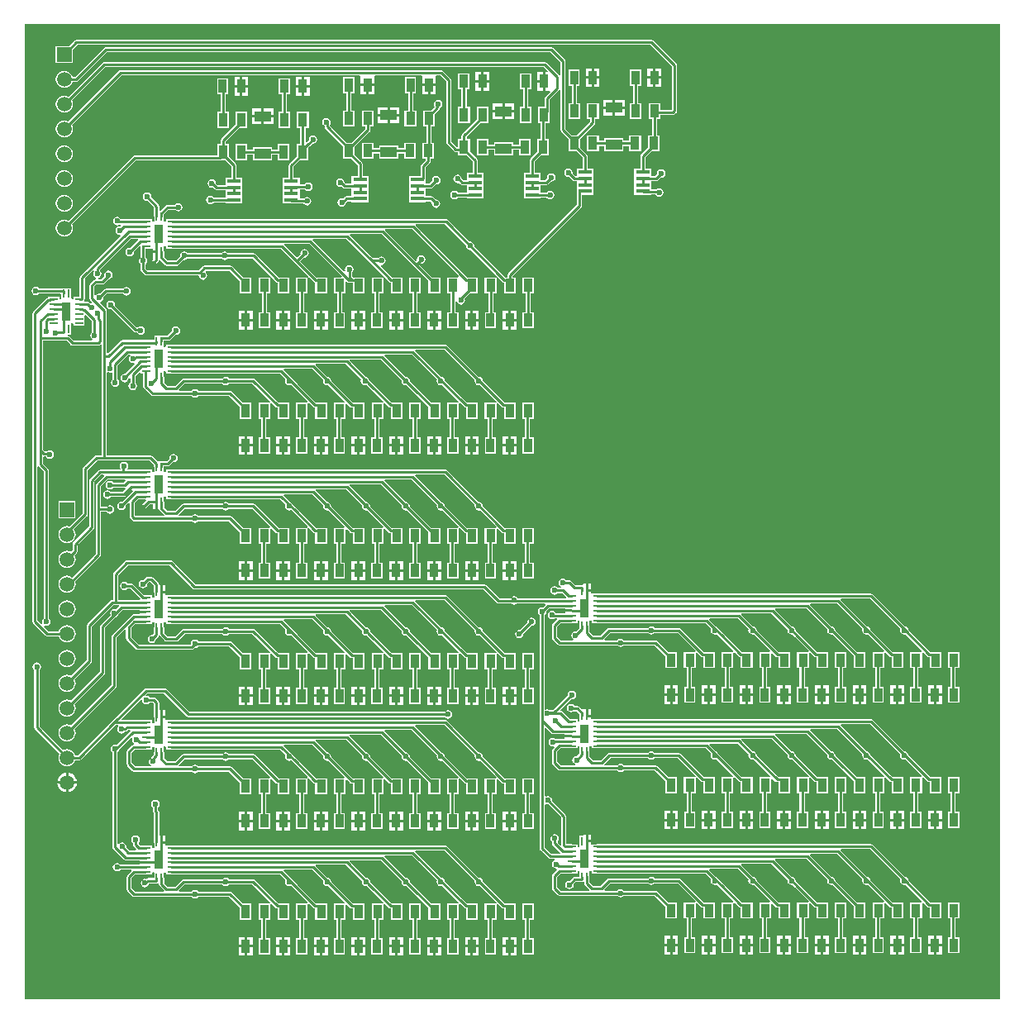
<source format=gtl>
G04*
G04 #@! TF.GenerationSoftware,Altium Limited,Altium Designer,19.1.8 (144)*
G04*
G04 Layer_Physical_Order=1*
G04 Layer_Color=255*
%FSLAX25Y25*%
%MOIN*%
G70*
G01*
G75*
%ADD22R,0.03740X0.05512*%
%ADD23R,0.03543X0.05512*%
%ADD24R,0.06693X0.04331*%
%ADD25R,0.05807X0.01772*%
%ADD26R,0.03543X0.07480*%
%ADD27R,0.00945X0.03543*%
%ADD28R,0.03543X0.00945*%
%ADD29C,0.01000*%
%ADD30R,0.05906X0.05906*%
%ADD31C,0.05906*%
%ADD32C,0.02362*%
G36*
X393500Y-393500D02*
X0D01*
Y0D01*
X393500D01*
Y-393500D01*
D02*
G37*
%LPC*%
G36*
X212478Y-9337D02*
X32878D01*
X32488Y-9415D01*
X32157Y-9636D01*
X20456Y-21338D01*
X19393D01*
X19094Y-20616D01*
X18541Y-19895D01*
X17819Y-19341D01*
X16979Y-18993D01*
X16078Y-18875D01*
X15177Y-18993D01*
X14337Y-19341D01*
X13615Y-19895D01*
X13062Y-20616D01*
X12714Y-21456D01*
X12595Y-22357D01*
X12714Y-23258D01*
X13062Y-24098D01*
X13615Y-24820D01*
X14337Y-25373D01*
X15177Y-25721D01*
X16078Y-25840D01*
X16979Y-25721D01*
X17819Y-25373D01*
X18541Y-24820D01*
X19094Y-24098D01*
X19393Y-23377D01*
X20878D01*
X21268Y-23299D01*
X21599Y-23078D01*
X33300Y-11377D01*
X212056D01*
X216258Y-15579D01*
Y-20673D01*
X215758Y-20825D01*
X215699Y-20736D01*
X210599Y-15636D01*
X210268Y-15415D01*
X209878Y-15337D01*
X32078D01*
X31688Y-15415D01*
X31357Y-15636D01*
X17701Y-29292D01*
X16979Y-28993D01*
X16078Y-28875D01*
X15177Y-28993D01*
X14337Y-29341D01*
X13615Y-29895D01*
X13062Y-30616D01*
X12714Y-31456D01*
X12595Y-32357D01*
X12714Y-33259D01*
X13062Y-34098D01*
X13615Y-34820D01*
X14337Y-35373D01*
X15177Y-35721D01*
X16078Y-35840D01*
X16979Y-35721D01*
X17819Y-35373D01*
X18541Y-34820D01*
X19094Y-34098D01*
X19442Y-33259D01*
X19560Y-32357D01*
X19442Y-31456D01*
X19143Y-30734D01*
X32500Y-17377D01*
X209456D01*
X211022Y-18944D01*
X210831Y-19406D01*
X210039D01*
Y-23161D01*
Y-26917D01*
X211809D01*
X212016Y-27417D01*
X210189Y-29245D01*
X209967Y-29575D01*
X209890Y-29966D01*
Y-33406D01*
X207169D01*
Y-39917D01*
X208260D01*
Y-46406D01*
X206909D01*
Y-51475D01*
X204145Y-54240D01*
X203924Y-54571D01*
X203847Y-54961D01*
Y-59937D01*
X201463D01*
Y-62709D01*
Y-65268D01*
Y-67827D01*
Y-70386D01*
X208270D01*
Y-70020D01*
X210659D01*
X210788Y-70212D01*
X211344Y-70584D01*
X212000Y-70714D01*
X212656Y-70584D01*
X213212Y-70212D01*
X213584Y-69656D01*
X213714Y-69000D01*
X213584Y-68344D01*
X213212Y-67788D01*
X212656Y-67416D01*
X212000Y-67286D01*
X211344Y-67416D01*
X210788Y-67788D01*
X210659Y-67980D01*
X208270D01*
Y-64902D01*
X210518D01*
X210908Y-64824D01*
X211239Y-64603D01*
X212273Y-63569D01*
X212500Y-63614D01*
X213156Y-63484D01*
X213712Y-63112D01*
X214084Y-62556D01*
X214214Y-61900D01*
X214084Y-61244D01*
X213712Y-60688D01*
X213156Y-60316D01*
X212500Y-60186D01*
X211844Y-60316D01*
X211288Y-60688D01*
X210916Y-61244D01*
X210786Y-61900D01*
X210831Y-62127D01*
X210096Y-62862D01*
X208270D01*
Y-59937D01*
X205886D01*
Y-55383D01*
X208351Y-52917D01*
X211650D01*
Y-46406D01*
X210299D01*
Y-39917D01*
X211910D01*
Y-35390D01*
X211929Y-35291D01*
Y-30388D01*
X215699Y-26618D01*
X215758Y-26529D01*
X216258Y-26681D01*
Y-42735D01*
X216336Y-43125D01*
X216557Y-43456D01*
X219449Y-46347D01*
Y-51417D01*
X222747D01*
X225213Y-53883D01*
Y-58437D01*
X222829D01*
Y-61362D01*
X222204D01*
X221069Y-60227D01*
X221114Y-60000D01*
X220984Y-59344D01*
X220612Y-58788D01*
X220056Y-58416D01*
X219400Y-58286D01*
X218744Y-58416D01*
X218188Y-58788D01*
X217816Y-59344D01*
X217686Y-60000D01*
X217816Y-60656D01*
X218188Y-61212D01*
X218744Y-61584D01*
X219400Y-61714D01*
X219627Y-61669D01*
X221061Y-63103D01*
X221392Y-63324D01*
X221782Y-63402D01*
X222829D01*
Y-67787D01*
X222809Y-67886D01*
Y-72753D01*
X195039Y-100523D01*
X194818Y-100854D01*
X194740Y-101244D01*
Y-101857D01*
X194415Y-102198D01*
X193903Y-102202D01*
X181429Y-89727D01*
X181474Y-89500D01*
X181343Y-88844D01*
X180972Y-88288D01*
X180416Y-87916D01*
X179760Y-87786D01*
X179533Y-87831D01*
X170721Y-79019D01*
X170390Y-78798D01*
X170000Y-78721D01*
X59417D01*
X59180Y-78768D01*
X57146D01*
Y-79452D01*
X57119Y-79621D01*
X56756Y-79813D01*
X56256Y-79580D01*
Y-77812D01*
X56303Y-77575D01*
Y-76753D01*
X58136Y-74920D01*
X60659D01*
X60788Y-75112D01*
X61344Y-75484D01*
X62000Y-75614D01*
X62656Y-75484D01*
X63212Y-75112D01*
X63584Y-74556D01*
X63714Y-73900D01*
X63584Y-73244D01*
X63212Y-72688D01*
X62656Y-72316D01*
X62000Y-72186D01*
X61344Y-72316D01*
X60788Y-72688D01*
X60659Y-72880D01*
X57714D01*
X57324Y-72958D01*
X56993Y-73179D01*
X54869Y-75303D01*
X54335D01*
Y-73515D01*
X54257Y-73125D01*
X54036Y-72794D01*
X51169Y-69927D01*
X51214Y-69700D01*
X51084Y-69044D01*
X50712Y-68488D01*
X50156Y-68116D01*
X49500Y-67986D01*
X48844Y-68116D01*
X48288Y-68488D01*
X47916Y-69044D01*
X47786Y-69700D01*
X47916Y-70356D01*
X48288Y-70912D01*
X48844Y-71284D01*
X49500Y-71414D01*
X49727Y-71369D01*
X52295Y-73937D01*
Y-77575D01*
X52342Y-77812D01*
X52342Y-79580D01*
X51842Y-79813D01*
X51480Y-79621D01*
X51453Y-79452D01*
Y-78768D01*
X49418D01*
X49181Y-78721D01*
X38901D01*
X38612Y-78288D01*
X38056Y-77916D01*
X37400Y-77786D01*
X36744Y-77916D01*
X36188Y-78288D01*
X35816Y-78844D01*
X35686Y-79500D01*
X35816Y-80156D01*
X36188Y-80712D01*
X36744Y-81084D01*
X37400Y-81214D01*
X38056Y-81084D01*
X38429Y-80834D01*
X38753Y-80903D01*
X38932Y-81426D01*
X38727Y-81631D01*
X38500Y-81586D01*
X37844Y-81716D01*
X37288Y-82088D01*
X36916Y-82644D01*
X36786Y-83300D01*
X36916Y-83956D01*
X37288Y-84512D01*
X37844Y-84884D01*
X38500Y-85014D01*
X38546Y-85005D01*
X38792Y-85466D01*
X22586Y-101672D01*
X22365Y-102003D01*
X22287Y-102393D01*
Y-109971D01*
X22035D01*
X21798Y-110018D01*
X19764D01*
Y-110702D01*
X19737Y-110871D01*
X19374Y-111063D01*
X18874Y-110830D01*
Y-106553D01*
X16929D01*
X16929Y-106553D01*
X16905D01*
Y-106553D01*
X16429Y-106553D01*
X14961D01*
Y-106680D01*
X5941D01*
X5812Y-106488D01*
X5256Y-106116D01*
X4600Y-105986D01*
X3944Y-106116D01*
X3388Y-106488D01*
X3016Y-107044D01*
X2886Y-107700D01*
X3016Y-108356D01*
X3388Y-108912D01*
X3944Y-109284D01*
X4600Y-109414D01*
X5256Y-109284D01*
X5812Y-108912D01*
X5941Y-108720D01*
X14602D01*
X14961Y-109200D01*
X14961Y-111097D01*
X14492Y-111171D01*
X14146D01*
X14071Y-110702D01*
Y-110018D01*
X12036D01*
X11799Y-109971D01*
X10555D01*
X10318Y-110018D01*
X9528D01*
Y-110484D01*
X9223Y-110544D01*
X8892Y-110765D01*
X3579Y-116079D01*
X3358Y-116409D01*
X3280Y-116800D01*
X3280Y-241000D01*
X3358Y-241390D01*
X3579Y-241721D01*
X8469Y-246611D01*
X8799Y-246832D01*
X9190Y-246909D01*
X13863D01*
X14162Y-247631D01*
X14715Y-248352D01*
X15437Y-248906D01*
X16277Y-249254D01*
X17178Y-249372D01*
X18079Y-249254D01*
X18919Y-248906D01*
X19640Y-248352D01*
X20194Y-247631D01*
X20542Y-246791D01*
X20661Y-245890D01*
X20542Y-244988D01*
X20194Y-244148D01*
X19640Y-243427D01*
X18919Y-242874D01*
X18079Y-242526D01*
X17178Y-242407D01*
X16277Y-242526D01*
X15437Y-242874D01*
X14715Y-243427D01*
X14162Y-244148D01*
X13863Y-244870D01*
X9612D01*
X7791Y-243049D01*
X8110Y-242660D01*
X8144Y-242684D01*
X8800Y-242814D01*
X9456Y-242684D01*
X10012Y-242312D01*
X10384Y-241756D01*
X10514Y-241100D01*
X10384Y-240444D01*
X10012Y-239888D01*
X9820Y-239759D01*
Y-179916D01*
X9742Y-179525D01*
X9521Y-179195D01*
X7538Y-177212D01*
Y-174539D01*
X7758Y-174359D01*
X8685D01*
X8988Y-174812D01*
X9544Y-175184D01*
X10200Y-175314D01*
X10856Y-175184D01*
X11412Y-174812D01*
X11784Y-174256D01*
X11914Y-173600D01*
X11784Y-172944D01*
X11412Y-172388D01*
X10856Y-172016D01*
X10200Y-171886D01*
X9544Y-172016D01*
X9090Y-172320D01*
X8181D01*
X7538Y-171678D01*
Y-127820D01*
X17137D01*
X18639Y-129321D01*
X18969Y-129542D01*
X19360Y-129620D01*
X29814D01*
X30204Y-129542D01*
X30535Y-129321D01*
X30780Y-129076D01*
X31280Y-129283D01*
Y-133600D01*
Y-137601D01*
X31277Y-137606D01*
X31199Y-137997D01*
Y-139803D01*
X31277Y-140194D01*
X31280Y-140199D01*
Y-173880D01*
X29000D01*
X28610Y-173958D01*
X28279Y-174179D01*
X23679Y-178779D01*
X23458Y-179110D01*
X23380Y-179500D01*
Y-197378D01*
X18188Y-202571D01*
X18079Y-202526D01*
X17178Y-202407D01*
X16277Y-202526D01*
X15437Y-202874D01*
X14715Y-203427D01*
X14162Y-204148D01*
X13814Y-204988D01*
X13695Y-205890D01*
X13814Y-206791D01*
X14162Y-207631D01*
X14715Y-208352D01*
X15437Y-208906D01*
X16277Y-209254D01*
X17178Y-209372D01*
X18079Y-209254D01*
X18919Y-208906D01*
X19640Y-208352D01*
X20194Y-207631D01*
X20542Y-206791D01*
X20661Y-205890D01*
X20542Y-204988D01*
X20194Y-204148D01*
X19890Y-203752D01*
X25121Y-198521D01*
X25342Y-198190D01*
X25420Y-197800D01*
Y-179922D01*
X29422Y-175920D01*
X50462D01*
X52295Y-177753D01*
Y-178575D01*
X52342Y-178812D01*
X52342Y-180580D01*
X51842Y-180813D01*
X51480Y-180621D01*
X51453Y-180452D01*
Y-179768D01*
X49418D01*
X49181Y-179721D01*
X49042Y-179748D01*
X47493D01*
X47394Y-179768D01*
X46909D01*
Y-179780D01*
X41834D01*
X41567Y-179280D01*
X41784Y-178956D01*
X41914Y-178300D01*
X41784Y-177644D01*
X41412Y-177088D01*
X40856Y-176716D01*
X40200Y-176586D01*
X39544Y-176716D01*
X38988Y-177088D01*
X38616Y-177644D01*
X38486Y-178300D01*
X38616Y-178956D01*
X38833Y-179280D01*
X38643Y-179780D01*
X30500D01*
X30110Y-179858D01*
X29779Y-180079D01*
X26379Y-183479D01*
X26158Y-183810D01*
X26080Y-184200D01*
Y-202678D01*
X19629Y-209129D01*
X19408Y-209460D01*
X19330Y-209850D01*
Y-212295D01*
X18801Y-212825D01*
X18079Y-212526D01*
X17178Y-212407D01*
X16277Y-212526D01*
X15437Y-212874D01*
X14715Y-213427D01*
X14162Y-214148D01*
X13814Y-214988D01*
X13695Y-215890D01*
X13814Y-216791D01*
X14162Y-217631D01*
X14715Y-218352D01*
X15437Y-218906D01*
X16277Y-219253D01*
X17178Y-219372D01*
X18079Y-219253D01*
X18919Y-218906D01*
X19640Y-218352D01*
X20194Y-217631D01*
X20542Y-216791D01*
X20661Y-215890D01*
X20542Y-214988D01*
X20243Y-214267D01*
X21071Y-213439D01*
X21292Y-213108D01*
X21370Y-212718D01*
Y-210272D01*
X27821Y-203821D01*
X28042Y-203490D01*
X28120Y-203100D01*
Y-184622D01*
X30922Y-181820D01*
X31931D01*
X32138Y-182320D01*
X29179Y-185279D01*
X28958Y-185610D01*
X28880Y-186000D01*
Y-195900D01*
Y-213613D01*
X19315Y-223178D01*
X18919Y-222874D01*
X18079Y-222526D01*
X17178Y-222407D01*
X16277Y-222526D01*
X15437Y-222874D01*
X14715Y-223427D01*
X14162Y-224148D01*
X13814Y-224988D01*
X13695Y-225890D01*
X13814Y-226791D01*
X14162Y-227631D01*
X14715Y-228352D01*
X15437Y-228906D01*
X16277Y-229254D01*
X17178Y-229372D01*
X18079Y-229254D01*
X18919Y-228906D01*
X19640Y-228352D01*
X20194Y-227631D01*
X20542Y-226791D01*
X20661Y-225890D01*
X20542Y-224988D01*
X20497Y-224880D01*
X30621Y-214756D01*
X30842Y-214425D01*
X30920Y-214035D01*
Y-196820D01*
X33259D01*
X33388Y-197012D01*
X33944Y-197384D01*
X34600Y-197514D01*
X35256Y-197384D01*
X35812Y-197012D01*
X36184Y-196456D01*
X36314Y-195800D01*
X36184Y-195144D01*
X35812Y-194588D01*
X35256Y-194216D01*
X34600Y-194086D01*
X33944Y-194216D01*
X33388Y-194588D01*
X33259Y-194780D01*
X30920D01*
Y-186422D01*
X33614Y-183728D01*
X40523D01*
X40730Y-184228D01*
X39978Y-184980D01*
X35841D01*
X35712Y-184788D01*
X35156Y-184416D01*
X34500Y-184286D01*
X33844Y-184416D01*
X33288Y-184788D01*
X32916Y-185344D01*
X32786Y-186000D01*
X32916Y-186656D01*
X33288Y-187212D01*
X33844Y-187584D01*
X34500Y-187714D01*
X35156Y-187584D01*
X35712Y-187212D01*
X35841Y-187020D01*
X40400D01*
X40564Y-186987D01*
X40810Y-187448D01*
X39678Y-188580D01*
X34701D01*
X34156Y-188216D01*
X33500Y-188086D01*
X32844Y-188216D01*
X32288Y-188588D01*
X31916Y-189144D01*
X31786Y-189800D01*
X31916Y-190456D01*
X32288Y-191012D01*
X32844Y-191384D01*
X33500Y-191514D01*
X34156Y-191384D01*
X34712Y-191012D01*
X34974Y-190620D01*
X40100D01*
X40490Y-190542D01*
X40821Y-190321D01*
X43324Y-187818D01*
X43595Y-187856D01*
X43773Y-188385D01*
X39427Y-192731D01*
X39200Y-192686D01*
X38544Y-192816D01*
X37988Y-193188D01*
X37616Y-193744D01*
X37486Y-194400D01*
X37616Y-195056D01*
X37988Y-195612D01*
X38544Y-195984D01*
X39200Y-196114D01*
X39856Y-195984D01*
X40412Y-195612D01*
X40784Y-195056D01*
X40914Y-194400D01*
X40869Y-194173D01*
X41980Y-193061D01*
X42480Y-193269D01*
Y-198697D01*
X42558Y-199087D01*
X42779Y-199418D01*
X43582Y-200221D01*
X43913Y-200442D01*
X44303Y-200520D01*
X67463D01*
X67591Y-200712D01*
X68147Y-201084D01*
X68803Y-201214D01*
X69459Y-201084D01*
X70015Y-200712D01*
X70144Y-200520D01*
X82526D01*
X86890Y-204883D01*
Y-209756D01*
X91630D01*
Y-203244D01*
X88135D01*
X83670Y-198779D01*
X83339Y-198558D01*
X82949Y-198480D01*
X70144D01*
X70015Y-198288D01*
X69459Y-197916D01*
X68803Y-197786D01*
X68147Y-197916D01*
X67591Y-198288D01*
X67463Y-198480D01*
X62472D01*
X62265Y-197980D01*
X64726Y-195520D01*
X79919D01*
X80048Y-195712D01*
X80604Y-196084D01*
X81260Y-196214D01*
X81916Y-196084D01*
X82472Y-195712D01*
X82600Y-195520D01*
X91855D01*
X99079Y-202744D01*
X98872Y-203244D01*
X98709Y-203244D01*
X94370D01*
Y-209756D01*
X95524D01*
Y-217244D01*
X94468D01*
Y-223756D01*
X99012D01*
Y-217244D01*
X97563D01*
Y-209756D01*
X99110D01*
Y-203660D01*
X99110Y-203482D01*
X99610Y-203275D01*
X101300Y-204965D01*
X101631Y-205186D01*
X102021Y-205264D01*
X102104D01*
Y-209756D01*
X106844D01*
Y-203244D01*
X103006D01*
X102907Y-203224D01*
X102444D01*
X92998Y-193779D01*
X92667Y-193558D01*
X92277Y-193480D01*
X82600D01*
X82472Y-193288D01*
X81916Y-192916D01*
X81260Y-192786D01*
X80604Y-192916D01*
X80048Y-193288D01*
X79919Y-193480D01*
X64303D01*
X63913Y-193558D01*
X63582Y-193779D01*
X60881Y-196480D01*
X57726D01*
X56331Y-195086D01*
Y-192776D01*
X56256Y-192400D01*
Y-190743D01*
X56756Y-190510D01*
X57119Y-190702D01*
X57146Y-190871D01*
Y-191555D01*
X58983D01*
X59220Y-191602D01*
X103152D01*
X105263Y-193714D01*
X105176Y-193844D01*
X105046Y-194500D01*
X105176Y-195156D01*
X105548Y-195712D01*
X106104Y-196084D01*
X106760Y-196214D01*
X107416Y-196084D01*
X107546Y-195996D01*
X108676Y-197127D01*
X114294Y-202744D01*
X114087Y-203244D01*
X113923Y-203244D01*
X109584D01*
Y-209756D01*
X110738D01*
Y-217244D01*
X109568D01*
Y-223756D01*
X114112D01*
Y-217244D01*
X112777D01*
Y-209756D01*
X114324D01*
Y-203660D01*
X114324Y-203482D01*
X114824Y-203275D01*
X116515Y-204965D01*
X116846Y-205186D01*
X117236Y-205264D01*
X117318D01*
Y-209756D01*
X122058D01*
Y-203244D01*
X118220D01*
X118122Y-203224D01*
X117658D01*
X110118Y-195685D01*
X108360Y-193926D01*
X108343Y-193844D01*
X107972Y-193288D01*
X107416Y-192916D01*
X107334Y-192900D01*
X104567Y-190134D01*
X104774Y-189634D01*
X115994D01*
X120431Y-194071D01*
X120346Y-194500D01*
X120476Y-195156D01*
X120848Y-195712D01*
X121404Y-196084D01*
X122060Y-196214D01*
X122489Y-196129D01*
X129104Y-202744D01*
X128897Y-203244D01*
X124799D01*
Y-209756D01*
X125824D01*
Y-217244D01*
X124768D01*
Y-223756D01*
X129312D01*
Y-217244D01*
X127863D01*
Y-209756D01*
X129539D01*
Y-203886D01*
X130039Y-203679D01*
X131325Y-204965D01*
X131656Y-205186D01*
X132046Y-205264D01*
X132533D01*
Y-209756D01*
X137273D01*
Y-203244D01*
X133434D01*
X133336Y-203224D01*
X132468D01*
X123769Y-194525D01*
X123774Y-194500D01*
X123643Y-193844D01*
X123272Y-193288D01*
X122716Y-192916D01*
X122060Y-192786D01*
X122035Y-192791D01*
X117409Y-188165D01*
X117616Y-187665D01*
X129643D01*
X136118Y-194139D01*
X136046Y-194500D01*
X136176Y-195156D01*
X136548Y-195712D01*
X137104Y-196084D01*
X137760Y-196214D01*
X138120Y-196142D01*
X139199Y-197221D01*
X144722Y-202744D01*
X144515Y-203244D01*
X144352Y-203244D01*
X140013D01*
Y-209756D01*
X141024D01*
Y-217244D01*
X139968D01*
Y-223756D01*
X144512D01*
Y-217244D01*
X143063D01*
Y-209756D01*
X144753D01*
Y-203660D01*
X144753Y-203482D01*
X145253Y-203275D01*
X146943Y-204965D01*
X147274Y-205186D01*
X147664Y-205264D01*
X147747D01*
Y-209756D01*
X152487D01*
Y-203244D01*
X148649D01*
X148550Y-203224D01*
X148087D01*
X140641Y-195779D01*
X139455Y-194593D01*
X139474Y-194500D01*
X139343Y-193844D01*
X138972Y-193288D01*
X138416Y-192916D01*
X137760Y-192786D01*
X137667Y-192805D01*
X131059Y-186197D01*
X131266Y-185697D01*
X143775D01*
X152134Y-194056D01*
X152046Y-194500D01*
X152176Y-195156D01*
X152548Y-195712D01*
X153104Y-196084D01*
X153760Y-196214D01*
X154204Y-196126D01*
X157191Y-199112D01*
X162961Y-204883D01*
Y-209756D01*
X167701D01*
Y-203244D01*
X164206D01*
X158633Y-197670D01*
X155472Y-194510D01*
X155474Y-194500D01*
X155343Y-193844D01*
X154972Y-193288D01*
X154416Y-192916D01*
X153760Y-192786D01*
X153750Y-192788D01*
X145190Y-184228D01*
X145397Y-183728D01*
X156135D01*
X166356Y-193949D01*
X166246Y-194500D01*
X166376Y-195156D01*
X166748Y-195712D01*
X167304Y-196084D01*
X167960Y-196214D01*
X168511Y-196104D01*
X175151Y-202744D01*
X174944Y-203244D01*
X174780Y-203244D01*
X170441D01*
Y-209756D01*
X171595D01*
Y-217244D01*
X170468D01*
Y-223756D01*
X175012D01*
Y-217244D01*
X173634D01*
Y-209756D01*
X175182D01*
Y-203660D01*
X175182Y-203482D01*
X175682Y-203275D01*
X177372Y-204965D01*
X177703Y-205186D01*
X178093Y-205264D01*
X178175D01*
Y-209756D01*
X182915D01*
Y-203244D01*
X179077D01*
X178979Y-203224D01*
X178515D01*
X169645Y-194354D01*
X169543Y-193844D01*
X169172Y-193288D01*
X168616Y-192916D01*
X168105Y-192815D01*
X157550Y-182260D01*
X157757Y-181760D01*
X169381D01*
X181641Y-194020D01*
X181546Y-194500D01*
X181676Y-195156D01*
X182048Y-195712D01*
X182604Y-196084D01*
X183260Y-196214D01*
X183740Y-196119D01*
X190365Y-202744D01*
X190158Y-203244D01*
X189994Y-203244D01*
X185656D01*
Y-209756D01*
X186809D01*
Y-217244D01*
X185668D01*
Y-223756D01*
X190212D01*
Y-217244D01*
X188849D01*
Y-209756D01*
X190396D01*
Y-203660D01*
X190396Y-203482D01*
X190896Y-203275D01*
X192586Y-204965D01*
X192917Y-205186D01*
X193307Y-205264D01*
X193390D01*
Y-209756D01*
X198130D01*
Y-203244D01*
X194291D01*
X194193Y-203224D01*
X193729D01*
X184966Y-194461D01*
X184843Y-193844D01*
X184472Y-193288D01*
X183916Y-192916D01*
X183299Y-192794D01*
X170524Y-180019D01*
X170193Y-179798D01*
X169803Y-179721D01*
X59220D01*
X58983Y-179768D01*
X57146D01*
Y-180452D01*
X57119Y-180621D01*
X56756Y-180813D01*
X56256Y-180580D01*
Y-178812D01*
X56303Y-178575D01*
Y-178323D01*
X57897D01*
X58287Y-178245D01*
X58618Y-178024D01*
X59873Y-176769D01*
X60100Y-176814D01*
X60756Y-176684D01*
X61312Y-176312D01*
X61684Y-175756D01*
X61814Y-175100D01*
X61684Y-174444D01*
X61312Y-173888D01*
X60756Y-173516D01*
X60100Y-173386D01*
X59444Y-173516D01*
X58888Y-173888D01*
X58516Y-174444D01*
X58386Y-175100D01*
X58431Y-175327D01*
X57474Y-176284D01*
X55311D01*
X55212Y-176303D01*
X54311D01*
Y-176303D01*
X54287D01*
Y-176303D01*
X53729D01*
X51605Y-174179D01*
X51274Y-173958D01*
X50884Y-173880D01*
X33320D01*
Y-140717D01*
X33820Y-140499D01*
X34400Y-140614D01*
X35056Y-140484D01*
X35125Y-140437D01*
X35566Y-140673D01*
Y-143259D01*
X35374Y-143388D01*
X35002Y-143944D01*
X34872Y-144600D01*
X35002Y-145256D01*
X35374Y-145812D01*
X35930Y-146184D01*
X36586Y-146314D01*
X37242Y-146184D01*
X37798Y-145812D01*
X38170Y-145256D01*
X38300Y-144600D01*
X38170Y-143944D01*
X37798Y-143388D01*
X37606Y-143259D01*
Y-137636D01*
X41986Y-133256D01*
X42634D01*
X42786Y-133756D01*
X42588Y-133888D01*
X42216Y-134444D01*
X42086Y-135100D01*
X42216Y-135756D01*
X42588Y-136312D01*
X43144Y-136684D01*
X43800Y-136814D01*
X44194Y-136736D01*
X44440Y-137197D01*
X40526Y-141111D01*
X40400Y-141086D01*
X39744Y-141216D01*
X39188Y-141588D01*
X38816Y-142144D01*
X38686Y-142800D01*
X38816Y-143456D01*
X39188Y-144012D01*
X39744Y-144384D01*
X40400Y-144514D01*
X41056Y-144384D01*
X41612Y-144012D01*
X41984Y-143456D01*
X42114Y-142800D01*
X42180Y-142746D01*
X42680Y-142982D01*
Y-144659D01*
X42488Y-144788D01*
X42116Y-145344D01*
X41986Y-146000D01*
X42116Y-146656D01*
X42488Y-147212D01*
X43044Y-147584D01*
X43700Y-147714D01*
X44356Y-147584D01*
X44912Y-147212D01*
X45284Y-146656D01*
X45414Y-146000D01*
X45284Y-145344D01*
X44912Y-144788D01*
X44720Y-144659D01*
Y-141922D01*
X46448Y-140194D01*
X46909Y-140386D01*
Y-141055D01*
X47965D01*
Y-146200D01*
X48042Y-146590D01*
X48263Y-146921D01*
X51063Y-149721D01*
X51394Y-149942D01*
X51784Y-150020D01*
X67463D01*
X67591Y-150212D01*
X68147Y-150584D01*
X68803Y-150714D01*
X69459Y-150584D01*
X70015Y-150212D01*
X70144Y-150020D01*
X82526D01*
X86890Y-154383D01*
Y-159256D01*
X91630D01*
Y-152744D01*
X88135D01*
X83670Y-148279D01*
X83339Y-148058D01*
X82949Y-147980D01*
X70144D01*
X70015Y-147788D01*
X69459Y-147416D01*
X68803Y-147286D01*
X68147Y-147416D01*
X67591Y-147788D01*
X67463Y-147980D01*
X62472D01*
X62265Y-147480D01*
X64726Y-145020D01*
X79919D01*
X80048Y-145212D01*
X80604Y-145584D01*
X81260Y-145714D01*
X81916Y-145584D01*
X82472Y-145212D01*
X82600Y-145020D01*
X91855D01*
X99079Y-152244D01*
X98872Y-152744D01*
X98709Y-152744D01*
X94370D01*
Y-159256D01*
X95524D01*
Y-166744D01*
X94468D01*
Y-173256D01*
X99012D01*
Y-166744D01*
X97563D01*
Y-159256D01*
X99110D01*
Y-153159D01*
X99110Y-152982D01*
X99610Y-152775D01*
X101300Y-154465D01*
X101631Y-154686D01*
X102021Y-154764D01*
X102104D01*
Y-159256D01*
X106844D01*
Y-152744D01*
X103006D01*
X102907Y-152725D01*
X102444D01*
X92998Y-143279D01*
X92667Y-143058D01*
X92277Y-142980D01*
X82600D01*
X82472Y-142788D01*
X81916Y-142416D01*
X81260Y-142286D01*
X80604Y-142416D01*
X80048Y-142788D01*
X79919Y-142980D01*
X64303D01*
X63913Y-143058D01*
X63582Y-143279D01*
X60881Y-145980D01*
X57726D01*
X56331Y-144586D01*
Y-142276D01*
X56256Y-141900D01*
Y-139976D01*
X56591Y-139923D01*
X57119Y-140202D01*
X57146Y-140371D01*
Y-141055D01*
X58983D01*
X59220Y-141102D01*
X103152D01*
X105263Y-143214D01*
X105176Y-143344D01*
X105046Y-144000D01*
X105176Y-144656D01*
X105548Y-145212D01*
X106104Y-145584D01*
X106760Y-145714D01*
X107416Y-145584D01*
X107546Y-145496D01*
X108676Y-146627D01*
X114294Y-152244D01*
X114087Y-152744D01*
X113923Y-152744D01*
X109584D01*
Y-159256D01*
X110738D01*
Y-166744D01*
X109569D01*
Y-173256D01*
X114112D01*
Y-166744D01*
X112777D01*
Y-159256D01*
X114324D01*
Y-153159D01*
X114325Y-152982D01*
X114824Y-152775D01*
X116515Y-154465D01*
X116846Y-154686D01*
X117236Y-154764D01*
X117318D01*
Y-159256D01*
X122058D01*
Y-152744D01*
X118220D01*
X118122Y-152725D01*
X117658D01*
X110118Y-145185D01*
X108360Y-143426D01*
X108343Y-143344D01*
X107972Y-142788D01*
X107416Y-142416D01*
X107334Y-142400D01*
X104567Y-139634D01*
X104774Y-139134D01*
X115994D01*
X120431Y-143571D01*
X120346Y-144000D01*
X120476Y-144656D01*
X120848Y-145212D01*
X121404Y-145584D01*
X122060Y-145714D01*
X122489Y-145629D01*
X129104Y-152244D01*
X128897Y-152744D01*
X124799D01*
Y-159256D01*
X125824D01*
Y-166744D01*
X124768D01*
Y-173256D01*
X129312D01*
Y-166744D01*
X127863D01*
Y-159256D01*
X129539D01*
Y-153386D01*
X130039Y-153179D01*
X131325Y-154465D01*
X131656Y-154686D01*
X132046Y-154764D01*
X132533D01*
Y-159256D01*
X137273D01*
Y-152744D01*
X133434D01*
X133336Y-152725D01*
X132468D01*
X123769Y-144025D01*
X123774Y-144000D01*
X123643Y-143344D01*
X123272Y-142788D01*
X122716Y-142416D01*
X122060Y-142286D01*
X122035Y-142291D01*
X117409Y-137665D01*
X117616Y-137165D01*
X129643D01*
X135795Y-143316D01*
X135776Y-143344D01*
X135646Y-144000D01*
X135776Y-144656D01*
X136148Y-145212D01*
X136704Y-145584D01*
X137360Y-145714D01*
X138016Y-145584D01*
X138043Y-145565D01*
X139199Y-146721D01*
X144722Y-152244D01*
X144515Y-152744D01*
X144352Y-152744D01*
X140013D01*
Y-159256D01*
X141024D01*
Y-166744D01*
X139969D01*
Y-173256D01*
X144512D01*
Y-166744D01*
X143063D01*
Y-159256D01*
X144753D01*
Y-153159D01*
X144753Y-152982D01*
X145253Y-152775D01*
X146943Y-154465D01*
X147274Y-154686D01*
X147664Y-154764D01*
X147747D01*
Y-159256D01*
X152487D01*
Y-152744D01*
X148649D01*
X148550Y-152725D01*
X148087D01*
X140641Y-145279D01*
X139002Y-143640D01*
X138943Y-143344D01*
X138572Y-142788D01*
X138016Y-142416D01*
X137720Y-142358D01*
X131059Y-135697D01*
X131266Y-135197D01*
X143775D01*
X152134Y-143556D01*
X152046Y-144000D01*
X152176Y-144656D01*
X152548Y-145212D01*
X153104Y-145584D01*
X153760Y-145714D01*
X154204Y-145626D01*
X157191Y-148612D01*
X162961Y-154383D01*
Y-159256D01*
X167701D01*
Y-152744D01*
X164206D01*
X158633Y-147170D01*
X155472Y-144010D01*
X155474Y-144000D01*
X155343Y-143344D01*
X154972Y-142788D01*
X154416Y-142416D01*
X153760Y-142286D01*
X153750Y-142288D01*
X145190Y-133728D01*
X145397Y-133228D01*
X156135D01*
X166356Y-143449D01*
X166246Y-144000D01*
X166376Y-144656D01*
X166748Y-145212D01*
X167304Y-145584D01*
X167960Y-145714D01*
X168511Y-145604D01*
X175151Y-152244D01*
X174944Y-152744D01*
X174780Y-152744D01*
X170441D01*
Y-159256D01*
X171595D01*
Y-166744D01*
X170468D01*
Y-173256D01*
X175012D01*
Y-166744D01*
X173634D01*
Y-159256D01*
X175182D01*
Y-153159D01*
X175182Y-152982D01*
X175682Y-152775D01*
X177372Y-154465D01*
X177703Y-154686D01*
X178093Y-154764D01*
X178175D01*
Y-159256D01*
X182916D01*
Y-152744D01*
X179077D01*
X178979Y-152725D01*
X178515D01*
X169645Y-143854D01*
X169543Y-143344D01*
X169172Y-142788D01*
X168616Y-142416D01*
X168105Y-142315D01*
X157550Y-131760D01*
X157757Y-131260D01*
X169381D01*
X181641Y-143520D01*
X181546Y-144000D01*
X181676Y-144656D01*
X182048Y-145212D01*
X182604Y-145584D01*
X183260Y-145714D01*
X183740Y-145619D01*
X190365Y-152244D01*
X190158Y-152744D01*
X189995Y-152744D01*
X185656D01*
Y-159256D01*
X186809D01*
Y-166744D01*
X185668D01*
Y-173256D01*
X190212D01*
Y-166744D01*
X188849D01*
Y-159256D01*
X190396D01*
Y-153159D01*
X190396Y-152982D01*
X190896Y-152775D01*
X192586Y-154465D01*
X192917Y-154686D01*
X193307Y-154764D01*
X193390D01*
Y-159256D01*
X198130D01*
Y-152744D01*
X194291D01*
X194193Y-152725D01*
X193729D01*
X184966Y-143961D01*
X184843Y-143344D01*
X184472Y-142788D01*
X183916Y-142416D01*
X183299Y-142294D01*
X170524Y-129519D01*
X170193Y-129298D01*
X169803Y-129221D01*
X59220D01*
X58983Y-129268D01*
X57146D01*
Y-129952D01*
X57119Y-130121D01*
X56591Y-130400D01*
X56256Y-130346D01*
Y-128312D01*
X56303Y-128075D01*
Y-127823D01*
X57997D01*
X58387Y-127745D01*
X58718Y-127524D01*
X60873Y-125369D01*
X61100Y-125414D01*
X61756Y-125284D01*
X62312Y-124912D01*
X62684Y-124356D01*
X62814Y-123700D01*
X62684Y-123044D01*
X62312Y-122488D01*
X61756Y-122116D01*
X61100Y-121986D01*
X60444Y-122116D01*
X59888Y-122488D01*
X59516Y-123044D01*
X59386Y-123700D01*
X59431Y-123927D01*
X57574Y-125784D01*
X55311D01*
X55212Y-125803D01*
X54311Y-125803D01*
Y-125803D01*
X54287D01*
X54287Y-125803D01*
X52342D01*
Y-127499D01*
X39497D01*
X39106Y-127577D01*
X38776Y-127798D01*
X33820Y-132754D01*
X33320Y-132547D01*
Y-115684D01*
X33242Y-115294D01*
X33021Y-114964D01*
X30635Y-112577D01*
X30780Y-112099D01*
X30856Y-112084D01*
X31412Y-111712D01*
X31784Y-111156D01*
X31914Y-110500D01*
X31869Y-110273D01*
X33322Y-108820D01*
X39859D01*
X39988Y-109012D01*
X40544Y-109384D01*
X41200Y-109514D01*
X41856Y-109384D01*
X42412Y-109012D01*
X42784Y-108456D01*
X42914Y-107800D01*
X42784Y-107144D01*
X42412Y-106588D01*
X41856Y-106216D01*
X41200Y-106086D01*
X40544Y-106216D01*
X39988Y-106588D01*
X39859Y-106780D01*
X32900D01*
X32510Y-106858D01*
X32179Y-107079D01*
X30427Y-108831D01*
X30200Y-108786D01*
X29544Y-108916D01*
X28988Y-109288D01*
X28820Y-109540D01*
X28320Y-109388D01*
Y-105822D01*
X29174Y-104968D01*
X31521D01*
X31911Y-104890D01*
X32241Y-104669D01*
X34021Y-102890D01*
X34556Y-102784D01*
X35112Y-102412D01*
X35484Y-101856D01*
X35614Y-101200D01*
X35484Y-100544D01*
X35112Y-99988D01*
X34556Y-99616D01*
X33900Y-99486D01*
X33244Y-99616D01*
X32688Y-99988D01*
X32316Y-100544D01*
X32186Y-101200D01*
X32292Y-101734D01*
X31098Y-102929D01*
X29879D01*
X29830Y-102429D01*
X30056Y-102384D01*
X30612Y-102012D01*
X30984Y-101456D01*
X31114Y-100800D01*
X30984Y-100144D01*
X30612Y-99588D01*
X30478Y-99498D01*
X30448Y-98994D01*
X42777Y-86665D01*
X45686D01*
X45893Y-87165D01*
X42727Y-90331D01*
X42500Y-90286D01*
X41844Y-90416D01*
X41288Y-90788D01*
X40916Y-91344D01*
X40786Y-92000D01*
X40916Y-92656D01*
X41288Y-93212D01*
X41844Y-93584D01*
X42500Y-93714D01*
X43156Y-93584D01*
X43712Y-93212D01*
X44084Y-92656D01*
X44214Y-92000D01*
X44169Y-91773D01*
X46404Y-89538D01*
X46509Y-89553D01*
X46890Y-89759D01*
Y-89835D01*
X46880Y-89883D01*
Y-94159D01*
X46688Y-94288D01*
X46316Y-94844D01*
X46186Y-95500D01*
X46316Y-96156D01*
X46688Y-96712D01*
X46880Y-96841D01*
Y-99000D01*
X46958Y-99390D01*
X47179Y-99721D01*
X48460Y-101002D01*
X48791Y-101223D01*
X49181Y-101301D01*
X70122D01*
X70286Y-101500D01*
X70416Y-102156D01*
X70788Y-102712D01*
X71344Y-103084D01*
X72000Y-103214D01*
X72656Y-103084D01*
X73212Y-102712D01*
X73584Y-102156D01*
X73714Y-101500D01*
X73584Y-100844D01*
X73212Y-100288D01*
X73271Y-99748D01*
X73477Y-99520D01*
X82723D01*
X86890Y-103686D01*
Y-108756D01*
X91630D01*
Y-102244D01*
X88332D01*
X83867Y-97779D01*
X83536Y-97558D01*
X83146Y-97480D01*
X72562D01*
X72172Y-97558D01*
X71842Y-97779D01*
X70359Y-99262D01*
X49604D01*
X48920Y-98578D01*
Y-96841D01*
X49112Y-96712D01*
X49484Y-96156D01*
X49614Y-95500D01*
X49484Y-94844D01*
X49112Y-94288D01*
X48920Y-94159D01*
Y-90555D01*
X51342D01*
X51453Y-90555D01*
X51842Y-90821D01*
Y-91248D01*
X53315D01*
Y-92248D01*
X51842D01*
Y-94520D01*
X51842D01*
X51870Y-95020D01*
X51379Y-95510D01*
X51158Y-95841D01*
X51080Y-96231D01*
Y-96600D01*
X51158Y-96990D01*
X51379Y-97321D01*
X51710Y-97542D01*
X52100Y-97620D01*
X52490Y-97542D01*
X52821Y-97321D01*
X53042Y-96990D01*
X53106Y-96667D01*
X54033Y-95741D01*
X54254Y-95410D01*
X54255Y-95404D01*
X54797Y-95239D01*
X56779Y-97221D01*
X57110Y-97442D01*
X57500Y-97520D01*
X61500D01*
X61890Y-97442D01*
X62221Y-97221D01*
X64273Y-95169D01*
X64500Y-95214D01*
X65156Y-95084D01*
X65712Y-94712D01*
X65841Y-94520D01*
X79419D01*
X79548Y-94712D01*
X80104Y-95084D01*
X80760Y-95214D01*
X81416Y-95084D01*
X81972Y-94712D01*
X82100Y-94520D01*
X92052D01*
X99394Y-101862D01*
X99069Y-102244D01*
X98627Y-102244D01*
X94370D01*
Y-108756D01*
X95721D01*
Y-116244D01*
X94468D01*
Y-122756D01*
X99012D01*
Y-116244D01*
X97760D01*
Y-108756D01*
X99110D01*
Y-102742D01*
X99110Y-102285D01*
X99493Y-101961D01*
X101497Y-103965D01*
X101828Y-104186D01*
X102104Y-104241D01*
Y-108756D01*
X106844D01*
Y-102244D01*
X103203D01*
X103104Y-102225D01*
X102640D01*
X93195Y-92779D01*
X92864Y-92558D01*
X92474Y-92480D01*
X82100D01*
X81972Y-92288D01*
X81416Y-91916D01*
X80760Y-91786D01*
X80104Y-91916D01*
X79548Y-92288D01*
X79419Y-92480D01*
X65841D01*
X65712Y-92288D01*
X65156Y-91916D01*
X64500Y-91786D01*
X63844Y-91916D01*
X63288Y-92288D01*
X62916Y-92844D01*
X62786Y-93500D01*
X62831Y-93727D01*
X61078Y-95480D01*
X57922D01*
X56331Y-93889D01*
Y-91776D01*
X56256Y-91400D01*
Y-89743D01*
X56756Y-89510D01*
X57119Y-89702D01*
X57146Y-89871D01*
Y-90555D01*
X59180D01*
X59417Y-90602D01*
X103349D01*
X108873Y-96127D01*
X114608Y-101862D01*
X114284Y-102244D01*
X113841Y-102244D01*
X109584D01*
Y-108756D01*
X110935D01*
Y-116244D01*
X109569D01*
Y-122756D01*
X114112D01*
Y-116244D01*
X112974D01*
Y-108756D01*
X114324D01*
Y-102742D01*
X114324Y-102285D01*
X114707Y-101961D01*
X116711Y-103965D01*
X117042Y-104186D01*
X117318Y-104241D01*
Y-108756D01*
X122058D01*
Y-102244D01*
X118417D01*
X118318Y-102225D01*
X117855D01*
X111286Y-95656D01*
X112773Y-94169D01*
X113000Y-94214D01*
X113656Y-94084D01*
X114212Y-93712D01*
X114584Y-93156D01*
X114714Y-92500D01*
X114584Y-91844D01*
X114212Y-91288D01*
X113656Y-90916D01*
X113000Y-90786D01*
X112344Y-90916D01*
X111788Y-91288D01*
X111416Y-91844D01*
X111286Y-92500D01*
X111331Y-92727D01*
X109844Y-94214D01*
X104764Y-89134D01*
X104971Y-88634D01*
X114901D01*
X128049Y-101782D01*
X127858Y-102244D01*
X124799D01*
Y-108756D01*
X126021D01*
Y-116244D01*
X124768D01*
Y-122756D01*
X129312D01*
Y-116244D01*
X128060D01*
Y-108756D01*
X129539D01*
Y-103925D01*
X130001Y-103734D01*
X130232Y-103965D01*
X130563Y-104186D01*
X130953Y-104264D01*
X132533D01*
Y-108756D01*
X137273D01*
Y-102244D01*
X133631D01*
X133533Y-102225D01*
X132665D01*
X132020Y-101579D01*
Y-100341D01*
X132212Y-100212D01*
X132584Y-99656D01*
X132714Y-99000D01*
X132584Y-98344D01*
X132212Y-97788D01*
X131656Y-97416D01*
X131000Y-97286D01*
X130344Y-97416D01*
X129788Y-97788D01*
X129416Y-98344D01*
X129286Y-99000D01*
X129392Y-99534D01*
X128970Y-99819D01*
X116316Y-87165D01*
X116523Y-86665D01*
X129840D01*
X139396Y-96221D01*
X145037Y-101862D01*
X144712Y-102244D01*
X144270Y-102244D01*
X140013D01*
Y-108756D01*
X141220D01*
Y-116244D01*
X139969D01*
Y-122756D01*
X144512D01*
Y-116244D01*
X143260D01*
Y-108756D01*
X144753D01*
Y-102742D01*
X144753Y-102285D01*
X145136Y-101961D01*
X147140Y-103965D01*
X147471Y-104186D01*
X147747Y-104241D01*
Y-108756D01*
X152487D01*
Y-102244D01*
X148845D01*
X148747Y-102225D01*
X148283D01*
X143729Y-97670D01*
X143975Y-97209D01*
X144000Y-97214D01*
X144656Y-97084D01*
X145212Y-96712D01*
X145584Y-96156D01*
X145714Y-95500D01*
X145584Y-94844D01*
X145212Y-94288D01*
X144656Y-93916D01*
X144000Y-93786D01*
X143344Y-93916D01*
X142788Y-94288D01*
X142659Y-94480D01*
X140539D01*
X131256Y-85197D01*
X131463Y-84697D01*
X143972D01*
X157388Y-98112D01*
X162961Y-103686D01*
Y-108756D01*
X167701D01*
Y-102244D01*
X164403D01*
X159305Y-97146D01*
X159780Y-96670D01*
X160000Y-96714D01*
X160656Y-96584D01*
X161212Y-96212D01*
X161584Y-95656D01*
X161714Y-95000D01*
X161584Y-94344D01*
X161212Y-93788D01*
X160656Y-93416D01*
X160000Y-93286D01*
X159344Y-93416D01*
X158788Y-93788D01*
X158416Y-94344D01*
X158286Y-95000D01*
X158333Y-95234D01*
X157863Y-95704D01*
X145387Y-83228D01*
X145594Y-82728D01*
X156332D01*
X175209Y-101606D01*
X175211Y-101773D01*
X174748Y-102244D01*
X170441Y-102244D01*
Y-108756D01*
X171792D01*
Y-116244D01*
X170468D01*
Y-122756D01*
X175012D01*
Y-116244D01*
X173831D01*
Y-112145D01*
X174087Y-111751D01*
X174087Y-111751D01*
Y-111751D01*
X174331Y-111727D01*
X174337Y-111754D01*
X174416Y-112156D01*
X174788Y-112712D01*
X175344Y-113084D01*
X176000Y-113214D01*
X176656Y-113084D01*
X177212Y-112712D01*
X177584Y-112156D01*
X177714Y-111500D01*
X177584Y-110844D01*
X177562Y-110811D01*
X179617Y-108756D01*
X182916D01*
Y-102244D01*
X179274D01*
X179175Y-102225D01*
X178712D01*
X157747Y-81260D01*
X157954Y-80760D01*
X169578D01*
X178091Y-89273D01*
X178046Y-89500D01*
X178176Y-90156D01*
X178548Y-90712D01*
X179104Y-91084D01*
X179760Y-91214D01*
X179987Y-91169D01*
X190679Y-101862D01*
X190355Y-102244D01*
X189913Y-102244D01*
X185656D01*
Y-108756D01*
X187006D01*
Y-116244D01*
X185669D01*
Y-122756D01*
X190212D01*
Y-116244D01*
X189045D01*
Y-108756D01*
X190396D01*
Y-102742D01*
X190396Y-102285D01*
X190779Y-101961D01*
X192783Y-103965D01*
X193114Y-104186D01*
X193390Y-104241D01*
Y-108756D01*
X198130D01*
Y-102244D01*
X196779D01*
Y-101666D01*
X224550Y-73896D01*
X224771Y-73565D01*
X224848Y-73175D01*
Y-68886D01*
X229636D01*
Y-66327D01*
Y-63768D01*
Y-61209D01*
Y-58437D01*
X227252D01*
Y-53461D01*
X227174Y-53070D01*
X226953Y-52740D01*
X224189Y-49975D01*
Y-46347D01*
X230020Y-40516D01*
X230241Y-40185D01*
X230319Y-39795D01*
Y-38417D01*
X231669D01*
Y-31905D01*
X226929D01*
Y-38417D01*
X228280D01*
Y-39373D01*
X222747Y-44905D01*
X220891D01*
X218298Y-42312D01*
Y-15157D01*
X218220Y-14767D01*
X217999Y-14436D01*
X213199Y-9636D01*
X212868Y-9415D01*
X212478Y-9337D01*
D02*
G37*
G36*
X256811Y-17906D02*
X254539D01*
Y-21161D01*
X256811D01*
Y-17906D01*
D02*
G37*
G36*
X231971D02*
X229699D01*
Y-21161D01*
X231971D01*
Y-17906D01*
D02*
G37*
G36*
X253539D02*
X251268D01*
Y-21161D01*
X253539D01*
Y-17906D01*
D02*
G37*
G36*
X228699D02*
X226428D01*
Y-21161D01*
X228699D01*
Y-17906D01*
D02*
G37*
G36*
X187471Y-19406D02*
X185199D01*
Y-22661D01*
X187471D01*
Y-19406D01*
D02*
G37*
G36*
X209039D02*
X206768D01*
Y-22661D01*
X209039D01*
Y-19406D01*
D02*
G37*
G36*
X184199D02*
X181928D01*
Y-22661D01*
X184199D01*
Y-19406D01*
D02*
G37*
G36*
X115079Y-21406D02*
X112807D01*
Y-24661D01*
X115079D01*
Y-21406D01*
D02*
G37*
G36*
X90238D02*
X87967D01*
Y-24661D01*
X90238D01*
Y-21406D01*
D02*
G37*
G36*
X111807D02*
X109535D01*
Y-24661D01*
X111807D01*
Y-21406D01*
D02*
G37*
G36*
X86967D02*
X84695D01*
Y-24661D01*
X86967D01*
Y-21406D01*
D02*
G37*
G36*
X256811Y-22161D02*
X254539D01*
Y-25417D01*
X256811D01*
Y-22161D01*
D02*
G37*
G36*
X253539D02*
X251268D01*
Y-25417D01*
X253539D01*
Y-22161D01*
D02*
G37*
G36*
X231971D02*
X229699D01*
Y-25417D01*
X231971D01*
Y-22161D01*
D02*
G37*
G36*
X228699D02*
X226428D01*
Y-25417D01*
X228699D01*
Y-22161D01*
D02*
G37*
G36*
X209039Y-23661D02*
X206768D01*
Y-26917D01*
X209039D01*
Y-23661D01*
D02*
G37*
G36*
X187471D02*
X185199D01*
Y-26917D01*
X187471D01*
Y-23661D01*
D02*
G37*
G36*
X184199D02*
X181928D01*
Y-26917D01*
X184199D01*
Y-23661D01*
D02*
G37*
G36*
X165945Y-25161D02*
X163673D01*
Y-28417D01*
X165945D01*
Y-25161D01*
D02*
G37*
G36*
X162673D02*
X160402D01*
Y-28417D01*
X162673D01*
Y-25161D01*
D02*
G37*
G36*
X141105Y-25161D02*
X138833D01*
Y-28417D01*
X141105D01*
Y-25161D01*
D02*
G37*
G36*
X137833D02*
X135561D01*
Y-28417D01*
X137833D01*
Y-25161D01*
D02*
G37*
G36*
X115079Y-25661D02*
X112807D01*
Y-28917D01*
X115079D01*
Y-25661D01*
D02*
G37*
G36*
X111807D02*
X109535D01*
Y-28917D01*
X111807D01*
Y-25661D01*
D02*
G37*
G36*
X90238D02*
X87967D01*
Y-28917D01*
X90238D01*
Y-25661D01*
D02*
G37*
G36*
X86967D02*
X84695D01*
Y-28917D01*
X86967D01*
Y-25661D01*
D02*
G37*
G36*
X242146Y-30596D02*
X238299D01*
Y-33261D01*
X242146D01*
Y-30596D01*
D02*
G37*
G36*
X237299D02*
X233453D01*
Y-33261D01*
X237299D01*
Y-30596D01*
D02*
G37*
G36*
X252978Y-6437D02*
X20978D01*
X20588Y-6515D01*
X20257Y-6736D01*
X18089Y-8904D01*
X12625D01*
Y-15810D01*
X19531D01*
Y-10346D01*
X21400Y-8477D01*
X252556D01*
X261058Y-16979D01*
Y-34738D01*
X256410D01*
Y-31905D01*
X251669D01*
Y-38417D01*
X253020D01*
Y-44905D01*
X251410D01*
Y-49975D01*
X248645Y-52740D01*
X248424Y-53070D01*
X248346Y-53461D01*
Y-58437D01*
X245963D01*
Y-61209D01*
Y-63768D01*
Y-66327D01*
Y-68886D01*
X252770D01*
Y-68770D01*
X254492D01*
X254788Y-69212D01*
X255344Y-69584D01*
X256000Y-69714D01*
X256656Y-69584D01*
X257212Y-69212D01*
X257584Y-68656D01*
X257714Y-68000D01*
X257584Y-67344D01*
X257212Y-66788D01*
X256656Y-66416D01*
X256000Y-66286D01*
X255344Y-66416D01*
X254874Y-66730D01*
X252770D01*
Y-63402D01*
X254718D01*
X255108Y-63324D01*
X255439Y-63103D01*
X256573Y-61969D01*
X256800Y-62014D01*
X257456Y-61884D01*
X258012Y-61512D01*
X258384Y-60956D01*
X258514Y-60300D01*
X258384Y-59644D01*
X258012Y-59088D01*
X257456Y-58716D01*
X256800Y-58586D01*
X256144Y-58716D01*
X255588Y-59088D01*
X255216Y-59644D01*
X255086Y-60300D01*
X255131Y-60527D01*
X254296Y-61362D01*
X252770D01*
Y-58437D01*
X250386D01*
Y-53883D01*
X252851Y-51417D01*
X256150D01*
Y-44905D01*
X255059D01*
Y-38417D01*
X256410D01*
Y-36777D01*
X261492D01*
X261882Y-36699D01*
X262213Y-36478D01*
X262799Y-35892D01*
X263020Y-35561D01*
X263098Y-35171D01*
Y-16557D01*
X263020Y-16167D01*
X262799Y-15836D01*
X253699Y-6736D01*
X253368Y-6515D01*
X252978Y-6437D01*
D02*
G37*
G36*
X197646Y-32096D02*
X193799D01*
Y-34761D01*
X197646D01*
Y-32096D01*
D02*
G37*
G36*
X192799D02*
X188953D01*
Y-34761D01*
X192799D01*
Y-32096D01*
D02*
G37*
G36*
X151279Y-33596D02*
X147433D01*
Y-36261D01*
X151279D01*
Y-33596D01*
D02*
G37*
G36*
X146433D02*
X142587D01*
Y-36261D01*
X146433D01*
Y-33596D01*
D02*
G37*
G36*
X100413Y-34096D02*
X96567D01*
Y-36761D01*
X100413D01*
Y-34096D01*
D02*
G37*
G36*
X95567D02*
X91720D01*
Y-36761D01*
X95567D01*
Y-34096D01*
D02*
G37*
G36*
X242146Y-34261D02*
X238299D01*
Y-36927D01*
X242146D01*
Y-34261D01*
D02*
G37*
G36*
X237299D02*
X233453D01*
Y-36927D01*
X237299D01*
Y-34261D01*
D02*
G37*
G36*
X248831Y-18406D02*
X244287D01*
Y-24917D01*
X245539D01*
Y-31905D01*
X244189D01*
Y-38417D01*
X248929D01*
Y-31905D01*
X247579D01*
Y-24917D01*
X248831D01*
Y-18406D01*
D02*
G37*
G36*
X223991D02*
X219447D01*
Y-24917D01*
X220699D01*
Y-31905D01*
X219449D01*
Y-38417D01*
X224189D01*
Y-31905D01*
X222739D01*
Y-24917D01*
X223991D01*
Y-18406D01*
D02*
G37*
G36*
X197646Y-35761D02*
X193799D01*
Y-38427D01*
X197646D01*
Y-35761D01*
D02*
G37*
G36*
X192799D02*
X188953D01*
Y-38427D01*
X192799D01*
Y-35761D01*
D02*
G37*
G36*
X204331Y-19906D02*
X199787D01*
Y-26417D01*
X201040D01*
Y-33406D01*
X199689D01*
Y-39917D01*
X204429D01*
Y-33406D01*
X203079D01*
Y-26417D01*
X204331D01*
Y-19906D01*
D02*
G37*
G36*
X179490D02*
X174947D01*
Y-26417D01*
X176299D01*
Y-33406D01*
X174949D01*
Y-39917D01*
X179689D01*
Y-33406D01*
X178338D01*
Y-26417D01*
X179490D01*
Y-19906D01*
D02*
G37*
G36*
X151279Y-37261D02*
X147433D01*
Y-39927D01*
X151279D01*
Y-37261D01*
D02*
G37*
G36*
X146433D02*
X142587D01*
Y-39927D01*
X146433D01*
Y-37261D01*
D02*
G37*
G36*
X100413Y-37761D02*
X96567D01*
Y-40427D01*
X100413D01*
Y-37761D01*
D02*
G37*
G36*
X95567D02*
X91720D01*
Y-40427D01*
X95567D01*
Y-37761D01*
D02*
G37*
G36*
X157965Y-21406D02*
X153421D01*
Y-27917D01*
X154673D01*
Y-34905D01*
X153323D01*
Y-41417D01*
X158063D01*
Y-34905D01*
X156712D01*
Y-27917D01*
X157965D01*
Y-21406D01*
D02*
G37*
G36*
X133124D02*
X128581D01*
Y-27917D01*
X129933D01*
Y-34905D01*
X128583D01*
Y-41417D01*
X133323D01*
Y-34905D01*
X131972D01*
Y-27917D01*
X133124D01*
Y-21406D01*
D02*
G37*
G36*
X107098Y-21905D02*
X102555D01*
Y-28417D01*
X103807D01*
Y-35405D01*
X102457D01*
Y-41917D01*
X107197D01*
Y-35405D01*
X105846D01*
Y-28417D01*
X107098D01*
Y-21905D01*
D02*
G37*
G36*
X82258D02*
X77715D01*
Y-28417D01*
X79067D01*
Y-35405D01*
X77716D01*
Y-41917D01*
X82457D01*
Y-35405D01*
X81106D01*
Y-28417D01*
X82258D01*
Y-21905D01*
D02*
G37*
G36*
X248669Y-44905D02*
X243929D01*
Y-47142D01*
X241646D01*
Y-46057D01*
X233953D01*
Y-47142D01*
X231669D01*
Y-44905D01*
X226929D01*
Y-51417D01*
X231669D01*
Y-49181D01*
X233953D01*
Y-51387D01*
X241646D01*
Y-49181D01*
X243929D01*
Y-51417D01*
X248669D01*
Y-44905D01*
D02*
G37*
G36*
X140803Y-34905D02*
X136063D01*
Y-41417D01*
X137413D01*
Y-42373D01*
X131881Y-47905D01*
X130025D01*
X123058Y-40939D01*
Y-40667D01*
X123362Y-40213D01*
X123492Y-39557D01*
X123362Y-38901D01*
X122990Y-38345D01*
X122434Y-37974D01*
X121778Y-37843D01*
X121122Y-37974D01*
X120566Y-38345D01*
X120194Y-38901D01*
X120064Y-39557D01*
X120194Y-40213D01*
X120566Y-40769D01*
X121019Y-41072D01*
Y-41361D01*
X121097Y-41752D01*
X121318Y-42082D01*
X128583Y-49347D01*
Y-54417D01*
X131881D01*
X134347Y-56883D01*
Y-61437D01*
X131963D01*
Y-64362D01*
X129573D01*
X129090Y-63880D01*
X128984Y-63344D01*
X128612Y-62788D01*
X128056Y-62416D01*
X127400Y-62286D01*
X126744Y-62416D01*
X126188Y-62788D01*
X125816Y-63344D01*
X125686Y-64000D01*
X125816Y-64656D01*
X126188Y-65212D01*
X126744Y-65584D01*
X127400Y-65714D01*
X127934Y-65608D01*
X128429Y-66103D01*
X128760Y-66324D01*
X129150Y-66401D01*
X131963D01*
Y-69480D01*
X129869D01*
X129478Y-69558D01*
X129148Y-69779D01*
X128534Y-70392D01*
X128000Y-70286D01*
X127344Y-70416D01*
X126788Y-70788D01*
X126416Y-71344D01*
X126286Y-72000D01*
X126416Y-72656D01*
X126788Y-73212D01*
X127344Y-73584D01*
X128000Y-73714D01*
X128656Y-73584D01*
X129212Y-73212D01*
X129584Y-72656D01*
X129690Y-72120D01*
X130291Y-71520D01*
X131963D01*
Y-71886D01*
X138770D01*
Y-69327D01*
Y-66768D01*
Y-64209D01*
Y-61437D01*
X136386D01*
Y-56461D01*
X136308Y-56071D01*
X136087Y-55740D01*
X133323Y-52975D01*
Y-49347D01*
X139154Y-43516D01*
X139375Y-43185D01*
X139453Y-42795D01*
Y-41417D01*
X140803D01*
Y-34905D01*
D02*
G37*
G36*
X114677Y-35405D02*
X109937D01*
Y-41917D01*
X111287D01*
Y-48406D01*
X109677D01*
Y-53475D01*
X106913Y-56240D01*
X106692Y-56571D01*
X106614Y-56961D01*
Y-61937D01*
X104230D01*
Y-64709D01*
Y-67268D01*
Y-69827D01*
Y-72386D01*
X111037D01*
Y-72270D01*
X112492D01*
X112788Y-72712D01*
X113344Y-73084D01*
X114000Y-73214D01*
X114656Y-73084D01*
X115212Y-72712D01*
X115584Y-72156D01*
X115714Y-71500D01*
X115584Y-70844D01*
X115212Y-70288D01*
X114656Y-69916D01*
X114000Y-69786D01*
X113344Y-69916D01*
X112874Y-70230D01*
X111037D01*
Y-66811D01*
X113220D01*
X113288Y-66912D01*
X113844Y-67284D01*
X114500Y-67414D01*
X115156Y-67284D01*
X115712Y-66912D01*
X116084Y-66356D01*
X116214Y-65700D01*
X116084Y-65044D01*
X115712Y-64488D01*
X115156Y-64116D01*
X114500Y-63986D01*
X113844Y-64116D01*
X113288Y-64488D01*
X113099Y-64771D01*
X111037D01*
Y-61937D01*
X108653D01*
Y-57383D01*
X111119Y-54917D01*
X114417D01*
Y-49847D01*
X114869Y-49395D01*
X114872Y-49395D01*
X115203Y-49174D01*
X116151Y-48226D01*
X116378Y-48271D01*
X117034Y-48141D01*
X117590Y-47769D01*
X117962Y-47213D01*
X118092Y-46557D01*
X117962Y-45901D01*
X117590Y-45345D01*
X117034Y-44974D01*
X116378Y-44843D01*
X115722Y-44974D01*
X115166Y-45345D01*
X114794Y-45901D01*
X114664Y-46557D01*
X114709Y-46784D01*
X113983Y-47510D01*
X113980Y-47511D01*
X113827Y-47613D01*
X113327Y-47383D01*
Y-41917D01*
X114677D01*
Y-35405D01*
D02*
G37*
G36*
X204169Y-46406D02*
X199429D01*
Y-48642D01*
X197146D01*
Y-47557D01*
X189453D01*
Y-48642D01*
X187169D01*
Y-46406D01*
X182429D01*
Y-52917D01*
X187169D01*
Y-50681D01*
X189453D01*
Y-52887D01*
X197146D01*
Y-50681D01*
X199429D01*
Y-52917D01*
X204169D01*
Y-46406D01*
D02*
G37*
G36*
X157803Y-47905D02*
X153063D01*
Y-50142D01*
X150779D01*
Y-49057D01*
X143087D01*
Y-50142D01*
X140803D01*
Y-47905D01*
X136063D01*
Y-54417D01*
X140803D01*
Y-52181D01*
X143087D01*
Y-54387D01*
X150779D01*
Y-52181D01*
X153063D01*
Y-54417D01*
X157803D01*
Y-47905D01*
D02*
G37*
G36*
X106937Y-48406D02*
X102197D01*
Y-50642D01*
X99913D01*
Y-49557D01*
X92220D01*
Y-50642D01*
X89937D01*
Y-48406D01*
X85197D01*
Y-54917D01*
X89937D01*
Y-52681D01*
X92220D01*
Y-54887D01*
X99913D01*
Y-52681D01*
X102197D01*
Y-54917D01*
X106937D01*
Y-48406D01*
D02*
G37*
G36*
X16078Y-48875D02*
X15177Y-48993D01*
X14337Y-49341D01*
X13615Y-49895D01*
X13062Y-50616D01*
X12714Y-51456D01*
X12595Y-52357D01*
X12714Y-53259D01*
X13062Y-54098D01*
X13615Y-54820D01*
X14337Y-55373D01*
X15177Y-55721D01*
X16078Y-55840D01*
X16979Y-55721D01*
X17819Y-55373D01*
X18541Y-54820D01*
X19094Y-54098D01*
X19442Y-53259D01*
X19560Y-52357D01*
X19442Y-51456D01*
X19094Y-50616D01*
X18541Y-49895D01*
X17819Y-49341D01*
X16979Y-48993D01*
X16078Y-48875D01*
D02*
G37*
G36*
X168178Y-18737D02*
X38678D01*
X38288Y-18815D01*
X37957Y-19036D01*
X17701Y-39292D01*
X16979Y-38993D01*
X16078Y-38875D01*
X15177Y-38993D01*
X14337Y-39341D01*
X13615Y-39895D01*
X13062Y-40616D01*
X12714Y-41456D01*
X12595Y-42357D01*
X12714Y-43259D01*
X13062Y-44098D01*
X13615Y-44820D01*
X14337Y-45373D01*
X15177Y-45721D01*
X16078Y-45840D01*
X16979Y-45721D01*
X17819Y-45373D01*
X18541Y-44820D01*
X19094Y-44098D01*
X19442Y-43259D01*
X19560Y-42357D01*
X19442Y-41456D01*
X19143Y-40734D01*
X39100Y-20777D01*
X135115D01*
X135561Y-20906D01*
X135561Y-21277D01*
Y-24161D01*
X138333D01*
X141105D01*
Y-21277D01*
X141105Y-20906D01*
X141551Y-20777D01*
X159955D01*
X160402Y-20906D01*
X160402Y-21277D01*
Y-24161D01*
X163173D01*
X165945D01*
Y-21277D01*
X165945Y-20906D01*
X166392Y-20777D01*
X167756D01*
X170058Y-23079D01*
Y-47757D01*
X170136Y-48147D01*
X170357Y-48478D01*
X173147Y-51268D01*
X173478Y-51489D01*
X173868Y-51567D01*
X174949D01*
Y-52917D01*
X178247D01*
X180713Y-55383D01*
Y-59937D01*
X178329D01*
Y-62862D01*
X176873D01*
X176390Y-62379D01*
X176284Y-61844D01*
X175912Y-61288D01*
X175356Y-60916D01*
X174700Y-60786D01*
X174044Y-60916D01*
X173488Y-61288D01*
X173116Y-61844D01*
X172986Y-62500D01*
X173116Y-63156D01*
X173488Y-63712D01*
X174044Y-64084D01*
X174700Y-64214D01*
X175234Y-64108D01*
X175730Y-64603D01*
X176060Y-64824D01*
X176451Y-64902D01*
X178329D01*
Y-67980D01*
X174841D01*
X174712Y-67788D01*
X174156Y-67416D01*
X173500Y-67286D01*
X172844Y-67416D01*
X172288Y-67788D01*
X171916Y-68344D01*
X171786Y-69000D01*
X171916Y-69656D01*
X172288Y-70212D01*
X172844Y-70584D01*
X173500Y-70714D01*
X174156Y-70584D01*
X174712Y-70212D01*
X174841Y-70020D01*
X178329D01*
Y-70386D01*
X185136D01*
Y-67827D01*
Y-65268D01*
Y-62709D01*
Y-59937D01*
X182752D01*
Y-54961D01*
X182674Y-54571D01*
X182453Y-54240D01*
X179689Y-51475D01*
Y-46406D01*
X178338D01*
Y-45450D01*
X183871Y-39917D01*
X187169D01*
Y-33406D01*
X182429D01*
Y-38475D01*
X176598Y-44307D01*
X176377Y-44637D01*
X176299Y-45028D01*
Y-46406D01*
X174949D01*
Y-49528D01*
X174290D01*
X172098Y-47335D01*
Y-22657D01*
X172020Y-22267D01*
X171799Y-21936D01*
X168899Y-19036D01*
X168568Y-18815D01*
X168178Y-18737D01*
D02*
G37*
G36*
X166878Y-30643D02*
X166222Y-30774D01*
X165666Y-31145D01*
X165294Y-31701D01*
X165164Y-32357D01*
X165294Y-33013D01*
X165575Y-33432D01*
X164101Y-34905D01*
X160803D01*
Y-41417D01*
X162154D01*
Y-47905D01*
X160543D01*
Y-54417D01*
X161894D01*
Y-54995D01*
X160183Y-56706D01*
X159962Y-57037D01*
X159884Y-57427D01*
Y-61437D01*
X155096D01*
Y-64209D01*
Y-66768D01*
Y-69327D01*
Y-71886D01*
X161904D01*
Y-71520D01*
X163578D01*
X164331Y-72273D01*
X164286Y-72500D01*
X164416Y-73156D01*
X164788Y-73712D01*
X165344Y-74084D01*
X166000Y-74214D01*
X166656Y-74084D01*
X167212Y-73712D01*
X167584Y-73156D01*
X167714Y-72500D01*
X167584Y-71844D01*
X167212Y-71288D01*
X166656Y-70916D01*
X166000Y-70786D01*
X165773Y-70831D01*
X164721Y-69779D01*
X164390Y-69558D01*
X164000Y-69480D01*
X161904D01*
Y-66401D01*
X163718D01*
X164108Y-66324D01*
X164439Y-66103D01*
X165873Y-64669D01*
X166100Y-64714D01*
X166756Y-64584D01*
X167312Y-64212D01*
X167684Y-63656D01*
X167814Y-63000D01*
X167684Y-62344D01*
X167312Y-61788D01*
X166756Y-61416D01*
X166100Y-61286D01*
X165444Y-61416D01*
X164888Y-61788D01*
X164516Y-62344D01*
X164386Y-63000D01*
X164431Y-63227D01*
X163296Y-64362D01*
X161904D01*
Y-62536D01*
X161923Y-62437D01*
Y-57850D01*
X163634Y-56138D01*
X163855Y-55808D01*
X163933Y-55417D01*
Y-54417D01*
X165284D01*
Y-47905D01*
X164193D01*
Y-41417D01*
X165543D01*
Y-36347D01*
X167338Y-34552D01*
X167559Y-34222D01*
X167628Y-33878D01*
X168090Y-33569D01*
X168462Y-33013D01*
X168592Y-32357D01*
X168462Y-31701D01*
X168090Y-31145D01*
X167534Y-30774D01*
X166878Y-30643D01*
D02*
G37*
G36*
X89937Y-35405D02*
X85197D01*
Y-40475D01*
X79366Y-46307D01*
X79145Y-46637D01*
X79067Y-47028D01*
Y-48406D01*
X77716D01*
Y-52898D01*
X44518D01*
X44128Y-52975D01*
X43797Y-53196D01*
X17701Y-79292D01*
X16979Y-78993D01*
X16078Y-78875D01*
X15177Y-78993D01*
X14337Y-79341D01*
X13615Y-79895D01*
X13062Y-80616D01*
X12714Y-81456D01*
X12595Y-82357D01*
X12714Y-83258D01*
X13062Y-84098D01*
X13615Y-84820D01*
X14337Y-85373D01*
X15177Y-85721D01*
X16078Y-85840D01*
X16979Y-85721D01*
X17819Y-85373D01*
X18541Y-84820D01*
X19094Y-84098D01*
X19442Y-83258D01*
X19560Y-82357D01*
X19442Y-81456D01*
X19143Y-80734D01*
X44940Y-54937D01*
X78716D01*
X78815Y-54917D01*
X81015D01*
X83480Y-57383D01*
Y-61937D01*
X81097D01*
Y-64862D01*
X77973D01*
X77290Y-64179D01*
X77184Y-63644D01*
X76812Y-63088D01*
X76256Y-62716D01*
X75600Y-62586D01*
X74944Y-62716D01*
X74388Y-63088D01*
X74016Y-63644D01*
X73886Y-64300D01*
X74016Y-64956D01*
X74388Y-65512D01*
X74944Y-65884D01*
X75600Y-66014D01*
X76134Y-65908D01*
X76829Y-66603D01*
X77160Y-66824D01*
X77551Y-66901D01*
X81097D01*
Y-69980D01*
X76341D01*
X76212Y-69788D01*
X75656Y-69416D01*
X75000Y-69286D01*
X74344Y-69416D01*
X73788Y-69788D01*
X73416Y-70344D01*
X73286Y-71000D01*
X73416Y-71656D01*
X73788Y-72212D01*
X74344Y-72584D01*
X75000Y-72714D01*
X75656Y-72584D01*
X76212Y-72212D01*
X76341Y-72020D01*
X81097D01*
Y-72386D01*
X87903D01*
Y-69827D01*
Y-67268D01*
Y-64709D01*
Y-61937D01*
X85520D01*
Y-56961D01*
X85442Y-56571D01*
X85221Y-56240D01*
X82457Y-53475D01*
Y-48406D01*
X81106D01*
Y-47450D01*
X86639Y-41917D01*
X89937D01*
Y-35405D01*
D02*
G37*
G36*
X16078Y-58875D02*
X15177Y-58993D01*
X14337Y-59341D01*
X13615Y-59895D01*
X13062Y-60616D01*
X12714Y-61456D01*
X12595Y-62357D01*
X12714Y-63258D01*
X13062Y-64098D01*
X13615Y-64820D01*
X14337Y-65373D01*
X15177Y-65721D01*
X16078Y-65840D01*
X16979Y-65721D01*
X17819Y-65373D01*
X18541Y-64820D01*
X19094Y-64098D01*
X19442Y-63258D01*
X19560Y-62357D01*
X19442Y-61456D01*
X19094Y-60616D01*
X18541Y-59895D01*
X17819Y-59341D01*
X16979Y-58993D01*
X16078Y-58875D01*
D02*
G37*
G36*
Y-68875D02*
X15177Y-68993D01*
X14337Y-69341D01*
X13615Y-69895D01*
X13062Y-70616D01*
X12714Y-71456D01*
X12595Y-72357D01*
X12714Y-73259D01*
X13062Y-74098D01*
X13615Y-74820D01*
X14337Y-75373D01*
X15177Y-75721D01*
X16078Y-75840D01*
X16979Y-75721D01*
X17819Y-75373D01*
X18541Y-74820D01*
X19094Y-74098D01*
X19442Y-73259D01*
X19560Y-72357D01*
X19442Y-71456D01*
X19094Y-70616D01*
X18541Y-69895D01*
X17819Y-69341D01*
X16979Y-68993D01*
X16078Y-68875D01*
D02*
G37*
G36*
X107132Y-115744D02*
X104860D01*
Y-119000D01*
X107132D01*
Y-115744D01*
D02*
G37*
G36*
X103860D02*
X101588D01*
Y-119000D01*
X103860D01*
Y-115744D01*
D02*
G37*
G36*
X152731D02*
X150460D01*
Y-119000D01*
X152731D01*
Y-115744D01*
D02*
G37*
G36*
X92032D02*
X89760D01*
Y-119000D01*
X92032D01*
Y-115744D01*
D02*
G37*
G36*
X149460D02*
X147188D01*
Y-119000D01*
X149460D01*
Y-115744D01*
D02*
G37*
G36*
X88760D02*
X86488D01*
Y-119000D01*
X88760D01*
Y-115744D01*
D02*
G37*
G36*
X198431D02*
X196160D01*
Y-119000D01*
X198431D01*
Y-115744D01*
D02*
G37*
G36*
X137531D02*
X135260D01*
Y-119000D01*
X137531D01*
Y-115744D01*
D02*
G37*
G36*
X195160D02*
X192888D01*
Y-119000D01*
X195160D01*
Y-115744D01*
D02*
G37*
G36*
X134260D02*
X131988D01*
Y-119000D01*
X134260D01*
Y-115744D01*
D02*
G37*
G36*
X183231D02*
X180960D01*
Y-119000D01*
X183231D01*
Y-115744D01*
D02*
G37*
G36*
X122332D02*
X120060D01*
Y-119000D01*
X122332D01*
Y-115744D01*
D02*
G37*
G36*
X179960D02*
X177688D01*
Y-119000D01*
X179960D01*
Y-115744D01*
D02*
G37*
G36*
X119060D02*
X116788D01*
Y-119000D01*
X119060D01*
Y-115744D01*
D02*
G37*
G36*
X168031D02*
X165760D01*
Y-119000D01*
X168031D01*
Y-115744D01*
D02*
G37*
G36*
X164760D02*
X162488D01*
Y-119000D01*
X164760D01*
Y-115744D01*
D02*
G37*
G36*
X205610Y-102244D02*
X200870D01*
Y-108756D01*
X202120D01*
Y-116244D01*
X200868D01*
Y-122756D01*
X205412D01*
Y-116244D01*
X204160D01*
Y-108756D01*
X205610D01*
Y-102244D01*
D02*
G37*
G36*
X159967D02*
X155227D01*
Y-108756D01*
X156578D01*
Y-116244D01*
X155168D01*
Y-122756D01*
X159712D01*
Y-116244D01*
X158617D01*
Y-108756D01*
X159967D01*
Y-102244D01*
D02*
G37*
G36*
X198431Y-120000D02*
X196160D01*
Y-123256D01*
X198431D01*
Y-120000D01*
D02*
G37*
G36*
X195160D02*
X192888D01*
Y-123256D01*
X195160D01*
Y-120000D01*
D02*
G37*
G36*
X183231Y-120000D02*
X180960D01*
Y-123256D01*
X183231D01*
Y-120000D01*
D02*
G37*
G36*
X179960D02*
X177688D01*
Y-123256D01*
X179960D01*
Y-120000D01*
D02*
G37*
G36*
X168031Y-120000D02*
X165760D01*
Y-123256D01*
X168031D01*
Y-120000D01*
D02*
G37*
G36*
X164760D02*
X162488D01*
Y-123256D01*
X164760D01*
Y-120000D01*
D02*
G37*
G36*
X152731Y-120000D02*
X150460D01*
Y-123256D01*
X152731D01*
Y-120000D01*
D02*
G37*
G36*
X149460D02*
X147188D01*
Y-123256D01*
X149460D01*
Y-120000D01*
D02*
G37*
G36*
X137531Y-120000D02*
X135260D01*
Y-123256D01*
X137531D01*
Y-120000D01*
D02*
G37*
G36*
X134260D02*
X131988D01*
Y-123256D01*
X134260D01*
Y-120000D01*
D02*
G37*
G36*
X122332Y-120000D02*
X120060D01*
Y-123256D01*
X122332D01*
Y-120000D01*
D02*
G37*
G36*
X119060D02*
X116788D01*
Y-123256D01*
X119060D01*
Y-120000D01*
D02*
G37*
G36*
X107132Y-120000D02*
X104860D01*
Y-123256D01*
X107132D01*
Y-120000D01*
D02*
G37*
G36*
X103860D02*
X101588D01*
Y-123256D01*
X103860D01*
Y-120000D01*
D02*
G37*
G36*
X92032Y-120000D02*
X89760D01*
Y-123256D01*
X92032D01*
Y-120000D01*
D02*
G37*
G36*
X88760D02*
X86488D01*
Y-123256D01*
X88760D01*
Y-120000D01*
D02*
G37*
G36*
X34800Y-111586D02*
X34144Y-111716D01*
X33588Y-112088D01*
X33216Y-112644D01*
X33086Y-113300D01*
X33216Y-113956D01*
X33588Y-114512D01*
X34144Y-114884D01*
X34800Y-115014D01*
X35027Y-114969D01*
X44118Y-124060D01*
X44449Y-124281D01*
X44839Y-124359D01*
X45385D01*
X45688Y-124812D01*
X46244Y-125184D01*
X46900Y-125314D01*
X47556Y-125184D01*
X48112Y-124812D01*
X48484Y-124256D01*
X48614Y-123600D01*
X48484Y-122944D01*
X48112Y-122388D01*
X47556Y-122016D01*
X46900Y-121886D01*
X46244Y-122016D01*
X45790Y-122320D01*
X45262D01*
X36469Y-113527D01*
X36514Y-113300D01*
X36384Y-112644D01*
X36012Y-112088D01*
X35456Y-111716D01*
X34800Y-111586D01*
D02*
G37*
G36*
X168032Y-166244D02*
X165760D01*
Y-169500D01*
X168032D01*
Y-166244D01*
D02*
G37*
G36*
X152732D02*
X150460D01*
Y-169500D01*
X152732D01*
Y-166244D01*
D02*
G37*
G36*
X137531D02*
X135260D01*
Y-169500D01*
X137531D01*
Y-166244D01*
D02*
G37*
G36*
X122332D02*
X120060D01*
Y-169500D01*
X122332D01*
Y-166244D01*
D02*
G37*
G36*
X107132D02*
X104860D01*
Y-169500D01*
X107132D01*
Y-166244D01*
D02*
G37*
G36*
X92032D02*
X89760D01*
Y-169500D01*
X92032D01*
Y-166244D01*
D02*
G37*
G36*
X164760D02*
X162488D01*
Y-169500D01*
X164760D01*
Y-166244D01*
D02*
G37*
G36*
X149460D02*
X147188D01*
Y-169500D01*
X149460D01*
Y-166244D01*
D02*
G37*
G36*
X134260D02*
X131988D01*
Y-169500D01*
X134260D01*
Y-166244D01*
D02*
G37*
G36*
X119060D02*
X116788D01*
Y-169500D01*
X119060D01*
Y-166244D01*
D02*
G37*
G36*
X103860D02*
X101588D01*
Y-169500D01*
X103860D01*
Y-166244D01*
D02*
G37*
G36*
X88760D02*
X86488D01*
Y-169500D01*
X88760D01*
Y-166244D01*
D02*
G37*
G36*
X198431D02*
X196160D01*
Y-169500D01*
X198431D01*
Y-166244D01*
D02*
G37*
G36*
X183231D02*
X180960D01*
Y-169500D01*
X183231D01*
Y-166244D01*
D02*
G37*
G36*
X195160D02*
X192888D01*
Y-169500D01*
X195160D01*
Y-166244D01*
D02*
G37*
G36*
X179960D02*
X177688D01*
Y-169500D01*
X179960D01*
Y-166244D01*
D02*
G37*
G36*
X205610Y-152744D02*
X200870D01*
Y-159256D01*
X201924D01*
Y-166744D01*
X200868D01*
Y-173256D01*
X205412D01*
Y-166744D01*
X203963D01*
Y-159256D01*
X205610D01*
Y-152744D01*
D02*
G37*
G36*
X159967D02*
X155227D01*
Y-159256D01*
X156381D01*
Y-166744D01*
X155168D01*
Y-173256D01*
X159712D01*
Y-166744D01*
X158420D01*
Y-159256D01*
X159967D01*
Y-152744D01*
D02*
G37*
G36*
X198431Y-170500D02*
X196160D01*
Y-173756D01*
X198431D01*
Y-170500D01*
D02*
G37*
G36*
X195160D02*
X192888D01*
Y-173756D01*
X195160D01*
Y-170500D01*
D02*
G37*
G36*
X183231D02*
X180960D01*
Y-173756D01*
X183231D01*
Y-170500D01*
D02*
G37*
G36*
X179960D02*
X177688D01*
Y-173756D01*
X179960D01*
Y-170500D01*
D02*
G37*
G36*
X168032Y-170500D02*
X165760D01*
Y-173756D01*
X168032D01*
Y-170500D01*
D02*
G37*
G36*
X164760D02*
X162488D01*
Y-173756D01*
X164760D01*
Y-170500D01*
D02*
G37*
G36*
X152732D02*
X150460D01*
Y-173756D01*
X152732D01*
Y-170500D01*
D02*
G37*
G36*
X149460D02*
X147188D01*
Y-173756D01*
X149460D01*
Y-170500D01*
D02*
G37*
G36*
X137531D02*
X135260D01*
Y-173756D01*
X137531D01*
Y-170500D01*
D02*
G37*
G36*
X134260D02*
X131988D01*
Y-173756D01*
X134260D01*
Y-170500D01*
D02*
G37*
G36*
X122332D02*
X120060D01*
Y-173756D01*
X122332D01*
Y-170500D01*
D02*
G37*
G36*
X119060D02*
X116788D01*
Y-173756D01*
X119060D01*
Y-170500D01*
D02*
G37*
G36*
X107132D02*
X104860D01*
Y-173756D01*
X107132D01*
Y-170500D01*
D02*
G37*
G36*
X103860D02*
X101588D01*
Y-173756D01*
X103860D01*
Y-170500D01*
D02*
G37*
G36*
X92032D02*
X89760D01*
Y-173756D01*
X92032D01*
Y-170500D01*
D02*
G37*
G36*
X88760D02*
X86488D01*
Y-173756D01*
X88760D01*
Y-170500D01*
D02*
G37*
G36*
X20631Y-192437D02*
X13725D01*
Y-199342D01*
X20631D01*
Y-192437D01*
D02*
G37*
G36*
X92032Y-216744D02*
X89760D01*
Y-220000D01*
X92032D01*
Y-216744D01*
D02*
G37*
G36*
X88760D02*
X86488D01*
Y-220000D01*
X88760D01*
Y-216744D01*
D02*
G37*
G36*
X198431D02*
X196160D01*
Y-220000D01*
X198431D01*
Y-216744D01*
D02*
G37*
G36*
X183231D02*
X180960D01*
Y-220000D01*
X183231D01*
Y-216744D01*
D02*
G37*
G36*
X168031D02*
X165760D01*
Y-220000D01*
X168031D01*
Y-216744D01*
D02*
G37*
G36*
X152731D02*
X150460D01*
Y-220000D01*
X152731D01*
Y-216744D01*
D02*
G37*
G36*
X137531D02*
X135260D01*
Y-220000D01*
X137531D01*
Y-216744D01*
D02*
G37*
G36*
X122331D02*
X120060D01*
Y-220000D01*
X122331D01*
Y-216744D01*
D02*
G37*
G36*
X107131D02*
X104860D01*
Y-220000D01*
X107131D01*
Y-216744D01*
D02*
G37*
G36*
X195160D02*
X192888D01*
Y-220000D01*
X195160D01*
Y-216744D01*
D02*
G37*
G36*
X179960D02*
X177688D01*
Y-220000D01*
X179960D01*
Y-216744D01*
D02*
G37*
G36*
X164760D02*
X162488D01*
Y-220000D01*
X164760D01*
Y-216744D01*
D02*
G37*
G36*
X149460D02*
X147188D01*
Y-220000D01*
X149460D01*
Y-216744D01*
D02*
G37*
G36*
X134260D02*
X131988D01*
Y-220000D01*
X134260D01*
Y-216744D01*
D02*
G37*
G36*
X119060D02*
X116788D01*
Y-220000D01*
X119060D01*
Y-216744D01*
D02*
G37*
G36*
X103860D02*
X101588D01*
Y-220000D01*
X103860D01*
Y-216744D01*
D02*
G37*
G36*
X205610Y-203244D02*
X200870D01*
Y-209756D01*
X201924D01*
Y-217244D01*
X200868D01*
Y-223756D01*
X205412D01*
Y-217244D01*
X203963D01*
Y-209756D01*
X205610D01*
Y-203244D01*
D02*
G37*
G36*
X159967D02*
X155227D01*
Y-209756D01*
X156381D01*
Y-217244D01*
X155168D01*
Y-223756D01*
X159712D01*
Y-217244D01*
X158420D01*
Y-209756D01*
X159967D01*
Y-203244D01*
D02*
G37*
G36*
X198431Y-221000D02*
X196160D01*
Y-224256D01*
X198431D01*
Y-221000D01*
D02*
G37*
G36*
X195160D02*
X192888D01*
Y-224256D01*
X195160D01*
Y-221000D01*
D02*
G37*
G36*
X183231D02*
X180960D01*
Y-224256D01*
X183231D01*
Y-221000D01*
D02*
G37*
G36*
X179960D02*
X177688D01*
Y-224256D01*
X179960D01*
Y-221000D01*
D02*
G37*
G36*
X168031D02*
X165760D01*
Y-224256D01*
X168031D01*
Y-221000D01*
D02*
G37*
G36*
X164760D02*
X162488D01*
Y-224256D01*
X164760D01*
Y-221000D01*
D02*
G37*
G36*
X152731D02*
X150460D01*
Y-224256D01*
X152731D01*
Y-221000D01*
D02*
G37*
G36*
X149460D02*
X147188D01*
Y-224256D01*
X149460D01*
Y-221000D01*
D02*
G37*
G36*
X137531D02*
X135260D01*
Y-224256D01*
X137531D01*
Y-221000D01*
D02*
G37*
G36*
X134260D02*
X131988D01*
Y-224256D01*
X134260D01*
Y-221000D01*
D02*
G37*
G36*
X122331D02*
X120060D01*
Y-224256D01*
X122331D01*
Y-221000D01*
D02*
G37*
G36*
X119060D02*
X116788D01*
Y-224256D01*
X119060D01*
Y-221000D01*
D02*
G37*
G36*
X107131D02*
X104860D01*
Y-224256D01*
X107131D01*
Y-221000D01*
D02*
G37*
G36*
X103860D02*
X101588D01*
Y-224256D01*
X103860D01*
Y-221000D01*
D02*
G37*
G36*
X92032Y-221000D02*
X89760D01*
Y-224256D01*
X92032D01*
Y-221000D01*
D02*
G37*
G36*
X88760D02*
X86488D01*
Y-224256D01*
X88760D01*
Y-221000D01*
D02*
G37*
G36*
X228374Y-225803D02*
X227402D01*
Y-228075D01*
X228374D01*
Y-225803D01*
D02*
G37*
G36*
X56756Y-226303D02*
X55783D01*
Y-228575D01*
X56756D01*
Y-226303D01*
D02*
G37*
G36*
X17178Y-232407D02*
X16277Y-232526D01*
X15437Y-232874D01*
X14715Y-233427D01*
X14162Y-234148D01*
X13814Y-234988D01*
X13695Y-235890D01*
X13814Y-236791D01*
X14162Y-237631D01*
X14715Y-238352D01*
X15437Y-238906D01*
X16277Y-239253D01*
X17178Y-239372D01*
X18079Y-239253D01*
X18919Y-238906D01*
X19640Y-238352D01*
X20194Y-237631D01*
X20542Y-236791D01*
X20661Y-235890D01*
X20542Y-234988D01*
X20194Y-234148D01*
X19640Y-233427D01*
X18919Y-232874D01*
X18079Y-232526D01*
X17178Y-232407D01*
D02*
G37*
G36*
X204600Y-239386D02*
X203944Y-239516D01*
X203388Y-239888D01*
X203016Y-240444D01*
X202886Y-241100D01*
X202931Y-241327D01*
X199827Y-244431D01*
X199600Y-244386D01*
X198944Y-244516D01*
X198388Y-244888D01*
X198016Y-245444D01*
X197886Y-246100D01*
X198016Y-246756D01*
X198388Y-247312D01*
X198944Y-247684D01*
X199600Y-247814D01*
X200256Y-247684D01*
X200812Y-247312D01*
X201184Y-246756D01*
X201314Y-246100D01*
X201269Y-245873D01*
X204373Y-242769D01*
X204600Y-242814D01*
X205256Y-242684D01*
X205812Y-242312D01*
X206184Y-241756D01*
X206314Y-241100D01*
X206184Y-240444D01*
X205812Y-239888D01*
X205256Y-239516D01*
X204600Y-239386D01*
D02*
G37*
G36*
X17178Y-252407D02*
X16277Y-252526D01*
X15437Y-252874D01*
X14715Y-253427D01*
X14162Y-254148D01*
X13814Y-254988D01*
X13695Y-255890D01*
X13814Y-256791D01*
X14162Y-257631D01*
X14715Y-258352D01*
X15437Y-258906D01*
X16277Y-259254D01*
X17178Y-259372D01*
X18079Y-259254D01*
X18919Y-258906D01*
X19640Y-258352D01*
X20194Y-257631D01*
X20542Y-256791D01*
X20661Y-255890D01*
X20542Y-254988D01*
X20194Y-254148D01*
X19640Y-253427D01*
X18919Y-252874D01*
X18079Y-252526D01*
X17178Y-252407D01*
D02*
G37*
G36*
X59014Y-216395D02*
X41286D01*
X40896Y-216472D01*
X40565Y-216693D01*
X35979Y-221279D01*
X35758Y-221610D01*
X35680Y-222000D01*
Y-232189D01*
X35482D01*
X35092Y-232267D01*
X34761Y-232488D01*
X25379Y-241870D01*
X25158Y-242200D01*
X25080Y-242590D01*
Y-256545D01*
X18801Y-262825D01*
X18079Y-262526D01*
X17178Y-262407D01*
X16277Y-262526D01*
X15437Y-262874D01*
X14715Y-263427D01*
X14162Y-264148D01*
X13814Y-264988D01*
X13695Y-265890D01*
X13814Y-266791D01*
X14162Y-267631D01*
X14715Y-268352D01*
X15437Y-268906D01*
X16277Y-269253D01*
X17178Y-269372D01*
X18079Y-269253D01*
X18919Y-268906D01*
X19640Y-268352D01*
X20194Y-267631D01*
X20542Y-266791D01*
X20661Y-265890D01*
X20542Y-264988D01*
X20243Y-264267D01*
X26821Y-257688D01*
X27042Y-257358D01*
X27120Y-256967D01*
Y-243013D01*
X35904Y-234228D01*
X38023D01*
X38230Y-234728D01*
X36861Y-236098D01*
X36300Y-235986D01*
X35644Y-236116D01*
X35088Y-236488D01*
X34716Y-237044D01*
X34586Y-237700D01*
X34697Y-238261D01*
X30679Y-242279D01*
X30458Y-242610D01*
X30380Y-243000D01*
Y-261245D01*
X18801Y-272825D01*
X18079Y-272526D01*
X17178Y-272407D01*
X16277Y-272526D01*
X15437Y-272874D01*
X14715Y-273427D01*
X14162Y-274148D01*
X13814Y-274988D01*
X13695Y-275890D01*
X13814Y-276791D01*
X14162Y-277631D01*
X14715Y-278352D01*
X15437Y-278906D01*
X16277Y-279254D01*
X17178Y-279372D01*
X18079Y-279254D01*
X18919Y-278906D01*
X19640Y-278352D01*
X20194Y-277631D01*
X20542Y-276791D01*
X20661Y-275890D01*
X20542Y-274988D01*
X20243Y-274267D01*
X32121Y-262388D01*
X32342Y-262058D01*
X32420Y-261667D01*
Y-243422D01*
X36460Y-239382D01*
X36956Y-239284D01*
X37512Y-238912D01*
X37884Y-238356D01*
X37982Y-237860D01*
X39645Y-236197D01*
X46409D01*
Y-236646D01*
X49181D01*
Y-237646D01*
X46409D01*
Y-238095D01*
X44068D01*
X43677Y-238172D01*
X43347Y-238393D01*
X35479Y-246261D01*
X35258Y-246592D01*
X35180Y-246982D01*
Y-266445D01*
X18801Y-282825D01*
X18079Y-282526D01*
X17178Y-282407D01*
X16277Y-282526D01*
X15437Y-282874D01*
X14715Y-283427D01*
X14162Y-284148D01*
X13814Y-284988D01*
X13695Y-285890D01*
X13814Y-286791D01*
X14162Y-287631D01*
X14715Y-288352D01*
X15437Y-288906D01*
X16277Y-289253D01*
X17178Y-289372D01*
X18079Y-289253D01*
X18919Y-288906D01*
X19640Y-288352D01*
X20194Y-287631D01*
X20542Y-286791D01*
X20661Y-285890D01*
X20542Y-284988D01*
X20243Y-284267D01*
X36921Y-267588D01*
X37142Y-267258D01*
X37220Y-266867D01*
Y-247404D01*
X40519Y-244105D01*
X40980Y-244297D01*
Y-247697D01*
X41058Y-248087D01*
X41279Y-248418D01*
X44982Y-252121D01*
X45313Y-252342D01*
X45703Y-252420D01*
X67403D01*
X67793Y-252342D01*
X68124Y-252121D01*
X68576Y-251669D01*
X68803Y-251714D01*
X69459Y-251584D01*
X70015Y-251212D01*
X70144Y-251020D01*
X82526D01*
X86890Y-255383D01*
Y-260256D01*
X91630D01*
Y-253744D01*
X88135D01*
X83670Y-249279D01*
X83339Y-249058D01*
X82949Y-248980D01*
X70144D01*
X70015Y-248788D01*
X69459Y-248416D01*
X68803Y-248286D01*
X68147Y-248416D01*
X67591Y-248788D01*
X67220Y-249344D01*
X67089Y-250000D01*
X66681Y-250380D01*
X46126D01*
X43020Y-247274D01*
Y-243725D01*
X44643Y-242102D01*
X48984D01*
X49221Y-242055D01*
X51453D01*
Y-241371D01*
X51480Y-241202D01*
X51842Y-241010D01*
X52342Y-241243D01*
Y-242934D01*
X52276Y-243267D01*
Y-245782D01*
X51627Y-246431D01*
X51400Y-246386D01*
X50744Y-246516D01*
X50188Y-246888D01*
X49816Y-247444D01*
X49686Y-248100D01*
X49816Y-248756D01*
X50188Y-249312D01*
X50744Y-249684D01*
X51400Y-249814D01*
X52056Y-249684D01*
X52612Y-249312D01*
X52984Y-248756D01*
X53114Y-248100D01*
X53069Y-247873D01*
X54017Y-246925D01*
X54068Y-246848D01*
X54318Y-246791D01*
X54667Y-246806D01*
X56582Y-248721D01*
X56913Y-248942D01*
X57303Y-249020D01*
X61303D01*
X61693Y-248942D01*
X62024Y-248721D01*
X64726Y-246020D01*
X79919D01*
X80048Y-246212D01*
X80604Y-246584D01*
X81260Y-246714D01*
X81916Y-246584D01*
X82472Y-246212D01*
X82600Y-246020D01*
X91855D01*
X99079Y-253244D01*
X98872Y-253744D01*
X98709Y-253744D01*
X94370D01*
Y-260256D01*
X95524D01*
Y-267744D01*
X94468D01*
Y-274256D01*
X99012D01*
Y-267744D01*
X97563D01*
Y-260256D01*
X99110D01*
Y-254159D01*
X99110Y-253982D01*
X99610Y-253775D01*
X101300Y-255465D01*
X101631Y-255686D01*
X102021Y-255764D01*
X102104D01*
Y-260256D01*
X106844D01*
Y-253744D01*
X103006D01*
X102907Y-253725D01*
X102444D01*
X92998Y-244279D01*
X92667Y-244058D01*
X92277Y-243980D01*
X82600D01*
X82472Y-243788D01*
X81916Y-243416D01*
X81260Y-243286D01*
X80604Y-243416D01*
X80048Y-243788D01*
X79919Y-243980D01*
X64303D01*
X63913Y-244058D01*
X63582Y-244279D01*
X60881Y-246980D01*
X57726D01*
X56331Y-245585D01*
Y-243276D01*
X56256Y-242900D01*
X56256Y-241243D01*
X56756Y-241010D01*
X57119Y-241202D01*
X57146Y-241371D01*
Y-242055D01*
X58983D01*
X59220Y-242102D01*
X103152D01*
X105263Y-244214D01*
X105176Y-244344D01*
X105046Y-245000D01*
X105176Y-245656D01*
X105548Y-246212D01*
X106104Y-246584D01*
X106760Y-246714D01*
X107416Y-246584D01*
X107546Y-246497D01*
X108676Y-247627D01*
X114294Y-253244D01*
X114087Y-253744D01*
X113923Y-253744D01*
X109584D01*
Y-260256D01*
X110738D01*
Y-267744D01*
X109569D01*
Y-274256D01*
X114112D01*
Y-267744D01*
X112777D01*
Y-260256D01*
X114324D01*
Y-254159D01*
X114325Y-253982D01*
X114824Y-253775D01*
X116515Y-255465D01*
X116846Y-255686D01*
X117236Y-255764D01*
X117318D01*
Y-260256D01*
X122058D01*
Y-253744D01*
X118220D01*
X118122Y-253725D01*
X117658D01*
X110118Y-246185D01*
X108360Y-244426D01*
X108343Y-244344D01*
X107972Y-243788D01*
X107416Y-243416D01*
X107334Y-243400D01*
X104567Y-240634D01*
X104774Y-240134D01*
X115994D01*
X120431Y-244571D01*
X120346Y-245000D01*
X120476Y-245656D01*
X120848Y-246212D01*
X121404Y-246584D01*
X122060Y-246714D01*
X122489Y-246629D01*
X129104Y-253244D01*
X128897Y-253744D01*
X124799D01*
Y-260256D01*
X125824D01*
Y-267744D01*
X124768D01*
Y-274256D01*
X129312D01*
Y-267744D01*
X127863D01*
Y-260256D01*
X129539D01*
Y-254386D01*
X130039Y-254179D01*
X131325Y-255465D01*
X131656Y-255686D01*
X132046Y-255764D01*
X132533D01*
Y-260256D01*
X137273D01*
Y-253744D01*
X133434D01*
X133336Y-253725D01*
X132468D01*
X123769Y-245025D01*
X123774Y-245000D01*
X123643Y-244344D01*
X123272Y-243788D01*
X122716Y-243416D01*
X122060Y-243286D01*
X122035Y-243291D01*
X117409Y-238665D01*
X117616Y-238165D01*
X129643D01*
X136118Y-244639D01*
X136046Y-245000D01*
X136176Y-245656D01*
X136548Y-246212D01*
X137104Y-246584D01*
X137760Y-246714D01*
X138120Y-246642D01*
X139199Y-247721D01*
X144722Y-253244D01*
X144515Y-253744D01*
X144352Y-253744D01*
X140013D01*
Y-260256D01*
X141024D01*
Y-267744D01*
X139969D01*
Y-274256D01*
X144512D01*
Y-267744D01*
X143063D01*
Y-260256D01*
X144753D01*
Y-254159D01*
X144753Y-253982D01*
X145253Y-253775D01*
X146943Y-255465D01*
X147274Y-255686D01*
X147664Y-255764D01*
X147747D01*
Y-260256D01*
X152487D01*
Y-253744D01*
X148649D01*
X148550Y-253725D01*
X148087D01*
X140641Y-246279D01*
X139455Y-245093D01*
X139474Y-245000D01*
X139343Y-244344D01*
X138972Y-243788D01*
X138416Y-243416D01*
X137760Y-243286D01*
X137667Y-243304D01*
X131059Y-236697D01*
X131266Y-236197D01*
X143775D01*
X152134Y-244556D01*
X152046Y-245000D01*
X152176Y-245656D01*
X152548Y-246212D01*
X153104Y-246584D01*
X153760Y-246714D01*
X154204Y-246626D01*
X157191Y-249612D01*
X162961Y-255383D01*
Y-260256D01*
X167701D01*
Y-253744D01*
X164206D01*
X158633Y-248170D01*
X155472Y-245010D01*
X155474Y-245000D01*
X155343Y-244344D01*
X154972Y-243788D01*
X154416Y-243416D01*
X153760Y-243286D01*
X153750Y-243288D01*
X145190Y-234728D01*
X145397Y-234228D01*
X156135D01*
X166356Y-244449D01*
X166246Y-245000D01*
X166376Y-245656D01*
X166748Y-246212D01*
X167304Y-246584D01*
X167960Y-246714D01*
X168511Y-246604D01*
X175151Y-253244D01*
X174944Y-253744D01*
X174780Y-253744D01*
X170441D01*
Y-260256D01*
X171595D01*
Y-267744D01*
X170468D01*
Y-274256D01*
X175012D01*
Y-267744D01*
X173634D01*
Y-260256D01*
X175182D01*
Y-254159D01*
X175182Y-253982D01*
X175682Y-253775D01*
X177372Y-255465D01*
X177703Y-255686D01*
X178093Y-255764D01*
X178175D01*
Y-260256D01*
X182916D01*
Y-253744D01*
X179077D01*
X178979Y-253725D01*
X178515D01*
X169645Y-244854D01*
X169543Y-244344D01*
X169172Y-243788D01*
X168616Y-243416D01*
X168105Y-243315D01*
X157550Y-232760D01*
X157757Y-232260D01*
X169381D01*
X181641Y-244520D01*
X181546Y-245000D01*
X181676Y-245656D01*
X182048Y-246212D01*
X182604Y-246584D01*
X183260Y-246714D01*
X183740Y-246619D01*
X190365Y-253244D01*
X190158Y-253744D01*
X189995Y-253744D01*
X185656D01*
Y-260256D01*
X186809D01*
Y-267744D01*
X185668D01*
Y-274256D01*
X190212D01*
Y-267744D01*
X188849D01*
Y-260256D01*
X190396D01*
Y-254159D01*
X190396Y-253982D01*
X190896Y-253775D01*
X192586Y-255465D01*
X192917Y-255686D01*
X193307Y-255764D01*
X193390D01*
Y-260256D01*
X198130D01*
Y-253744D01*
X194291D01*
X194193Y-253725D01*
X193729D01*
X184966Y-244961D01*
X184843Y-244344D01*
X184472Y-243788D01*
X183916Y-243416D01*
X183299Y-243294D01*
X170524Y-230519D01*
X170193Y-230298D01*
X169803Y-230221D01*
X59220D01*
X58983Y-230268D01*
X57256D01*
X57146Y-230268D01*
X56756Y-230002D01*
Y-229575D01*
X55283D01*
Y-229075D01*
X54783D01*
Y-226303D01*
X54335D01*
Y-226124D01*
X54257Y-225733D01*
X54036Y-225403D01*
X51912Y-223279D01*
X51582Y-223058D01*
X51191Y-222980D01*
X49700D01*
X49310Y-223058D01*
X48979Y-223279D01*
X48027Y-224231D01*
X47800Y-224186D01*
X47144Y-224316D01*
X46588Y-224688D01*
X46216Y-225244D01*
X46086Y-225900D01*
X46216Y-226556D01*
X46588Y-227112D01*
X47144Y-227484D01*
X47800Y-227614D01*
X48456Y-227484D01*
X49012Y-227112D01*
X49384Y-226556D01*
X49514Y-225900D01*
X49469Y-225673D01*
X50122Y-225020D01*
X50769D01*
X52295Y-226546D01*
Y-229075D01*
X52342Y-229312D01*
Y-231347D01*
X51873Y-231421D01*
X51528D01*
X51453Y-230952D01*
Y-230268D01*
X49418D01*
X49181Y-230221D01*
X48162D01*
X43837Y-225895D01*
X43506Y-225674D01*
X43116Y-225596D01*
X41609D01*
X41481Y-225404D01*
X40925Y-225032D01*
X40269Y-224902D01*
X39613Y-225032D01*
X39057Y-225404D01*
X38685Y-225960D01*
X38555Y-226616D01*
X38685Y-227272D01*
X39057Y-227828D01*
X39613Y-228199D01*
X40269Y-228330D01*
X40925Y-228199D01*
X41481Y-227828D01*
X41609Y-227635D01*
X42693D01*
X46747Y-231689D01*
X46540Y-232189D01*
X37720D01*
Y-222422D01*
X41708Y-218434D01*
X58592D01*
X67879Y-227721D01*
X68210Y-227942D01*
X68600Y-228020D01*
X185178D01*
X190588Y-233430D01*
X190919Y-233651D01*
X191309Y-233728D01*
X196412D01*
X196944Y-234084D01*
X197600Y-234214D01*
X198256Y-234084D01*
X198788Y-233728D01*
X209823D01*
X210030Y-234228D01*
X209027Y-235231D01*
X208800Y-235186D01*
X208144Y-235316D01*
X207588Y-235688D01*
X207216Y-236244D01*
X207086Y-236900D01*
X207216Y-237556D01*
X207588Y-238112D01*
X207699Y-238186D01*
Y-280819D01*
X207777Y-281209D01*
X207780Y-281214D01*
Y-306700D01*
X207858Y-307090D01*
X207861Y-307095D01*
Y-332581D01*
X207939Y-332971D01*
X208160Y-333302D01*
X211352Y-336494D01*
X211683Y-336715D01*
X212073Y-336792D01*
X213815D01*
X213865Y-337293D01*
X213744Y-337316D01*
X213188Y-337688D01*
X212816Y-338244D01*
X212686Y-338900D01*
X212816Y-339556D01*
X213188Y-340112D01*
X213744Y-340484D01*
X214400Y-340614D01*
X214538Y-340586D01*
X214658Y-340702D01*
X214663Y-341373D01*
X213200Y-342836D01*
X212979Y-343167D01*
X212902Y-343557D01*
Y-348557D01*
X212979Y-348947D01*
X213200Y-349278D01*
X215200Y-351278D01*
X215531Y-351499D01*
X215921Y-351577D01*
X239081D01*
X239209Y-351769D01*
X239765Y-352141D01*
X240421Y-352271D01*
X241077Y-352141D01*
X241633Y-351769D01*
X241762Y-351577D01*
X254145D01*
X258508Y-355940D01*
Y-360813D01*
X263248D01*
Y-354301D01*
X259753D01*
X255288Y-349836D01*
X254957Y-349615D01*
X254567Y-349537D01*
X241762D01*
X241633Y-349345D01*
X241077Y-348974D01*
X240421Y-348843D01*
X239765Y-348974D01*
X239209Y-349345D01*
X239081Y-349537D01*
X234090D01*
X233883Y-349038D01*
X236344Y-346577D01*
X251537D01*
X251666Y-346769D01*
X252222Y-347141D01*
X252878Y-347271D01*
X253534Y-347141D01*
X254090Y-346769D01*
X254219Y-346577D01*
X263473D01*
X270697Y-353801D01*
X270490Y-354301D01*
X270327Y-354301D01*
X265988D01*
Y-360813D01*
X267142D01*
Y-368301D01*
X266087D01*
Y-374813D01*
X270630D01*
Y-368301D01*
X269181D01*
Y-360813D01*
X270728D01*
Y-354717D01*
X270728Y-354539D01*
X271228Y-354332D01*
X272919Y-356022D01*
X273249Y-356243D01*
X273639Y-356321D01*
X273722D01*
Y-360813D01*
X278462D01*
Y-354301D01*
X274624D01*
X274525Y-354282D01*
X274062D01*
X264616Y-344836D01*
X264285Y-344615D01*
X263895Y-344537D01*
X254219D01*
X254090Y-344345D01*
X253534Y-343974D01*
X252878Y-343843D01*
X252222Y-343974D01*
X251666Y-344345D01*
X251537Y-344537D01*
X235921D01*
X235531Y-344615D01*
X235200Y-344836D01*
X232499Y-347537D01*
X229344D01*
X227949Y-346143D01*
Y-343833D01*
X227871Y-343443D01*
X227835Y-343388D01*
Y-341839D01*
X228335Y-341606D01*
X228697Y-341797D01*
X228724Y-341966D01*
Y-342651D01*
X230796D01*
X230838Y-342659D01*
X274770D01*
X276881Y-344771D01*
X276794Y-344901D01*
X276664Y-345557D01*
X276794Y-346213D01*
X277166Y-346769D01*
X277722Y-347141D01*
X278378Y-347271D01*
X279034Y-347141D01*
X279164Y-347054D01*
X280294Y-348184D01*
X285912Y-353801D01*
X285705Y-354301D01*
X285541Y-354301D01*
X281203D01*
Y-360813D01*
X282356D01*
Y-368301D01*
X281187D01*
Y-374813D01*
X285730D01*
Y-368301D01*
X284395D01*
Y-360813D01*
X285943D01*
Y-354717D01*
X285943Y-354539D01*
X286443Y-354332D01*
X288133Y-356022D01*
X288463Y-356243D01*
X288854Y-356321D01*
X288936D01*
Y-360813D01*
X293677D01*
Y-354301D01*
X289838D01*
X289740Y-354282D01*
X289276D01*
X281736Y-346742D01*
X279978Y-344983D01*
X279961Y-344901D01*
X279590Y-344345D01*
X279034Y-343974D01*
X278952Y-343957D01*
X276185Y-341191D01*
X276392Y-340691D01*
X287612D01*
X292049Y-345128D01*
X291964Y-345557D01*
X292094Y-346213D01*
X292466Y-346769D01*
X293022Y-347141D01*
X293678Y-347271D01*
X294107Y-347186D01*
X300722Y-353801D01*
X300515Y-354301D01*
X296417D01*
Y-360813D01*
X297442D01*
Y-368301D01*
X296387D01*
Y-374813D01*
X300930D01*
Y-368301D01*
X299481D01*
Y-360813D01*
X301157D01*
Y-354943D01*
X301657Y-354736D01*
X302943Y-356022D01*
X303274Y-356243D01*
X303664Y-356321D01*
X304151D01*
Y-360813D01*
X308891D01*
Y-354301D01*
X305052D01*
X304954Y-354282D01*
X304086D01*
X295387Y-345582D01*
X295392Y-345557D01*
X295262Y-344901D01*
X294890Y-344345D01*
X294334Y-343974D01*
X293678Y-343843D01*
X293653Y-343848D01*
X289027Y-339222D01*
X289234Y-338722D01*
X301261D01*
X307736Y-345197D01*
X307664Y-345557D01*
X307794Y-346213D01*
X308166Y-346769D01*
X308722Y-347141D01*
X309378Y-347271D01*
X309739Y-347199D01*
X310817Y-348278D01*
X316340Y-353801D01*
X316133Y-354301D01*
X315970Y-354301D01*
X311631D01*
Y-360813D01*
X312642D01*
Y-368301D01*
X311587D01*
Y-374813D01*
X316130D01*
Y-368301D01*
X314681D01*
Y-360813D01*
X316371D01*
Y-354717D01*
X316371Y-354539D01*
X316871Y-354332D01*
X318561Y-356022D01*
X318892Y-356243D01*
X319282Y-356321D01*
X319365D01*
Y-360813D01*
X324105D01*
Y-354301D01*
X320267D01*
X320168Y-354282D01*
X319705D01*
X312259Y-346836D01*
X311073Y-345650D01*
X311092Y-345557D01*
X310962Y-344901D01*
X310590Y-344345D01*
X310034Y-343974D01*
X309378Y-343843D01*
X309285Y-343862D01*
X302677Y-337254D01*
X302884Y-336754D01*
X315393D01*
X323752Y-345113D01*
X323664Y-345557D01*
X323794Y-346213D01*
X324166Y-346769D01*
X324722Y-347141D01*
X325378Y-347271D01*
X325822Y-347183D01*
X328809Y-350169D01*
X334579Y-355940D01*
Y-360813D01*
X339319D01*
Y-354301D01*
X335824D01*
X330251Y-348728D01*
X327090Y-345567D01*
X327092Y-345557D01*
X326961Y-344901D01*
X326590Y-344345D01*
X326034Y-343974D01*
X325378Y-343843D01*
X325368Y-343845D01*
X316809Y-335285D01*
X317016Y-334785D01*
X327753D01*
X337973Y-345006D01*
X337864Y-345557D01*
X337994Y-346213D01*
X338366Y-346769D01*
X338922Y-347141D01*
X339578Y-347271D01*
X340129Y-347162D01*
X346769Y-353801D01*
X346562Y-354301D01*
X346398Y-354301D01*
X342060D01*
Y-360813D01*
X343213D01*
Y-368301D01*
X342087D01*
Y-374813D01*
X346630D01*
Y-368301D01*
X345252D01*
Y-360813D01*
X346800D01*
Y-354717D01*
X346800Y-354539D01*
X347300Y-354332D01*
X348990Y-356022D01*
X349321Y-356243D01*
X349711Y-356321D01*
X349794D01*
Y-360813D01*
X354534D01*
Y-354301D01*
X350695D01*
X350597Y-354282D01*
X350133D01*
X341263Y-345411D01*
X341161Y-344901D01*
X340790Y-344345D01*
X340234Y-343974D01*
X339724Y-343872D01*
X329168Y-333317D01*
X329376Y-332817D01*
X340999D01*
X353259Y-345077D01*
X353164Y-345557D01*
X353294Y-346213D01*
X353666Y-346769D01*
X354222Y-347141D01*
X354878Y-347271D01*
X355358Y-347176D01*
X361983Y-353801D01*
X361776Y-354301D01*
X361613Y-354301D01*
X357274D01*
Y-360813D01*
X358428D01*
Y-368301D01*
X357287D01*
Y-374813D01*
X361830D01*
Y-368301D01*
X360467D01*
Y-360813D01*
X362014D01*
Y-354717D01*
X362014Y-354539D01*
X362514Y-354332D01*
X364204Y-356022D01*
X364535Y-356243D01*
X364925Y-356321D01*
X365008D01*
Y-360813D01*
X369748D01*
Y-354301D01*
X365910D01*
X365811Y-354282D01*
X365347D01*
X356584Y-345518D01*
X356462Y-344901D01*
X356090Y-344345D01*
X355534Y-343974D01*
X354917Y-343851D01*
X342142Y-331076D01*
X341811Y-330855D01*
X341421Y-330778D01*
X230838D01*
X230448Y-330855D01*
X230436Y-330863D01*
X228835D01*
X228724Y-330863D01*
X228335Y-330597D01*
Y-330170D01*
X226862D01*
Y-329671D01*
X226362D01*
Y-326899D01*
X225390D01*
Y-327399D01*
X223921D01*
Y-331676D01*
X223421Y-331908D01*
X223058Y-331717D01*
X223031Y-331548D01*
Y-330863D01*
X220997D01*
X220760Y-330816D01*
X218672D01*
X218620Y-330764D01*
Y-319600D01*
X218542Y-319210D01*
X218321Y-318879D01*
X212769Y-313327D01*
X212814Y-313100D01*
X212684Y-312444D01*
X212312Y-311888D01*
X211756Y-311516D01*
X211100Y-311386D01*
X210444Y-311516D01*
X210342Y-311585D01*
X209901Y-311349D01*
Y-306781D01*
X209823Y-306391D01*
X209820Y-306386D01*
Y-284015D01*
X210281Y-283823D01*
X212452Y-285994D01*
X212783Y-286215D01*
X213173Y-286293D01*
X217988D01*
Y-286741D01*
X220760D01*
Y-287741D01*
X217988D01*
Y-288190D01*
X214016D01*
X213756Y-288016D01*
X213100Y-287886D01*
X212444Y-288016D01*
X211888Y-288388D01*
X211516Y-288944D01*
X211386Y-289600D01*
X211516Y-290256D01*
X211888Y-290812D01*
X212444Y-291184D01*
X213100Y-291314D01*
X213618Y-291211D01*
X213881Y-291656D01*
X213200Y-292336D01*
X212979Y-292667D01*
X212902Y-293057D01*
Y-298057D01*
X212979Y-298447D01*
X213200Y-298778D01*
X215200Y-300778D01*
X215531Y-300999D01*
X215921Y-301077D01*
X239081D01*
X239209Y-301269D01*
X239765Y-301641D01*
X240421Y-301771D01*
X241077Y-301641D01*
X241633Y-301269D01*
X241762Y-301077D01*
X254145D01*
X258508Y-305440D01*
Y-310313D01*
X263248D01*
Y-303801D01*
X259753D01*
X255288Y-299336D01*
X254957Y-299115D01*
X254567Y-299038D01*
X241762D01*
X241633Y-298845D01*
X241077Y-298474D01*
X240421Y-298343D01*
X239765Y-298474D01*
X239209Y-298845D01*
X239081Y-299038D01*
X234090D01*
X233883Y-298537D01*
X236344Y-296077D01*
X251537D01*
X251666Y-296269D01*
X252222Y-296641D01*
X252878Y-296771D01*
X253534Y-296641D01*
X254090Y-296269D01*
X254219Y-296077D01*
X263473D01*
X270697Y-303301D01*
X270490Y-303801D01*
X270327Y-303801D01*
X265988D01*
Y-310313D01*
X267142D01*
Y-317801D01*
X266087D01*
Y-324313D01*
X270630D01*
Y-317801D01*
X269181D01*
Y-310313D01*
X270728D01*
Y-304217D01*
X270728Y-304039D01*
X271228Y-303832D01*
X272919Y-305522D01*
X273249Y-305743D01*
X273639Y-305821D01*
X273722D01*
Y-310313D01*
X278462D01*
Y-303801D01*
X274624D01*
X274525Y-303782D01*
X274062D01*
X264616Y-294336D01*
X264285Y-294115D01*
X263895Y-294038D01*
X254219D01*
X254090Y-293845D01*
X253534Y-293474D01*
X252878Y-293343D01*
X252222Y-293474D01*
X251666Y-293845D01*
X251537Y-294038D01*
X235921D01*
X235531Y-294115D01*
X235200Y-294336D01*
X232499Y-297038D01*
X229344D01*
X227949Y-295643D01*
Y-293333D01*
X227871Y-292943D01*
X227835Y-292888D01*
Y-291338D01*
X228335Y-291106D01*
X228697Y-291298D01*
X228724Y-291466D01*
Y-292151D01*
X230796D01*
X230838Y-292159D01*
X274770D01*
X276881Y-294271D01*
X276794Y-294401D01*
X276664Y-295057D01*
X276794Y-295713D01*
X277166Y-296269D01*
X277722Y-296641D01*
X278378Y-296771D01*
X279034Y-296641D01*
X279164Y-296554D01*
X280294Y-297684D01*
X285912Y-303301D01*
X285705Y-303801D01*
X285541Y-303801D01*
X281203D01*
Y-310313D01*
X282356D01*
Y-317801D01*
X281187D01*
Y-324313D01*
X285730D01*
Y-317801D01*
X284395D01*
Y-310313D01*
X285943D01*
Y-304217D01*
X285943Y-304039D01*
X286443Y-303832D01*
X288133Y-305522D01*
X288463Y-305743D01*
X288854Y-305821D01*
X288936D01*
Y-310313D01*
X293677D01*
Y-303801D01*
X289838D01*
X289740Y-303782D01*
X289276D01*
X281736Y-296242D01*
X279978Y-294483D01*
X279961Y-294401D01*
X279590Y-293845D01*
X279034Y-293474D01*
X278952Y-293457D01*
X276185Y-290691D01*
X276392Y-290191D01*
X287612D01*
X292049Y-294628D01*
X291964Y-295057D01*
X292094Y-295713D01*
X292466Y-296269D01*
X293022Y-296641D01*
X293678Y-296771D01*
X294107Y-296686D01*
X300722Y-303301D01*
X300515Y-303801D01*
X296417D01*
Y-310313D01*
X297442D01*
Y-317801D01*
X296387D01*
Y-324313D01*
X300930D01*
Y-317801D01*
X299481D01*
Y-310313D01*
X301157D01*
Y-304443D01*
X301657Y-304236D01*
X302943Y-305522D01*
X303274Y-305743D01*
X303664Y-305821D01*
X304151D01*
Y-310313D01*
X308891D01*
Y-303801D01*
X305052D01*
X304954Y-303782D01*
X304086D01*
X295387Y-295082D01*
X295392Y-295057D01*
X295262Y-294401D01*
X294890Y-293845D01*
X294334Y-293474D01*
X293678Y-293343D01*
X293653Y-293348D01*
X289027Y-288722D01*
X289234Y-288222D01*
X301261D01*
X307736Y-294696D01*
X307664Y-295057D01*
X307794Y-295713D01*
X308166Y-296269D01*
X308722Y-296641D01*
X309378Y-296771D01*
X309739Y-296699D01*
X310817Y-297778D01*
X316340Y-303301D01*
X316133Y-303801D01*
X315970Y-303801D01*
X311631D01*
Y-310313D01*
X312642D01*
Y-317801D01*
X311587D01*
Y-324313D01*
X316130D01*
Y-317801D01*
X314681D01*
Y-310313D01*
X316371D01*
Y-304217D01*
X316371Y-304039D01*
X316871Y-303832D01*
X318561Y-305522D01*
X318892Y-305743D01*
X319282Y-305821D01*
X319365D01*
Y-310313D01*
X324105D01*
Y-303801D01*
X320267D01*
X320168Y-303782D01*
X319705D01*
X312259Y-296336D01*
X311073Y-295150D01*
X311092Y-295057D01*
X310962Y-294401D01*
X310590Y-293845D01*
X310034Y-293474D01*
X309378Y-293343D01*
X309285Y-293362D01*
X302677Y-286754D01*
X302884Y-286254D01*
X315393D01*
X323752Y-294613D01*
X323664Y-295057D01*
X323794Y-295713D01*
X324166Y-296269D01*
X324722Y-296641D01*
X325378Y-296771D01*
X325822Y-296683D01*
X328809Y-299670D01*
X334579Y-305440D01*
Y-310313D01*
X339319D01*
Y-303801D01*
X335824D01*
X330251Y-298228D01*
X327090Y-295067D01*
X327092Y-295057D01*
X326961Y-294401D01*
X326590Y-293845D01*
X326034Y-293474D01*
X325378Y-293343D01*
X325368Y-293345D01*
X316809Y-284785D01*
X317016Y-284285D01*
X327753D01*
X337973Y-294506D01*
X337864Y-295057D01*
X337994Y-295713D01*
X338366Y-296269D01*
X338922Y-296641D01*
X339578Y-296771D01*
X340129Y-296661D01*
X346769Y-303301D01*
X346562Y-303801D01*
X346398Y-303801D01*
X342060D01*
Y-310313D01*
X343213D01*
Y-317801D01*
X342087D01*
Y-324313D01*
X346630D01*
Y-317801D01*
X345252D01*
Y-310313D01*
X346800D01*
Y-304217D01*
X346800Y-304039D01*
X347300Y-303832D01*
X348990Y-305522D01*
X349321Y-305743D01*
X349711Y-305821D01*
X349794D01*
Y-310313D01*
X354534D01*
Y-303801D01*
X350695D01*
X350597Y-303782D01*
X350133D01*
X341263Y-294911D01*
X341161Y-294401D01*
X340790Y-293845D01*
X340234Y-293474D01*
X339724Y-293372D01*
X329168Y-282817D01*
X329376Y-282317D01*
X340999D01*
X353259Y-294577D01*
X353164Y-295057D01*
X353294Y-295713D01*
X353666Y-296269D01*
X354222Y-296641D01*
X354878Y-296771D01*
X355358Y-296676D01*
X361983Y-303301D01*
X361776Y-303801D01*
X361613Y-303801D01*
X357274D01*
Y-310313D01*
X358428D01*
Y-317801D01*
X357287D01*
Y-324313D01*
X361830D01*
Y-317801D01*
X360467D01*
Y-310313D01*
X362014D01*
Y-304217D01*
X362014Y-304039D01*
X362514Y-303832D01*
X364204Y-305522D01*
X364535Y-305743D01*
X364925Y-305821D01*
X365008D01*
Y-310313D01*
X369748D01*
Y-303801D01*
X365910D01*
X365811Y-303782D01*
X365347D01*
X356584Y-295018D01*
X356462Y-294401D01*
X356090Y-293845D01*
X355534Y-293474D01*
X354917Y-293351D01*
X342142Y-280576D01*
X341811Y-280355D01*
X341421Y-280278D01*
X230838D01*
X230448Y-280355D01*
X230436Y-280363D01*
X228835D01*
X228724Y-280363D01*
X228335Y-280097D01*
Y-279671D01*
X226862D01*
Y-279170D01*
X226362D01*
Y-276399D01*
X225390D01*
Y-276399D01*
X224890Y-276481D01*
X223849Y-275440D01*
X223518Y-275219D01*
X223128Y-275141D01*
X222015D01*
X221712Y-274688D01*
X221156Y-274316D01*
X220500Y-274186D01*
X219844Y-274316D01*
X219288Y-274688D01*
X218916Y-275244D01*
X218786Y-275900D01*
X218916Y-276556D01*
X219288Y-277112D01*
X219844Y-277484D01*
X220500Y-277614D01*
X221156Y-277484D01*
X221610Y-277180D01*
X222706D01*
X223874Y-278349D01*
Y-279170D01*
X223921Y-279408D01*
Y-281176D01*
X223421Y-281408D01*
X223058Y-281217D01*
X223031Y-281048D01*
Y-280363D01*
X220997D01*
X220760Y-280316D01*
X219938D01*
X217001Y-277379D01*
X216670Y-277158D01*
X216437Y-277112D01*
X216221Y-276621D01*
X220573Y-272269D01*
X220800Y-272314D01*
X221456Y-272184D01*
X222012Y-271812D01*
X222384Y-271256D01*
X222514Y-270600D01*
X222384Y-269944D01*
X222012Y-269388D01*
X221456Y-269016D01*
X220800Y-268886D01*
X220144Y-269016D01*
X219588Y-269388D01*
X219216Y-269944D01*
X219086Y-270600D01*
X219131Y-270827D01*
X213138Y-276820D01*
X212010D01*
X211556Y-276516D01*
X210900Y-276386D01*
X210244Y-276516D01*
X210179Y-276560D01*
X209738Y-276324D01*
Y-238295D01*
X210012Y-238112D01*
X210384Y-237556D01*
X210514Y-236900D01*
X210469Y-236673D01*
X211445Y-235697D01*
X218028D01*
Y-236146D01*
X220799D01*
Y-237146D01*
X218028D01*
Y-237567D01*
X214365D01*
X214112Y-237188D01*
X213556Y-236816D01*
X212900Y-236686D01*
X212244Y-236816D01*
X211688Y-237188D01*
X211316Y-237744D01*
X211186Y-238400D01*
X211316Y-239056D01*
X211688Y-239612D01*
X212244Y-239984D01*
X212900Y-240114D01*
X213556Y-239984D01*
X214112Y-239612D01*
X214116Y-239606D01*
X214723D01*
X214930Y-240106D01*
X213200Y-241836D01*
X212979Y-242167D01*
X212902Y-242557D01*
Y-247557D01*
X212979Y-247947D01*
X213200Y-248278D01*
X215200Y-250278D01*
X215531Y-250499D01*
X215921Y-250577D01*
X239081D01*
X239209Y-250769D01*
X239765Y-251141D01*
X240421Y-251271D01*
X241077Y-251141D01*
X241633Y-250769D01*
X241762Y-250577D01*
X254145D01*
X258508Y-254940D01*
Y-259813D01*
X263248D01*
Y-253301D01*
X259753D01*
X255288Y-248836D01*
X254957Y-248615D01*
X254567Y-248537D01*
X241762D01*
X241633Y-248345D01*
X241077Y-247974D01*
X240421Y-247843D01*
X239765Y-247974D01*
X239209Y-248345D01*
X239081Y-248537D01*
X234090D01*
X233883Y-248038D01*
X236344Y-245577D01*
X251537D01*
X251666Y-245769D01*
X252222Y-246141D01*
X252878Y-246271D01*
X253534Y-246141D01*
X254090Y-245769D01*
X254219Y-245577D01*
X263473D01*
X270697Y-252801D01*
X270490Y-253301D01*
X270327Y-253301D01*
X265988D01*
Y-259813D01*
X267142D01*
Y-267301D01*
X266087D01*
Y-273813D01*
X270630D01*
Y-267301D01*
X269181D01*
Y-259813D01*
X270728D01*
Y-253717D01*
X270728Y-253539D01*
X271228Y-253332D01*
X272919Y-255022D01*
X273249Y-255243D01*
X273639Y-255321D01*
X273722D01*
Y-259813D01*
X278462D01*
Y-253301D01*
X274624D01*
X274525Y-253282D01*
X274062D01*
X264616Y-243836D01*
X264285Y-243615D01*
X263895Y-243537D01*
X254219D01*
X254090Y-243345D01*
X253534Y-242974D01*
X252878Y-242843D01*
X252222Y-242974D01*
X251666Y-243345D01*
X251537Y-243537D01*
X235921D01*
X235531Y-243615D01*
X235200Y-243836D01*
X232499Y-246537D01*
X229344D01*
X227949Y-245143D01*
Y-242833D01*
X227874Y-242457D01*
Y-240743D01*
X228374Y-240510D01*
X228737Y-240702D01*
X228764Y-240871D01*
Y-241555D01*
X230409D01*
X230448Y-241582D01*
X230838Y-241659D01*
X274770D01*
X276881Y-243771D01*
X276794Y-243901D01*
X276664Y-244557D01*
X276794Y-245213D01*
X277166Y-245769D01*
X277722Y-246141D01*
X278378Y-246271D01*
X279034Y-246141D01*
X279164Y-246054D01*
X280294Y-247184D01*
X285912Y-252801D01*
X285705Y-253301D01*
X285541Y-253301D01*
X281203D01*
Y-259813D01*
X282356D01*
Y-267301D01*
X281187D01*
Y-273813D01*
X285730D01*
Y-267301D01*
X284395D01*
Y-259813D01*
X285943D01*
Y-253717D01*
X285943Y-253539D01*
X286443Y-253332D01*
X288133Y-255022D01*
X288463Y-255243D01*
X288854Y-255321D01*
X288936D01*
Y-259813D01*
X293677D01*
Y-253301D01*
X289838D01*
X289740Y-253282D01*
X289276D01*
X281736Y-245742D01*
X279978Y-243983D01*
X279961Y-243901D01*
X279590Y-243345D01*
X279034Y-242974D01*
X278952Y-242957D01*
X276185Y-240191D01*
X276392Y-239691D01*
X287612D01*
X292049Y-244128D01*
X291964Y-244557D01*
X292094Y-245213D01*
X292466Y-245769D01*
X293022Y-246141D01*
X293678Y-246271D01*
X294107Y-246186D01*
X300722Y-252801D01*
X300515Y-253301D01*
X296417D01*
Y-259813D01*
X297442D01*
Y-267301D01*
X296387D01*
Y-273813D01*
X300930D01*
Y-267301D01*
X299481D01*
Y-259813D01*
X301157D01*
Y-253943D01*
X301657Y-253736D01*
X302943Y-255022D01*
X303274Y-255243D01*
X303664Y-255321D01*
X304151D01*
Y-259813D01*
X308891D01*
Y-253301D01*
X305052D01*
X304954Y-253282D01*
X304086D01*
X295387Y-244582D01*
X295392Y-244557D01*
X295262Y-243901D01*
X294890Y-243345D01*
X294334Y-242974D01*
X293678Y-242843D01*
X293653Y-242848D01*
X289027Y-238222D01*
X289234Y-237722D01*
X301261D01*
X307736Y-244197D01*
X307664Y-244557D01*
X307794Y-245213D01*
X308166Y-245769D01*
X308722Y-246141D01*
X309378Y-246271D01*
X309739Y-246199D01*
X310817Y-247278D01*
X316340Y-252801D01*
X316133Y-253301D01*
X315970Y-253301D01*
X311631D01*
Y-259813D01*
X312642D01*
Y-267301D01*
X311587D01*
Y-273813D01*
X316130D01*
Y-267301D01*
X314681D01*
Y-259813D01*
X316371D01*
Y-253717D01*
X316371Y-253539D01*
X316871Y-253332D01*
X318561Y-255022D01*
X318892Y-255243D01*
X319282Y-255321D01*
X319365D01*
Y-259813D01*
X324105D01*
Y-253301D01*
X320267D01*
X320168Y-253282D01*
X319705D01*
X312259Y-245836D01*
X311073Y-244650D01*
X311092Y-244557D01*
X310962Y-243901D01*
X310590Y-243345D01*
X310034Y-242974D01*
X309378Y-242843D01*
X309285Y-242862D01*
X302677Y-236254D01*
X302884Y-235754D01*
X315393D01*
X323752Y-244113D01*
X323664Y-244557D01*
X323794Y-245213D01*
X324166Y-245769D01*
X324722Y-246141D01*
X325378Y-246271D01*
X325822Y-246183D01*
X328809Y-249169D01*
X334579Y-254940D01*
Y-259813D01*
X339319D01*
Y-253301D01*
X335824D01*
X330251Y-247728D01*
X327090Y-244567D01*
X327092Y-244557D01*
X326961Y-243901D01*
X326590Y-243345D01*
X326034Y-242974D01*
X325378Y-242843D01*
X325368Y-242845D01*
X316809Y-234285D01*
X317016Y-233785D01*
X327753D01*
X337973Y-244006D01*
X337864Y-244557D01*
X337994Y-245213D01*
X338366Y-245769D01*
X338922Y-246141D01*
X339578Y-246271D01*
X340129Y-246162D01*
X346769Y-252801D01*
X346562Y-253301D01*
X346398Y-253301D01*
X342060D01*
Y-259813D01*
X343213D01*
Y-267301D01*
X342087D01*
Y-273813D01*
X346630D01*
Y-267301D01*
X345252D01*
Y-259813D01*
X346800D01*
Y-253717D01*
X346800Y-253539D01*
X347300Y-253332D01*
X348990Y-255022D01*
X349321Y-255243D01*
X349711Y-255321D01*
X349794D01*
Y-259813D01*
X354534D01*
Y-253301D01*
X350695D01*
X350597Y-253282D01*
X350133D01*
X341263Y-244411D01*
X341161Y-243901D01*
X340790Y-243345D01*
X340234Y-242974D01*
X339724Y-242872D01*
X329168Y-232317D01*
X329376Y-231817D01*
X340999D01*
X353259Y-244077D01*
X353164Y-244557D01*
X353294Y-245213D01*
X353666Y-245769D01*
X354222Y-246141D01*
X354878Y-246271D01*
X355358Y-246176D01*
X361983Y-252801D01*
X361776Y-253301D01*
X361613Y-253301D01*
X357274D01*
Y-259813D01*
X358428D01*
Y-267301D01*
X357287D01*
Y-273813D01*
X361830D01*
Y-267301D01*
X360467D01*
Y-259813D01*
X362014D01*
Y-253717D01*
X362014Y-253539D01*
X362514Y-253332D01*
X364204Y-255022D01*
X364535Y-255243D01*
X364925Y-255321D01*
X365008D01*
Y-259813D01*
X369748D01*
Y-253301D01*
X365910D01*
X365811Y-253282D01*
X365347D01*
X356584Y-244518D01*
X356462Y-243901D01*
X356090Y-243345D01*
X355534Y-242974D01*
X354917Y-242851D01*
X342142Y-230076D01*
X341811Y-229855D01*
X341421Y-229778D01*
X233307D01*
Y-229768D01*
X228874D01*
X228764Y-229768D01*
X228374Y-229502D01*
Y-229075D01*
X226902D01*
Y-228575D01*
X226402D01*
Y-225803D01*
X225429D01*
Y-226072D01*
X224929Y-226288D01*
X224905Y-226284D01*
X222207D01*
X220602Y-224679D01*
X220271Y-224458D01*
X219881Y-224380D01*
X218541D01*
X218412Y-224188D01*
X217856Y-223816D01*
X217200Y-223686D01*
X216544Y-223816D01*
X215988Y-224188D01*
X215616Y-224744D01*
X215486Y-225400D01*
X215616Y-226056D01*
X215988Y-226612D01*
X216544Y-226984D01*
X216479Y-227480D01*
X215141D01*
X215012Y-227288D01*
X214456Y-226916D01*
X213800Y-226786D01*
X213144Y-226916D01*
X212588Y-227288D01*
X212216Y-227844D01*
X212086Y-228500D01*
X212216Y-229156D01*
X212588Y-229712D01*
X213144Y-230084D01*
X213800Y-230214D01*
X214456Y-230084D01*
X215012Y-229712D01*
X215141Y-229520D01*
X216893D01*
X218528Y-231154D01*
Y-231689D01*
X199080D01*
X198812Y-231288D01*
X198256Y-230916D01*
X197600Y-230786D01*
X196944Y-230916D01*
X196388Y-231288D01*
X196120Y-231689D01*
X191731D01*
X186321Y-226279D01*
X185990Y-226058D01*
X185600Y-225980D01*
X69022D01*
X59735Y-216693D01*
X59404Y-216472D01*
X59014Y-216395D01*
D02*
G37*
G36*
X339650Y-266801D02*
X337378D01*
Y-270057D01*
X339650D01*
Y-266801D01*
D02*
G37*
G36*
X324350D02*
X322078D01*
Y-270057D01*
X324350D01*
Y-266801D01*
D02*
G37*
G36*
X309150D02*
X306878D01*
Y-270057D01*
X309150D01*
Y-266801D01*
D02*
G37*
G36*
X293950D02*
X291678D01*
Y-270057D01*
X293950D01*
Y-266801D01*
D02*
G37*
G36*
X278750D02*
X276478D01*
Y-270057D01*
X278750D01*
Y-266801D01*
D02*
G37*
G36*
X263650D02*
X261378D01*
Y-270057D01*
X263650D01*
Y-266801D01*
D02*
G37*
G36*
X336378D02*
X334106D01*
Y-270057D01*
X336378D01*
Y-266801D01*
D02*
G37*
G36*
X321078D02*
X318806D01*
Y-270057D01*
X321078D01*
Y-266801D01*
D02*
G37*
G36*
X305878D02*
X303606D01*
Y-270057D01*
X305878D01*
Y-266801D01*
D02*
G37*
G36*
X290678D02*
X288406D01*
Y-270057D01*
X290678D01*
Y-266801D01*
D02*
G37*
G36*
X275478D02*
X273206D01*
Y-270057D01*
X275478D01*
Y-266801D01*
D02*
G37*
G36*
X260378D02*
X258106D01*
Y-270057D01*
X260378D01*
Y-266801D01*
D02*
G37*
G36*
X370050D02*
X367778D01*
Y-270057D01*
X370050D01*
Y-266801D01*
D02*
G37*
G36*
X354850D02*
X352578D01*
Y-270057D01*
X354850D01*
Y-266801D01*
D02*
G37*
G36*
X366778D02*
X364506D01*
Y-270057D01*
X366778D01*
Y-266801D01*
D02*
G37*
G36*
X351578D02*
X349306D01*
Y-270057D01*
X351578D01*
Y-266801D01*
D02*
G37*
G36*
X168032Y-267244D02*
X165760D01*
Y-270500D01*
X168032D01*
Y-267244D01*
D02*
G37*
G36*
X152732D02*
X150460D01*
Y-270500D01*
X152732D01*
Y-267244D01*
D02*
G37*
G36*
X137531D02*
X135260D01*
Y-270500D01*
X137531D01*
Y-267244D01*
D02*
G37*
G36*
X122332D02*
X120060D01*
Y-270500D01*
X122332D01*
Y-267244D01*
D02*
G37*
G36*
X107132D02*
X104860D01*
Y-270500D01*
X107132D01*
Y-267244D01*
D02*
G37*
G36*
X92032D02*
X89760D01*
Y-270500D01*
X92032D01*
Y-267244D01*
D02*
G37*
G36*
X164760D02*
X162488D01*
Y-270500D01*
X164760D01*
Y-267244D01*
D02*
G37*
G36*
X149460D02*
X147188D01*
Y-270500D01*
X149460D01*
Y-267244D01*
D02*
G37*
G36*
X134260D02*
X131988D01*
Y-270500D01*
X134260D01*
Y-267244D01*
D02*
G37*
G36*
X119060D02*
X116788D01*
Y-270500D01*
X119060D01*
Y-267244D01*
D02*
G37*
G36*
X103860D02*
X101588D01*
Y-270500D01*
X103860D01*
Y-267244D01*
D02*
G37*
G36*
X88760D02*
X86488D01*
Y-270500D01*
X88760D01*
Y-267244D01*
D02*
G37*
G36*
X198431D02*
X196160D01*
Y-270500D01*
X198431D01*
Y-267244D01*
D02*
G37*
G36*
X183231D02*
X180960D01*
Y-270500D01*
X183231D01*
Y-267244D01*
D02*
G37*
G36*
X195160D02*
X192888D01*
Y-270500D01*
X195160D01*
Y-267244D01*
D02*
G37*
G36*
X179960D02*
X177688D01*
Y-270500D01*
X179960D01*
Y-267244D01*
D02*
G37*
G36*
X377228Y-253301D02*
X372488D01*
Y-259813D01*
X373542D01*
Y-267301D01*
X372486D01*
Y-273813D01*
X377030D01*
Y-267301D01*
X375581D01*
Y-259813D01*
X377228D01*
Y-253301D01*
D02*
G37*
G36*
X331585D02*
X326845D01*
Y-259813D01*
X327999D01*
Y-267301D01*
X326787D01*
Y-273813D01*
X331330D01*
Y-267301D01*
X330038D01*
Y-259813D01*
X331585D01*
Y-253301D01*
D02*
G37*
G36*
X205610Y-253744D02*
X200870D01*
Y-260256D01*
X201924D01*
Y-267744D01*
X200868D01*
Y-274256D01*
X205412D01*
Y-267744D01*
X203963D01*
Y-260256D01*
X205610D01*
Y-253744D01*
D02*
G37*
G36*
X159967D02*
X155227D01*
Y-260256D01*
X156381D01*
Y-267744D01*
X155168D01*
Y-274256D01*
X159712D01*
Y-267744D01*
X158420D01*
Y-260256D01*
X159967D01*
Y-253744D01*
D02*
G37*
G36*
X370050Y-271057D02*
X367778D01*
Y-274313D01*
X370050D01*
Y-271057D01*
D02*
G37*
G36*
X366778D02*
X364506D01*
Y-274313D01*
X366778D01*
Y-271057D01*
D02*
G37*
G36*
X354850D02*
X352578D01*
Y-274313D01*
X354850D01*
Y-271057D01*
D02*
G37*
G36*
X351578D02*
X349306D01*
Y-274313D01*
X351578D01*
Y-271057D01*
D02*
G37*
G36*
X339650Y-271057D02*
X337378D01*
Y-274313D01*
X339650D01*
Y-271057D01*
D02*
G37*
G36*
X336378D02*
X334106D01*
Y-274313D01*
X336378D01*
Y-271057D01*
D02*
G37*
G36*
X324350D02*
X322078D01*
Y-274313D01*
X324350D01*
Y-271057D01*
D02*
G37*
G36*
X321078D02*
X318806D01*
Y-274313D01*
X321078D01*
Y-271057D01*
D02*
G37*
G36*
X309150D02*
X306878D01*
Y-274313D01*
X309150D01*
Y-271057D01*
D02*
G37*
G36*
X305878D02*
X303606D01*
Y-274313D01*
X305878D01*
Y-271057D01*
D02*
G37*
G36*
X293950D02*
X291678D01*
Y-274313D01*
X293950D01*
Y-271057D01*
D02*
G37*
G36*
X290678D02*
X288406D01*
Y-274313D01*
X290678D01*
Y-271057D01*
D02*
G37*
G36*
X278750D02*
X276478D01*
Y-274313D01*
X278750D01*
Y-271057D01*
D02*
G37*
G36*
X275478D02*
X273206D01*
Y-274313D01*
X275478D01*
Y-271057D01*
D02*
G37*
G36*
X263650D02*
X261378D01*
Y-274313D01*
X263650D01*
Y-271057D01*
D02*
G37*
G36*
X260378D02*
X258106D01*
Y-274313D01*
X260378D01*
Y-271057D01*
D02*
G37*
G36*
X198431Y-271500D02*
X196160D01*
Y-274756D01*
X198431D01*
Y-271500D01*
D02*
G37*
G36*
X195160D02*
X192888D01*
Y-274756D01*
X195160D01*
Y-271500D01*
D02*
G37*
G36*
X183231D02*
X180960D01*
Y-274756D01*
X183231D01*
Y-271500D01*
D02*
G37*
G36*
X179960D02*
X177688D01*
Y-274756D01*
X179960D01*
Y-271500D01*
D02*
G37*
G36*
X168032Y-271500D02*
X165760D01*
Y-274756D01*
X168032D01*
Y-271500D01*
D02*
G37*
G36*
X164760D02*
X162488D01*
Y-274756D01*
X164760D01*
Y-271500D01*
D02*
G37*
G36*
X152732D02*
X150460D01*
Y-274756D01*
X152732D01*
Y-271500D01*
D02*
G37*
G36*
X149460D02*
X147188D01*
Y-274756D01*
X149460D01*
Y-271500D01*
D02*
G37*
G36*
X137531D02*
X135260D01*
Y-274756D01*
X137531D01*
Y-271500D01*
D02*
G37*
G36*
X134260D02*
X131988D01*
Y-274756D01*
X134260D01*
Y-271500D01*
D02*
G37*
G36*
X122332D02*
X120060D01*
Y-274756D01*
X122332D01*
Y-271500D01*
D02*
G37*
G36*
X119060D02*
X116788D01*
Y-274756D01*
X119060D01*
Y-271500D01*
D02*
G37*
G36*
X107132D02*
X104860D01*
Y-274756D01*
X107132D01*
Y-271500D01*
D02*
G37*
G36*
X103860D02*
X101588D01*
Y-274756D01*
X103860D01*
Y-271500D01*
D02*
G37*
G36*
X92032D02*
X89760D01*
Y-274756D01*
X92032D01*
Y-271500D01*
D02*
G37*
G36*
X88760D02*
X86488D01*
Y-274756D01*
X88760D01*
Y-271500D01*
D02*
G37*
G36*
X228335Y-276399D02*
X227362D01*
Y-278671D01*
X228335D01*
Y-276399D01*
D02*
G37*
G36*
X56756Y-276803D02*
X55783D01*
Y-279075D01*
X56756D01*
Y-276803D01*
D02*
G37*
G36*
X5000Y-257486D02*
X4344Y-257616D01*
X3788Y-257988D01*
X3416Y-258544D01*
X3286Y-259200D01*
X3416Y-259856D01*
X3788Y-260412D01*
X3980Y-260541D01*
Y-283712D01*
X4058Y-284102D01*
X4279Y-284433D01*
X14113Y-294267D01*
X13814Y-294988D01*
X13695Y-295890D01*
X13814Y-296791D01*
X14162Y-297631D01*
X14715Y-298352D01*
X15437Y-298906D01*
X16277Y-299254D01*
X17178Y-299372D01*
X18079Y-299254D01*
X18919Y-298906D01*
X19640Y-298352D01*
X20194Y-297631D01*
X20493Y-296909D01*
X22110D01*
X22501Y-296832D01*
X22831Y-296611D01*
X36682Y-282760D01*
X37779D01*
X37930Y-283260D01*
X37888Y-283288D01*
X37516Y-283844D01*
X37386Y-284500D01*
X37516Y-285156D01*
X37888Y-285712D01*
X38444Y-286084D01*
X39100Y-286214D01*
X39756Y-286084D01*
X40312Y-285712D01*
X40615Y-285259D01*
X40761D01*
X41151Y-285181D01*
X41482Y-284960D01*
X41714Y-284728D01*
X42512D01*
X42719Y-285228D01*
X37137Y-290809D01*
X36517Y-290686D01*
X35861Y-290816D01*
X35305Y-291188D01*
X34933Y-291744D01*
X34803Y-292400D01*
X34933Y-293056D01*
X35305Y-293612D01*
X35497Y-293741D01*
Y-332001D01*
X35575Y-332391D01*
X35796Y-332722D01*
X39972Y-336898D01*
X40302Y-337119D01*
X40693Y-337197D01*
X46409D01*
Y-337646D01*
X49181D01*
Y-338646D01*
X46409D01*
Y-339080D01*
X38701D01*
X38573Y-338888D01*
X38017Y-338516D01*
X37361Y-338386D01*
X36705Y-338516D01*
X36149Y-338888D01*
X35777Y-339444D01*
X35647Y-340100D01*
X35777Y-340756D01*
X36149Y-341312D01*
X36705Y-341684D01*
X37361Y-341814D01*
X38017Y-341684D01*
X38573Y-341312D01*
X38701Y-341120D01*
X43034D01*
X43242Y-341620D01*
X41582Y-343279D01*
X41361Y-343610D01*
X41284Y-344000D01*
Y-349000D01*
X41361Y-349390D01*
X41582Y-349721D01*
X43582Y-351721D01*
X43913Y-351942D01*
X44303Y-352020D01*
X67463D01*
X67591Y-352212D01*
X68147Y-352584D01*
X68803Y-352714D01*
X69459Y-352584D01*
X70015Y-352212D01*
X70144Y-352020D01*
X82526D01*
X86890Y-356383D01*
Y-361256D01*
X91630D01*
Y-354744D01*
X88135D01*
X83670Y-350279D01*
X83339Y-350058D01*
X82949Y-349980D01*
X70144D01*
X70015Y-349788D01*
X69459Y-349416D01*
X68803Y-349286D01*
X68147Y-349416D01*
X67591Y-349788D01*
X67463Y-349980D01*
X62472D01*
X62265Y-349480D01*
X64726Y-347020D01*
X79919D01*
X80048Y-347212D01*
X80604Y-347584D01*
X81260Y-347714D01*
X81916Y-347584D01*
X82472Y-347212D01*
X82600Y-347020D01*
X91855D01*
X99079Y-354244D01*
X98872Y-354744D01*
X98709Y-354744D01*
X94370D01*
Y-361256D01*
X95524D01*
Y-368744D01*
X94468D01*
Y-375256D01*
X99012D01*
Y-368744D01*
X97563D01*
Y-361256D01*
X99110D01*
Y-355159D01*
X99110Y-354982D01*
X99610Y-354775D01*
X101300Y-356465D01*
X101631Y-356686D01*
X102021Y-356764D01*
X102104D01*
Y-361256D01*
X106844D01*
Y-354744D01*
X103006D01*
X102907Y-354725D01*
X102444D01*
X92998Y-345279D01*
X92667Y-345058D01*
X92277Y-344980D01*
X82600D01*
X82472Y-344788D01*
X81916Y-344416D01*
X81260Y-344286D01*
X80604Y-344416D01*
X80048Y-344788D01*
X79919Y-344980D01*
X64303D01*
X63913Y-345058D01*
X63582Y-345279D01*
X60881Y-347980D01*
X57726D01*
X56331Y-346585D01*
Y-344276D01*
X56256Y-343900D01*
Y-342243D01*
X56756Y-342010D01*
X57119Y-342202D01*
X57146Y-342371D01*
Y-343055D01*
X58983D01*
X59220Y-343102D01*
X103152D01*
X105263Y-345214D01*
X105176Y-345344D01*
X105046Y-346000D01*
X105176Y-346656D01*
X105548Y-347212D01*
X106104Y-347584D01*
X106760Y-347714D01*
X107416Y-347584D01*
X107546Y-347497D01*
X108676Y-348627D01*
X114294Y-354244D01*
X114087Y-354744D01*
X113923Y-354744D01*
X109584D01*
Y-361256D01*
X110738D01*
Y-368744D01*
X109569D01*
Y-375256D01*
X114112D01*
Y-368744D01*
X112777D01*
Y-361256D01*
X114324D01*
Y-355159D01*
X114325Y-354982D01*
X114824Y-354775D01*
X116515Y-356465D01*
X116846Y-356686D01*
X117236Y-356764D01*
X117318D01*
Y-361256D01*
X122058D01*
Y-354744D01*
X118220D01*
X118122Y-354725D01*
X117658D01*
X110118Y-347185D01*
X108360Y-345426D01*
X108343Y-345344D01*
X107972Y-344788D01*
X107416Y-344416D01*
X107334Y-344400D01*
X104567Y-341634D01*
X104774Y-341134D01*
X115994D01*
X120431Y-345571D01*
X120346Y-346000D01*
X120476Y-346656D01*
X120848Y-347212D01*
X121404Y-347584D01*
X122060Y-347714D01*
X122489Y-347629D01*
X129104Y-354244D01*
X128897Y-354744D01*
X124799D01*
Y-361256D01*
X125824D01*
Y-368744D01*
X124768D01*
Y-375256D01*
X129312D01*
Y-368744D01*
X127863D01*
Y-361256D01*
X129539D01*
Y-355386D01*
X130039Y-355179D01*
X131325Y-356465D01*
X131656Y-356686D01*
X132046Y-356764D01*
X132533D01*
Y-361256D01*
X137273D01*
Y-354744D01*
X133434D01*
X133336Y-354725D01*
X132468D01*
X123769Y-346025D01*
X123774Y-346000D01*
X123643Y-345344D01*
X123272Y-344788D01*
X122716Y-344416D01*
X122060Y-344286D01*
X122035Y-344291D01*
X117409Y-339665D01*
X117616Y-339165D01*
X129643D01*
X136118Y-345639D01*
X136046Y-346000D01*
X136176Y-346656D01*
X136548Y-347212D01*
X137104Y-347584D01*
X137760Y-347714D01*
X138120Y-347642D01*
X139199Y-348721D01*
X144722Y-354244D01*
X144515Y-354744D01*
X144352Y-354744D01*
X140013D01*
Y-361256D01*
X141024D01*
Y-368744D01*
X139969D01*
Y-375256D01*
X144512D01*
Y-368744D01*
X143063D01*
Y-361256D01*
X144753D01*
Y-355159D01*
X144753Y-354982D01*
X145253Y-354775D01*
X146943Y-356465D01*
X147274Y-356686D01*
X147664Y-356764D01*
X147747D01*
Y-361256D01*
X152487D01*
Y-354744D01*
X148649D01*
X148550Y-354725D01*
X148087D01*
X140641Y-347279D01*
X139455Y-346093D01*
X139474Y-346000D01*
X139343Y-345344D01*
X138972Y-344788D01*
X138416Y-344416D01*
X137760Y-344286D01*
X137667Y-344304D01*
X131059Y-337697D01*
X131266Y-337197D01*
X143775D01*
X152134Y-345556D01*
X152046Y-346000D01*
X152176Y-346656D01*
X152548Y-347212D01*
X153104Y-347584D01*
X153760Y-347714D01*
X154204Y-347626D01*
X157191Y-350612D01*
X162961Y-356383D01*
Y-361256D01*
X167701D01*
Y-354744D01*
X164206D01*
X158633Y-349170D01*
X155472Y-346010D01*
X155474Y-346000D01*
X155343Y-345344D01*
X154972Y-344788D01*
X154416Y-344416D01*
X153760Y-344286D01*
X153750Y-344288D01*
X145190Y-335728D01*
X145397Y-335228D01*
X156135D01*
X166356Y-345449D01*
X166246Y-346000D01*
X166376Y-346656D01*
X166748Y-347212D01*
X167304Y-347584D01*
X167960Y-347714D01*
X168511Y-347604D01*
X175151Y-354244D01*
X174944Y-354744D01*
X174780Y-354744D01*
X170441D01*
Y-361256D01*
X171595D01*
Y-368744D01*
X170468D01*
Y-375256D01*
X175012D01*
Y-368744D01*
X173634D01*
Y-361256D01*
X175182D01*
Y-355159D01*
X175182Y-354982D01*
X175682Y-354775D01*
X177372Y-356465D01*
X177703Y-356686D01*
X178093Y-356764D01*
X178175D01*
Y-361256D01*
X182916D01*
Y-354744D01*
X179077D01*
X178979Y-354725D01*
X178515D01*
X169645Y-345854D01*
X169543Y-345344D01*
X169172Y-344788D01*
X168616Y-344416D01*
X168105Y-344315D01*
X157550Y-333760D01*
X157757Y-333260D01*
X169381D01*
X181641Y-345520D01*
X181546Y-346000D01*
X181676Y-346656D01*
X182048Y-347212D01*
X182604Y-347584D01*
X183260Y-347714D01*
X183740Y-347619D01*
X190365Y-354244D01*
X190158Y-354744D01*
X189995Y-354744D01*
X185656D01*
Y-361256D01*
X186809D01*
Y-368744D01*
X185668D01*
Y-375256D01*
X190212D01*
Y-368744D01*
X188849D01*
Y-361256D01*
X190396D01*
Y-355159D01*
X190396Y-354982D01*
X190896Y-354775D01*
X192586Y-356465D01*
X192917Y-356686D01*
X193307Y-356764D01*
X193390D01*
Y-361256D01*
X198130D01*
Y-354744D01*
X194291D01*
X194193Y-354725D01*
X193729D01*
X184966Y-345961D01*
X184843Y-345344D01*
X184472Y-344788D01*
X183916Y-344416D01*
X183299Y-344294D01*
X170524Y-331519D01*
X170193Y-331298D01*
X169803Y-331221D01*
X59220D01*
X58983Y-331268D01*
X57256D01*
X57146Y-331268D01*
X56756Y-331002D01*
Y-330575D01*
X55283D01*
Y-330075D01*
X54783D01*
Y-327303D01*
X54335D01*
Y-317896D01*
X54257Y-317506D01*
X54036Y-317175D01*
X53820Y-316959D01*
Y-316041D01*
X54012Y-315912D01*
X54384Y-315356D01*
X54514Y-314700D01*
X54384Y-314044D01*
X54012Y-313488D01*
X53456Y-313116D01*
X52800Y-312986D01*
X52144Y-313116D01*
X51588Y-313488D01*
X51216Y-314044D01*
X51086Y-314700D01*
X51216Y-315356D01*
X51588Y-315912D01*
X51780Y-316041D01*
Y-317381D01*
X51858Y-317771D01*
X52079Y-318102D01*
X52295Y-318318D01*
Y-330075D01*
X52342Y-330312D01*
Y-332347D01*
X51873Y-332421D01*
X51528D01*
X51453Y-331952D01*
Y-331268D01*
X49418D01*
X49181Y-331221D01*
X46463D01*
X46015Y-330773D01*
X46012Y-330212D01*
X46384Y-329656D01*
X46514Y-329000D01*
X46384Y-328344D01*
X46012Y-327788D01*
X45456Y-327416D01*
X44800Y-327286D01*
X44144Y-327416D01*
X43588Y-327788D01*
X43216Y-328344D01*
X43086Y-329000D01*
X43216Y-329656D01*
X43588Y-330212D01*
X43780Y-330341D01*
Y-331000D01*
X43858Y-331390D01*
X44079Y-331721D01*
X45047Y-332689D01*
X44840Y-333189D01*
X42231D01*
X41069Y-332027D01*
X41114Y-331800D01*
X40984Y-331144D01*
X40612Y-330588D01*
X40056Y-330216D01*
X39400Y-330086D01*
X38744Y-330216D01*
X38188Y-330588D01*
X38036Y-330815D01*
X37536Y-330663D01*
Y-293741D01*
X37729Y-293612D01*
X38100Y-293056D01*
X38181Y-292650D01*
X43085Y-287746D01*
X43211Y-287804D01*
X43497Y-288041D01*
X43386Y-288600D01*
X43516Y-289256D01*
X43888Y-289812D01*
X44264Y-290063D01*
X44239Y-290352D01*
X44137Y-290580D01*
X43830Y-290641D01*
X43499Y-290862D01*
X41582Y-292779D01*
X41361Y-293110D01*
X41284Y-293500D01*
Y-298500D01*
X41361Y-298890D01*
X41582Y-299221D01*
X43582Y-301221D01*
X43913Y-301442D01*
X44303Y-301520D01*
X67463D01*
X67591Y-301712D01*
X68147Y-302084D01*
X68803Y-302214D01*
X69459Y-302084D01*
X70015Y-301712D01*
X70144Y-301520D01*
X82526D01*
X86890Y-305883D01*
Y-310756D01*
X91630D01*
Y-304244D01*
X88135D01*
X83670Y-299779D01*
X83339Y-299558D01*
X82949Y-299480D01*
X70144D01*
X70015Y-299288D01*
X69459Y-298916D01*
X68803Y-298786D01*
X68147Y-298916D01*
X67591Y-299288D01*
X67463Y-299480D01*
X62472D01*
X62265Y-298980D01*
X64726Y-296520D01*
X79919D01*
X80048Y-296712D01*
X80604Y-297084D01*
X81260Y-297214D01*
X81916Y-297084D01*
X82472Y-296712D01*
X82600Y-296520D01*
X91855D01*
X99079Y-303744D01*
X98872Y-304244D01*
X98709Y-304244D01*
X94370D01*
Y-310756D01*
X95524D01*
Y-318244D01*
X94468D01*
Y-324756D01*
X99012D01*
Y-318244D01*
X97563D01*
Y-310756D01*
X99110D01*
Y-304660D01*
X99110Y-304482D01*
X99610Y-304275D01*
X101300Y-305965D01*
X101631Y-306186D01*
X102021Y-306264D01*
X102104D01*
Y-310756D01*
X106844D01*
Y-304244D01*
X103006D01*
X102907Y-304224D01*
X102444D01*
X92998Y-294779D01*
X92667Y-294558D01*
X92277Y-294480D01*
X82600D01*
X82472Y-294288D01*
X81916Y-293916D01*
X81260Y-293786D01*
X80604Y-293916D01*
X80048Y-294288D01*
X79919Y-294480D01*
X64303D01*
X63913Y-294558D01*
X63582Y-294779D01*
X60881Y-297480D01*
X57726D01*
X56331Y-296086D01*
Y-293776D01*
X56256Y-293400D01*
Y-291476D01*
X56591Y-291423D01*
X57119Y-291702D01*
X57146Y-291871D01*
Y-292555D01*
X58983D01*
X59220Y-292602D01*
X103152D01*
X105263Y-294714D01*
X105176Y-294844D01*
X105046Y-295500D01*
X105176Y-296156D01*
X105548Y-296712D01*
X106104Y-297084D01*
X106760Y-297214D01*
X107416Y-297084D01*
X107546Y-296996D01*
X108676Y-298127D01*
X114294Y-303744D01*
X114087Y-304244D01*
X113923Y-304244D01*
X109584D01*
Y-310756D01*
X110738D01*
Y-318244D01*
X109569D01*
Y-324756D01*
X114112D01*
Y-318244D01*
X112777D01*
Y-310756D01*
X114324D01*
Y-304660D01*
X114325Y-304482D01*
X114824Y-304275D01*
X116515Y-305965D01*
X116846Y-306186D01*
X117236Y-306264D01*
X117318D01*
Y-310756D01*
X122058D01*
Y-304244D01*
X118220D01*
X118122Y-304224D01*
X117658D01*
X110118Y-296685D01*
X108360Y-294926D01*
X108343Y-294844D01*
X107972Y-294288D01*
X107416Y-293916D01*
X107334Y-293900D01*
X104567Y-291134D01*
X104774Y-290634D01*
X115994D01*
X120431Y-295071D01*
X120346Y-295500D01*
X120476Y-296156D01*
X120848Y-296712D01*
X121404Y-297084D01*
X122060Y-297214D01*
X122489Y-297129D01*
X129104Y-303744D01*
X128897Y-304244D01*
X124799D01*
Y-310756D01*
X125824D01*
Y-318244D01*
X124768D01*
Y-324756D01*
X129312D01*
Y-318244D01*
X127863D01*
Y-310756D01*
X129539D01*
Y-304886D01*
X130039Y-304679D01*
X131325Y-305965D01*
X131656Y-306186D01*
X132046Y-306264D01*
X132533D01*
Y-310756D01*
X137273D01*
Y-304244D01*
X133434D01*
X133336Y-304224D01*
X132468D01*
X123769Y-295525D01*
X123774Y-295500D01*
X123643Y-294844D01*
X123272Y-294288D01*
X122716Y-293916D01*
X122060Y-293786D01*
X122035Y-293791D01*
X117409Y-289165D01*
X117616Y-288665D01*
X129643D01*
X136118Y-295139D01*
X136046Y-295500D01*
X136176Y-296156D01*
X136548Y-296712D01*
X137104Y-297084D01*
X137760Y-297214D01*
X138120Y-297142D01*
X139199Y-298221D01*
X144722Y-303744D01*
X144515Y-304244D01*
X144352Y-304244D01*
X140013D01*
Y-310756D01*
X141024D01*
Y-318244D01*
X139969D01*
Y-324756D01*
X144512D01*
Y-318244D01*
X143063D01*
Y-310756D01*
X144753D01*
Y-304660D01*
X144753Y-304482D01*
X145253Y-304275D01*
X146943Y-305965D01*
X147274Y-306186D01*
X147664Y-306264D01*
X147747D01*
Y-310756D01*
X152487D01*
Y-304244D01*
X148649D01*
X148550Y-304224D01*
X148087D01*
X140641Y-296779D01*
X139455Y-295593D01*
X139474Y-295500D01*
X139343Y-294844D01*
X138972Y-294288D01*
X138416Y-293916D01*
X137760Y-293786D01*
X137667Y-293805D01*
X131059Y-287197D01*
X131266Y-286697D01*
X143775D01*
X152134Y-295056D01*
X152046Y-295500D01*
X152176Y-296156D01*
X152548Y-296712D01*
X153104Y-297084D01*
X153760Y-297214D01*
X154204Y-297126D01*
X157191Y-300112D01*
X162961Y-305883D01*
Y-310756D01*
X167701D01*
Y-304244D01*
X164206D01*
X158633Y-298671D01*
X155472Y-295510D01*
X155474Y-295500D01*
X155343Y-294844D01*
X154972Y-294288D01*
X154416Y-293916D01*
X153760Y-293786D01*
X153750Y-293788D01*
X145190Y-285228D01*
X145397Y-284728D01*
X156135D01*
X166356Y-294949D01*
X166246Y-295500D01*
X166376Y-296156D01*
X166748Y-296712D01*
X167304Y-297084D01*
X167960Y-297214D01*
X168511Y-297104D01*
X175151Y-303744D01*
X174944Y-304244D01*
X174780Y-304244D01*
X170441D01*
Y-310756D01*
X171595D01*
Y-318244D01*
X170468D01*
Y-324756D01*
X175012D01*
Y-318244D01*
X173634D01*
Y-310756D01*
X175182D01*
Y-304660D01*
X175182Y-304482D01*
X175682Y-304275D01*
X177372Y-305965D01*
X177703Y-306186D01*
X178093Y-306264D01*
X178175D01*
Y-310756D01*
X182916D01*
Y-304244D01*
X179077D01*
X178979Y-304224D01*
X178515D01*
X169645Y-295354D01*
X169543Y-294844D01*
X169172Y-294288D01*
X168616Y-293916D01*
X168105Y-293815D01*
X157550Y-283260D01*
X157757Y-282760D01*
X169381D01*
X181641Y-295020D01*
X181546Y-295500D01*
X181676Y-296156D01*
X182048Y-296712D01*
X182604Y-297084D01*
X183260Y-297214D01*
X183740Y-297119D01*
X190365Y-303744D01*
X190158Y-304244D01*
X189995Y-304244D01*
X185656D01*
Y-310756D01*
X186809D01*
Y-318244D01*
X185668D01*
Y-324756D01*
X190212D01*
Y-318244D01*
X188849D01*
Y-310756D01*
X190396D01*
Y-304660D01*
X190396Y-304482D01*
X190896Y-304275D01*
X192586Y-305965D01*
X192917Y-306186D01*
X193307Y-306264D01*
X193390D01*
Y-310756D01*
X198130D01*
Y-304244D01*
X194291D01*
X194193Y-304224D01*
X193729D01*
X184966Y-295461D01*
X184843Y-294844D01*
X184472Y-294288D01*
X183916Y-293916D01*
X183299Y-293794D01*
X170524Y-281019D01*
X170193Y-280798D01*
X169803Y-280721D01*
X59220D01*
X58983Y-280768D01*
X57256D01*
X57146Y-280768D01*
X56756Y-280502D01*
Y-280075D01*
X55283D01*
Y-279575D01*
X54783D01*
Y-276803D01*
X54335D01*
Y-273715D01*
X54257Y-273325D01*
X54036Y-272994D01*
X53021Y-271979D01*
X52690Y-271758D01*
X52300Y-271680D01*
X50541D01*
X50412Y-271488D01*
X49856Y-271116D01*
X49200Y-270986D01*
X49154Y-270995D01*
X48908Y-270534D01*
X49422Y-270020D01*
X56278D01*
X65479Y-279221D01*
X65810Y-279442D01*
X66200Y-279520D01*
X169559D01*
X169688Y-279712D01*
X170244Y-280084D01*
X170900Y-280214D01*
X171556Y-280084D01*
X172112Y-279712D01*
X172484Y-279156D01*
X172614Y-278500D01*
X172484Y-277844D01*
X172112Y-277288D01*
X171556Y-276916D01*
X170900Y-276786D01*
X170244Y-276916D01*
X169688Y-277288D01*
X169559Y-277480D01*
X66622D01*
X57421Y-268279D01*
X57090Y-268058D01*
X56700Y-267980D01*
X49000D01*
X48610Y-268058D01*
X48279Y-268279D01*
X35539Y-281019D01*
X21688Y-294870D01*
X20493D01*
X20194Y-294148D01*
X19640Y-293427D01*
X18919Y-292874D01*
X18079Y-292526D01*
X17178Y-292407D01*
X16277Y-292526D01*
X15555Y-292825D01*
X6020Y-283289D01*
Y-260541D01*
X6212Y-260412D01*
X6584Y-259856D01*
X6714Y-259200D01*
X6584Y-258544D01*
X6212Y-257988D01*
X5656Y-257616D01*
X5000Y-257486D01*
D02*
G37*
G36*
X17678Y-301969D02*
Y-305390D01*
X21099D01*
X21029Y-304858D01*
X20631Y-303896D01*
X19997Y-303070D01*
X19171Y-302437D01*
X18210Y-302039D01*
X17678Y-301969D01*
D02*
G37*
G36*
X16678D02*
X16146Y-302039D01*
X15184Y-302437D01*
X14359Y-303070D01*
X13725Y-303896D01*
X13327Y-304858D01*
X13257Y-305390D01*
X16678D01*
Y-301969D01*
D02*
G37*
G36*
X21099Y-306390D02*
X17678D01*
Y-309811D01*
X18210Y-309741D01*
X19171Y-309342D01*
X19997Y-308709D01*
X20631Y-307883D01*
X21029Y-306922D01*
X21099Y-306390D01*
D02*
G37*
G36*
X16678D02*
X13257D01*
X13327Y-306922D01*
X13725Y-307883D01*
X14359Y-308709D01*
X15184Y-309342D01*
X16146Y-309741D01*
X16678Y-309811D01*
Y-306390D01*
D02*
G37*
G36*
X339650Y-317301D02*
X337378D01*
Y-320557D01*
X339650D01*
Y-317301D01*
D02*
G37*
G36*
X324350D02*
X322078D01*
Y-320557D01*
X324350D01*
Y-317301D01*
D02*
G37*
G36*
X309150D02*
X306878D01*
Y-320557D01*
X309150D01*
Y-317301D01*
D02*
G37*
G36*
X293950D02*
X291678D01*
Y-320557D01*
X293950D01*
Y-317301D01*
D02*
G37*
G36*
X278750D02*
X276478D01*
Y-320557D01*
X278750D01*
Y-317301D01*
D02*
G37*
G36*
X263650D02*
X261378D01*
Y-320557D01*
X263650D01*
Y-317301D01*
D02*
G37*
G36*
X336378D02*
X334106D01*
Y-320557D01*
X336378D01*
Y-317301D01*
D02*
G37*
G36*
X321078D02*
X318806D01*
Y-320557D01*
X321078D01*
Y-317301D01*
D02*
G37*
G36*
X305878D02*
X303606D01*
Y-320557D01*
X305878D01*
Y-317301D01*
D02*
G37*
G36*
X290678D02*
X288406D01*
Y-320557D01*
X290678D01*
Y-317301D01*
D02*
G37*
G36*
X275478D02*
X273206D01*
Y-320557D01*
X275478D01*
Y-317301D01*
D02*
G37*
G36*
X260378D02*
X258106D01*
Y-320557D01*
X260378D01*
Y-317301D01*
D02*
G37*
G36*
X370050D02*
X367778D01*
Y-320557D01*
X370050D01*
Y-317301D01*
D02*
G37*
G36*
X354850D02*
X352578D01*
Y-320557D01*
X354850D01*
Y-317301D01*
D02*
G37*
G36*
X366778D02*
X364506D01*
Y-320557D01*
X366778D01*
Y-317301D01*
D02*
G37*
G36*
X351578D02*
X349306D01*
Y-320557D01*
X351578D01*
Y-317301D01*
D02*
G37*
G36*
X168032Y-317744D02*
X165760D01*
Y-321000D01*
X168032D01*
Y-317744D01*
D02*
G37*
G36*
X152732D02*
X150460D01*
Y-321000D01*
X152732D01*
Y-317744D01*
D02*
G37*
G36*
X137531D02*
X135260D01*
Y-321000D01*
X137531D01*
Y-317744D01*
D02*
G37*
G36*
X122332D02*
X120060D01*
Y-321000D01*
X122332D01*
Y-317744D01*
D02*
G37*
G36*
X107132D02*
X104860D01*
Y-321000D01*
X107132D01*
Y-317744D01*
D02*
G37*
G36*
X92032D02*
X89760D01*
Y-321000D01*
X92032D01*
Y-317744D01*
D02*
G37*
G36*
X164760D02*
X162488D01*
Y-321000D01*
X164760D01*
Y-317744D01*
D02*
G37*
G36*
X149460D02*
X147188D01*
Y-321000D01*
X149460D01*
Y-317744D01*
D02*
G37*
G36*
X134260D02*
X131988D01*
Y-321000D01*
X134260D01*
Y-317744D01*
D02*
G37*
G36*
X119060D02*
X116788D01*
Y-321000D01*
X119060D01*
Y-317744D01*
D02*
G37*
G36*
X103860D02*
X101588D01*
Y-321000D01*
X103860D01*
Y-317744D01*
D02*
G37*
G36*
X88760D02*
X86488D01*
Y-321000D01*
X88760D01*
Y-317744D01*
D02*
G37*
G36*
X198431D02*
X196160D01*
Y-321000D01*
X198431D01*
Y-317744D01*
D02*
G37*
G36*
X183231D02*
X180960D01*
Y-321000D01*
X183231D01*
Y-317744D01*
D02*
G37*
G36*
X195160D02*
X192888D01*
Y-321000D01*
X195160D01*
Y-317744D01*
D02*
G37*
G36*
X179960D02*
X177688D01*
Y-321000D01*
X179960D01*
Y-317744D01*
D02*
G37*
G36*
X377228Y-303801D02*
X372488D01*
Y-310313D01*
X373542D01*
Y-317801D01*
X372486D01*
Y-324313D01*
X377030D01*
Y-317801D01*
X375581D01*
Y-310313D01*
X377228D01*
Y-303801D01*
D02*
G37*
G36*
X331585D02*
X326845D01*
Y-310313D01*
X327999D01*
Y-317801D01*
X326787D01*
Y-324313D01*
X331330D01*
Y-317801D01*
X330038D01*
Y-310313D01*
X331585D01*
Y-303801D01*
D02*
G37*
G36*
X205610Y-304244D02*
X200870D01*
Y-310756D01*
X201924D01*
Y-318244D01*
X200868D01*
Y-324756D01*
X205412D01*
Y-318244D01*
X203963D01*
Y-310756D01*
X205610D01*
Y-304244D01*
D02*
G37*
G36*
X159967D02*
X155227D01*
Y-310756D01*
X156381D01*
Y-318244D01*
X155168D01*
Y-324756D01*
X159712D01*
Y-318244D01*
X158420D01*
Y-310756D01*
X159967D01*
Y-304244D01*
D02*
G37*
G36*
X370050Y-321557D02*
X367778D01*
Y-324813D01*
X370050D01*
Y-321557D01*
D02*
G37*
G36*
X366778D02*
X364506D01*
Y-324813D01*
X366778D01*
Y-321557D01*
D02*
G37*
G36*
X354850D02*
X352578D01*
Y-324813D01*
X354850D01*
Y-321557D01*
D02*
G37*
G36*
X351578D02*
X349306D01*
Y-324813D01*
X351578D01*
Y-321557D01*
D02*
G37*
G36*
X339650Y-321557D02*
X337378D01*
Y-324813D01*
X339650D01*
Y-321557D01*
D02*
G37*
G36*
X336378D02*
X334106D01*
Y-324813D01*
X336378D01*
Y-321557D01*
D02*
G37*
G36*
X324350D02*
X322078D01*
Y-324813D01*
X324350D01*
Y-321557D01*
D02*
G37*
G36*
X321078D02*
X318806D01*
Y-324813D01*
X321078D01*
Y-321557D01*
D02*
G37*
G36*
X309150D02*
X306878D01*
Y-324813D01*
X309150D01*
Y-321557D01*
D02*
G37*
G36*
X305878D02*
X303606D01*
Y-324813D01*
X305878D01*
Y-321557D01*
D02*
G37*
G36*
X293950D02*
X291678D01*
Y-324813D01*
X293950D01*
Y-321557D01*
D02*
G37*
G36*
X290678D02*
X288406D01*
Y-324813D01*
X290678D01*
Y-321557D01*
D02*
G37*
G36*
X278750D02*
X276478D01*
Y-324813D01*
X278750D01*
Y-321557D01*
D02*
G37*
G36*
X275478D02*
X273206D01*
Y-324813D01*
X275478D01*
Y-321557D01*
D02*
G37*
G36*
X263650D02*
X261378D01*
Y-324813D01*
X263650D01*
Y-321557D01*
D02*
G37*
G36*
X260378D02*
X258106D01*
Y-324813D01*
X260378D01*
Y-321557D01*
D02*
G37*
G36*
X198431Y-322000D02*
X196160D01*
Y-325256D01*
X198431D01*
Y-322000D01*
D02*
G37*
G36*
X195160D02*
X192888D01*
Y-325256D01*
X195160D01*
Y-322000D01*
D02*
G37*
G36*
X183231D02*
X180960D01*
Y-325256D01*
X183231D01*
Y-322000D01*
D02*
G37*
G36*
X179960D02*
X177688D01*
Y-325256D01*
X179960D01*
Y-322000D01*
D02*
G37*
G36*
X168032Y-322000D02*
X165760D01*
Y-325256D01*
X168032D01*
Y-322000D01*
D02*
G37*
G36*
X164760D02*
X162488D01*
Y-325256D01*
X164760D01*
Y-322000D01*
D02*
G37*
G36*
X152732D02*
X150460D01*
Y-325256D01*
X152732D01*
Y-322000D01*
D02*
G37*
G36*
X149460D02*
X147188D01*
Y-325256D01*
X149460D01*
Y-322000D01*
D02*
G37*
G36*
X137531D02*
X135260D01*
Y-325256D01*
X137531D01*
Y-322000D01*
D02*
G37*
G36*
X134260D02*
X131988D01*
Y-325256D01*
X134260D01*
Y-322000D01*
D02*
G37*
G36*
X122332D02*
X120060D01*
Y-325256D01*
X122332D01*
Y-322000D01*
D02*
G37*
G36*
X119060D02*
X116788D01*
Y-325256D01*
X119060D01*
Y-322000D01*
D02*
G37*
G36*
X107132D02*
X104860D01*
Y-325256D01*
X107132D01*
Y-322000D01*
D02*
G37*
G36*
X103860D02*
X101588D01*
Y-325256D01*
X103860D01*
Y-322000D01*
D02*
G37*
G36*
X92032D02*
X89760D01*
Y-325256D01*
X92032D01*
Y-322000D01*
D02*
G37*
G36*
X88760D02*
X86488D01*
Y-325256D01*
X88760D01*
Y-322000D01*
D02*
G37*
G36*
X228335Y-326899D02*
X227362D01*
Y-329170D01*
X228335D01*
Y-326899D01*
D02*
G37*
G36*
X56756Y-327303D02*
X55783D01*
Y-329575D01*
X56756D01*
Y-327303D01*
D02*
G37*
G36*
X339650Y-367801D02*
X337378D01*
Y-371057D01*
X339650D01*
Y-367801D01*
D02*
G37*
G36*
X324350D02*
X322078D01*
Y-371057D01*
X324350D01*
Y-367801D01*
D02*
G37*
G36*
X309150D02*
X306878D01*
Y-371057D01*
X309150D01*
Y-367801D01*
D02*
G37*
G36*
X293950D02*
X291678D01*
Y-371057D01*
X293950D01*
Y-367801D01*
D02*
G37*
G36*
X278750D02*
X276478D01*
Y-371057D01*
X278750D01*
Y-367801D01*
D02*
G37*
G36*
X263650D02*
X261378D01*
Y-371057D01*
X263650D01*
Y-367801D01*
D02*
G37*
G36*
X336378D02*
X334106D01*
Y-371057D01*
X336378D01*
Y-367801D01*
D02*
G37*
G36*
X321078D02*
X318806D01*
Y-371057D01*
X321078D01*
Y-367801D01*
D02*
G37*
G36*
X305878D02*
X303606D01*
Y-371057D01*
X305878D01*
Y-367801D01*
D02*
G37*
G36*
X290678D02*
X288406D01*
Y-371057D01*
X290678D01*
Y-367801D01*
D02*
G37*
G36*
X275478D02*
X273206D01*
Y-371057D01*
X275478D01*
Y-367801D01*
D02*
G37*
G36*
X260378D02*
X258106D01*
Y-371057D01*
X260378D01*
Y-367801D01*
D02*
G37*
G36*
X370050D02*
X367778D01*
Y-371057D01*
X370050D01*
Y-367801D01*
D02*
G37*
G36*
X354850D02*
X352578D01*
Y-371057D01*
X354850D01*
Y-367801D01*
D02*
G37*
G36*
X366778D02*
X364506D01*
Y-371057D01*
X366778D01*
Y-367801D01*
D02*
G37*
G36*
X351578D02*
X349306D01*
Y-371057D01*
X351578D01*
Y-367801D01*
D02*
G37*
G36*
X168032Y-368244D02*
X165760D01*
Y-371500D01*
X168032D01*
Y-368244D01*
D02*
G37*
G36*
X152732D02*
X150460D01*
Y-371500D01*
X152732D01*
Y-368244D01*
D02*
G37*
G36*
X137531D02*
X135260D01*
Y-371500D01*
X137531D01*
Y-368244D01*
D02*
G37*
G36*
X122332D02*
X120060D01*
Y-371500D01*
X122332D01*
Y-368244D01*
D02*
G37*
G36*
X107132D02*
X104860D01*
Y-371500D01*
X107132D01*
Y-368244D01*
D02*
G37*
G36*
X92032D02*
X89760D01*
Y-371500D01*
X92032D01*
Y-368244D01*
D02*
G37*
G36*
X164760D02*
X162488D01*
Y-371500D01*
X164760D01*
Y-368244D01*
D02*
G37*
G36*
X149460D02*
X147188D01*
Y-371500D01*
X149460D01*
Y-368244D01*
D02*
G37*
G36*
X134260D02*
X131988D01*
Y-371500D01*
X134260D01*
Y-368244D01*
D02*
G37*
G36*
X119060D02*
X116788D01*
Y-371500D01*
X119060D01*
Y-368244D01*
D02*
G37*
G36*
X103860D02*
X101588D01*
Y-371500D01*
X103860D01*
Y-368244D01*
D02*
G37*
G36*
X88760D02*
X86488D01*
Y-371500D01*
X88760D01*
Y-368244D01*
D02*
G37*
G36*
X198431D02*
X196160D01*
Y-371500D01*
X198431D01*
Y-368244D01*
D02*
G37*
G36*
X183231D02*
X180960D01*
Y-371500D01*
X183231D01*
Y-368244D01*
D02*
G37*
G36*
X195160D02*
X192888D01*
Y-371500D01*
X195160D01*
Y-368244D01*
D02*
G37*
G36*
X179960D02*
X177688D01*
Y-371500D01*
X179960D01*
Y-368244D01*
D02*
G37*
G36*
X377228Y-354301D02*
X372488D01*
Y-360813D01*
X373542D01*
Y-368301D01*
X372486D01*
Y-374813D01*
X377030D01*
Y-368301D01*
X375581D01*
Y-360813D01*
X377228D01*
Y-354301D01*
D02*
G37*
G36*
X331585D02*
X326845D01*
Y-360813D01*
X327999D01*
Y-368301D01*
X326787D01*
Y-374813D01*
X331330D01*
Y-368301D01*
X330038D01*
Y-360813D01*
X331585D01*
Y-354301D01*
D02*
G37*
G36*
X205610Y-354744D02*
X200870D01*
Y-361256D01*
X201924D01*
Y-368744D01*
X200868D01*
Y-375256D01*
X205412D01*
Y-368744D01*
X203963D01*
Y-361256D01*
X205610D01*
Y-354744D01*
D02*
G37*
G36*
X159967D02*
X155227D01*
Y-361256D01*
X156381D01*
Y-368744D01*
X155168D01*
Y-375256D01*
X159712D01*
Y-368744D01*
X158420D01*
Y-361256D01*
X159967D01*
Y-354744D01*
D02*
G37*
G36*
X370050Y-372057D02*
X367778D01*
Y-375313D01*
X370050D01*
Y-372057D01*
D02*
G37*
G36*
X366778D02*
X364506D01*
Y-375313D01*
X366778D01*
Y-372057D01*
D02*
G37*
G36*
X354850D02*
X352578D01*
Y-375313D01*
X354850D01*
Y-372057D01*
D02*
G37*
G36*
X351578D02*
X349306D01*
Y-375313D01*
X351578D01*
Y-372057D01*
D02*
G37*
G36*
X339650Y-372057D02*
X337378D01*
Y-375313D01*
X339650D01*
Y-372057D01*
D02*
G37*
G36*
X336378D02*
X334106D01*
Y-375313D01*
X336378D01*
Y-372057D01*
D02*
G37*
G36*
X324350D02*
X322078D01*
Y-375313D01*
X324350D01*
Y-372057D01*
D02*
G37*
G36*
X321078D02*
X318806D01*
Y-375313D01*
X321078D01*
Y-372057D01*
D02*
G37*
G36*
X309150D02*
X306878D01*
Y-375313D01*
X309150D01*
Y-372057D01*
D02*
G37*
G36*
X305878D02*
X303606D01*
Y-375313D01*
X305878D01*
Y-372057D01*
D02*
G37*
G36*
X293950D02*
X291678D01*
Y-375313D01*
X293950D01*
Y-372057D01*
D02*
G37*
G36*
X290678D02*
X288406D01*
Y-375313D01*
X290678D01*
Y-372057D01*
D02*
G37*
G36*
X278750D02*
X276478D01*
Y-375313D01*
X278750D01*
Y-372057D01*
D02*
G37*
G36*
X275478D02*
X273206D01*
Y-375313D01*
X275478D01*
Y-372057D01*
D02*
G37*
G36*
X263650D02*
X261378D01*
Y-375313D01*
X263650D01*
Y-372057D01*
D02*
G37*
G36*
X260378D02*
X258106D01*
Y-375313D01*
X260378D01*
Y-372057D01*
D02*
G37*
G36*
X198431Y-372500D02*
X196160D01*
Y-375756D01*
X198431D01*
Y-372500D01*
D02*
G37*
G36*
X195160D02*
X192888D01*
Y-375756D01*
X195160D01*
Y-372500D01*
D02*
G37*
G36*
X183231D02*
X180960D01*
Y-375756D01*
X183231D01*
Y-372500D01*
D02*
G37*
G36*
X179960D02*
X177688D01*
Y-375756D01*
X179960D01*
Y-372500D01*
D02*
G37*
G36*
X168032Y-372500D02*
X165760D01*
Y-375756D01*
X168032D01*
Y-372500D01*
D02*
G37*
G36*
X164760D02*
X162488D01*
Y-375756D01*
X164760D01*
Y-372500D01*
D02*
G37*
G36*
X152732D02*
X150460D01*
Y-375756D01*
X152732D01*
Y-372500D01*
D02*
G37*
G36*
X149460D02*
X147188D01*
Y-375756D01*
X149460D01*
Y-372500D01*
D02*
G37*
G36*
X137531D02*
X135260D01*
Y-375756D01*
X137531D01*
Y-372500D01*
D02*
G37*
G36*
X134260D02*
X131988D01*
Y-375756D01*
X134260D01*
Y-372500D01*
D02*
G37*
G36*
X122332D02*
X120060D01*
Y-375756D01*
X122332D01*
Y-372500D01*
D02*
G37*
G36*
X119060D02*
X116788D01*
Y-375756D01*
X119060D01*
Y-372500D01*
D02*
G37*
G36*
X107132D02*
X104860D01*
Y-375756D01*
X107132D01*
Y-372500D01*
D02*
G37*
G36*
X103860D02*
X101588D01*
Y-375756D01*
X103860D01*
Y-372500D01*
D02*
G37*
G36*
X92032D02*
X89760D01*
Y-375756D01*
X92032D01*
Y-372500D01*
D02*
G37*
G36*
X88760D02*
X86488D01*
Y-375756D01*
X88760D01*
Y-372500D01*
D02*
G37*
%LPD*%
G36*
X28041Y-99808D02*
X27816Y-100144D01*
X27686Y-100800D01*
X27816Y-101456D01*
X28188Y-102012D01*
X28744Y-102384D01*
X28970Y-102429D01*
X28921Y-102929D01*
X28752D01*
X28362Y-103006D01*
X28031Y-103227D01*
X26579Y-104679D01*
X26358Y-105010D01*
X26280Y-105400D01*
Y-110685D01*
X26358Y-111075D01*
X26579Y-111406D01*
X27287Y-112113D01*
X27157Y-112442D01*
X27060Y-112594D01*
X26566Y-112692D01*
X26111Y-112238D01*
X25780Y-112017D01*
X25390Y-111939D01*
X24307D01*
Y-111061D01*
X24327Y-110963D01*
Y-102815D01*
X27653Y-99489D01*
X28041Y-99808D01*
D02*
G37*
G36*
X27280Y-119924D02*
Y-124359D01*
X27088Y-124488D01*
X26716Y-125044D01*
X26586Y-125700D01*
X26716Y-126356D01*
X27088Y-126912D01*
X27340Y-127080D01*
X27188Y-127580D01*
X19782D01*
X18280Y-126079D01*
X17950Y-125858D01*
X17560Y-125780D01*
X17559D01*
X17405Y-125770D01*
Y-125270D01*
X18874D01*
Y-120726D01*
X19209Y-120673D01*
X19737Y-120952D01*
X19764Y-121121D01*
Y-121805D01*
X24307D01*
X24307Y-119860D01*
X24307Y-119360D01*
X24307Y-117604D01*
X24769Y-117413D01*
X27280Y-119924D01*
D02*
G37*
G36*
X49299Y-192003D02*
X49303Y-192055D01*
X46979Y-194379D01*
X46758Y-194710D01*
X46680Y-195100D01*
X46758Y-195490D01*
X46979Y-195821D01*
X47310Y-196042D01*
X47700Y-196120D01*
X48090Y-196042D01*
X48421Y-195821D01*
X50474Y-193768D01*
X51842D01*
Y-195520D01*
X52815D01*
Y-192748D01*
X53815D01*
Y-195520D01*
X54294D01*
X54369Y-195898D01*
X54590Y-196229D01*
X56342Y-197980D01*
X56134Y-198480D01*
X44725D01*
X44520Y-198275D01*
Y-193122D01*
X46040Y-191602D01*
X48984D01*
X49299Y-192003D01*
D02*
G37*
G36*
X7780Y-180338D02*
Y-239759D01*
X7588Y-239888D01*
X7216Y-240444D01*
X7086Y-241100D01*
X7216Y-241756D01*
X7240Y-241791D01*
X6851Y-242109D01*
X5320Y-240578D01*
X5320Y-178540D01*
X5727Y-178383D01*
X5820Y-178377D01*
X7780Y-180338D01*
D02*
G37*
G36*
X223961Y-240743D02*
Y-242511D01*
X223914Y-242748D01*
Y-243570D01*
X222548Y-244935D01*
X222300Y-244886D01*
X221644Y-245016D01*
X221088Y-245388D01*
X220716Y-245944D01*
X220586Y-246600D01*
X220716Y-247256D01*
X221088Y-247812D01*
X221426Y-248038D01*
X221274Y-248537D01*
X216344D01*
X214941Y-247135D01*
Y-242979D01*
X216261Y-241659D01*
X220602D01*
X220992Y-241582D01*
X221032Y-241555D01*
X223071D01*
Y-240871D01*
X223098Y-240702D01*
X223461Y-240510D01*
X223961Y-240743D01*
D02*
G37*
G36*
X223921Y-291338D02*
Y-293107D01*
X223874Y-293344D01*
Y-294166D01*
X223654Y-294496D01*
X223652Y-294506D01*
X222927Y-295231D01*
X222700Y-295186D01*
X222044Y-295316D01*
X221488Y-295688D01*
X221116Y-296244D01*
X220986Y-296900D01*
X221116Y-297556D01*
X221488Y-298112D01*
X222044Y-298484D01*
X222315Y-298537D01*
X222266Y-299038D01*
X216344D01*
X214941Y-297635D01*
Y-293479D01*
X216261Y-292159D01*
X220602D01*
X220645Y-292151D01*
X223031D01*
Y-291466D01*
X223058Y-291298D01*
X223421Y-291106D01*
X223921Y-291338D01*
D02*
G37*
G36*
X210444Y-314684D02*
X211100Y-314814D01*
X211327Y-314769D01*
X216580Y-320022D01*
Y-331031D01*
X216182Y-331242D01*
X216096Y-331254D01*
X215115Y-330273D01*
X215112Y-329712D01*
X215484Y-329156D01*
X215614Y-328500D01*
X215484Y-327844D01*
X215112Y-327288D01*
X214556Y-326916D01*
X213900Y-326786D01*
X213244Y-326916D01*
X212688Y-327288D01*
X212316Y-327844D01*
X212186Y-328500D01*
X212316Y-329156D01*
X212688Y-329712D01*
X212880Y-329841D01*
Y-330500D01*
X212958Y-330890D01*
X213179Y-331221D01*
X216211Y-334253D01*
X216004Y-334753D01*
X212495D01*
X209901Y-332159D01*
Y-314851D01*
X210342Y-314615D01*
X210444Y-314684D01*
D02*
G37*
G36*
X223921Y-341839D02*
Y-343607D01*
X223874Y-343844D01*
Y-344096D01*
X221885D01*
X221494Y-344173D01*
X221164Y-344394D01*
X220027Y-345531D01*
X219800Y-345486D01*
X219144Y-345616D01*
X218588Y-345988D01*
X218216Y-346544D01*
X218086Y-347200D01*
X218216Y-347856D01*
X218588Y-348412D01*
X219144Y-348784D01*
X219800Y-348914D01*
X220456Y-348784D01*
X221012Y-348412D01*
X221384Y-347856D01*
X221514Y-347200D01*
X221469Y-346973D01*
X222307Y-346135D01*
X224866D01*
X224965Y-346115D01*
X225866D01*
X225909Y-346563D01*
X225909Y-346565D01*
X225916Y-346595D01*
X225987Y-346955D01*
X226208Y-347286D01*
X227960Y-349038D01*
X227753Y-349537D01*
X216344D01*
X214941Y-348135D01*
Y-343979D01*
X216261Y-342659D01*
X220602D01*
X220645Y-342651D01*
X223031D01*
Y-341966D01*
X223058Y-341797D01*
X223421Y-341606D01*
X223921Y-341839D01*
D02*
G37*
G36*
X47495Y-272654D02*
X47486Y-272700D01*
X47616Y-273356D01*
X47988Y-273912D01*
X48544Y-274284D01*
X49200Y-274414D01*
X49856Y-274284D01*
X50412Y-273912D01*
X50541Y-273720D01*
X51878D01*
X52295Y-274137D01*
Y-279575D01*
X52342Y-279812D01*
Y-281846D01*
X51873Y-281921D01*
X51528D01*
X51453Y-281452D01*
Y-280768D01*
X49418D01*
X49181Y-280721D01*
X39375D01*
X39183Y-280259D01*
X47034Y-272408D01*
X47495Y-272654D01*
D02*
G37*
G36*
X52342Y-291743D02*
Y-293511D01*
X52295Y-293748D01*
Y-294570D01*
X51440Y-295426D01*
X51219Y-295756D01*
X51178Y-295961D01*
X50688Y-296288D01*
X50316Y-296844D01*
X50186Y-297500D01*
X50316Y-298156D01*
X50688Y-298712D01*
X51090Y-298980D01*
X50938Y-299480D01*
X44725D01*
X43323Y-298078D01*
Y-293922D01*
X44643Y-292602D01*
X48984D01*
X49221Y-292555D01*
X51453D01*
Y-291871D01*
X51480Y-291702D01*
X51842Y-291510D01*
X52342Y-291743D01*
D02*
G37*
G36*
Y-342243D02*
Y-344011D01*
X52295Y-344248D01*
Y-344500D01*
X49949D01*
X49559Y-344578D01*
X49228Y-344799D01*
X49134Y-344892D01*
X48600Y-344786D01*
X47944Y-344916D01*
X47388Y-345288D01*
X47016Y-345844D01*
X46886Y-346500D01*
X47016Y-347156D01*
X47388Y-347712D01*
X47944Y-348084D01*
X48600Y-348214D01*
X49256Y-348084D01*
X49812Y-347712D01*
X50184Y-347156D01*
X50290Y-346620D01*
X50371Y-346539D01*
X53287D01*
X53386Y-346520D01*
X54287D01*
X54291Y-347008D01*
X54369Y-347398D01*
X54590Y-347729D01*
X56342Y-349480D01*
X56134Y-349980D01*
X44725D01*
X43323Y-348578D01*
Y-344422D01*
X44643Y-343102D01*
X48984D01*
X49221Y-343055D01*
X51453D01*
Y-342371D01*
X51480Y-342202D01*
X51842Y-342010D01*
X52342Y-342243D01*
D02*
G37*
D22*
X96740Y-206500D02*
D03*
X89260D02*
D03*
X111954D02*
D03*
X104474D02*
D03*
X127169D02*
D03*
X119688D02*
D03*
X142383D02*
D03*
X134903D02*
D03*
X157597D02*
D03*
X150117D02*
D03*
X172812D02*
D03*
X165331D02*
D03*
X188026D02*
D03*
X180545D02*
D03*
X203240D02*
D03*
X195760D02*
D03*
X374858Y-357557D02*
D03*
X367378D02*
D03*
X359644D02*
D03*
X352164D02*
D03*
X344430D02*
D03*
X336949D02*
D03*
X329215D02*
D03*
X321735D02*
D03*
X314001D02*
D03*
X306521D02*
D03*
X298787D02*
D03*
X291306D02*
D03*
X283573D02*
D03*
X276092D02*
D03*
X268358D02*
D03*
X260878D02*
D03*
X374858Y-307057D02*
D03*
X367378D02*
D03*
X359644D02*
D03*
X352164D02*
D03*
X344430D02*
D03*
X336949D02*
D03*
X329215D02*
D03*
X321735D02*
D03*
X314001D02*
D03*
X306521D02*
D03*
X298787D02*
D03*
X291306D02*
D03*
X283573D02*
D03*
X276092D02*
D03*
X268358D02*
D03*
X260878D02*
D03*
X374858Y-256557D02*
D03*
X367378D02*
D03*
X359644D02*
D03*
X352164D02*
D03*
X344430D02*
D03*
X336949D02*
D03*
X329215D02*
D03*
X321735D02*
D03*
X314001D02*
D03*
X306521D02*
D03*
X298787D02*
D03*
X291306D02*
D03*
X283573D02*
D03*
X276092D02*
D03*
X268358D02*
D03*
X260878D02*
D03*
X203240Y-358000D02*
D03*
X195760D02*
D03*
X188026D02*
D03*
X180545D02*
D03*
X172812D02*
D03*
X165331D02*
D03*
X157597D02*
D03*
X150117D02*
D03*
X142383D02*
D03*
X134903D02*
D03*
X127169D02*
D03*
X119688D02*
D03*
X111954D02*
D03*
X104474D02*
D03*
X96740D02*
D03*
X89260D02*
D03*
X203240Y-307500D02*
D03*
X195760D02*
D03*
X188026D02*
D03*
X180545D02*
D03*
X172812D02*
D03*
X165331D02*
D03*
X157597D02*
D03*
X150117D02*
D03*
X142383D02*
D03*
X134903D02*
D03*
X127169D02*
D03*
X119688D02*
D03*
X111954D02*
D03*
X104474D02*
D03*
X96740D02*
D03*
X89260D02*
D03*
X203240Y-257000D02*
D03*
X195760D02*
D03*
X188026D02*
D03*
X180545D02*
D03*
X172812D02*
D03*
X165331D02*
D03*
X157597D02*
D03*
X150117D02*
D03*
X142383D02*
D03*
X134903D02*
D03*
X127169D02*
D03*
X119688D02*
D03*
X111954D02*
D03*
X104474D02*
D03*
X96740D02*
D03*
X89260D02*
D03*
X203240Y-156000D02*
D03*
X195760D02*
D03*
X188026D02*
D03*
X180545D02*
D03*
X172812D02*
D03*
X165331D02*
D03*
X157597D02*
D03*
X150117D02*
D03*
X142383D02*
D03*
X134903D02*
D03*
X127169D02*
D03*
X119688D02*
D03*
X111954D02*
D03*
X104474D02*
D03*
X96740D02*
D03*
X89260D02*
D03*
X96740Y-105500D02*
D03*
X89260D02*
D03*
X111954D02*
D03*
X104474D02*
D03*
X127169D02*
D03*
X119688D02*
D03*
X142383D02*
D03*
X134903D02*
D03*
X157597D02*
D03*
X150117D02*
D03*
X172812D02*
D03*
X165331D02*
D03*
X203240D02*
D03*
X195760D02*
D03*
X188026D02*
D03*
X180545D02*
D03*
X80087Y-38661D02*
D03*
X87567D02*
D03*
X104827D02*
D03*
X112307D02*
D03*
X80087Y-51661D02*
D03*
X87567D02*
D03*
X112047D02*
D03*
X104567D02*
D03*
X130953Y-38161D02*
D03*
X138433D02*
D03*
X155693D02*
D03*
X163173D02*
D03*
X130953Y-51161D02*
D03*
X138433D02*
D03*
X162913D02*
D03*
X155433D02*
D03*
X177319Y-36661D02*
D03*
X184799D02*
D03*
X202059D02*
D03*
X209539D02*
D03*
X177319Y-49661D02*
D03*
X184799D02*
D03*
X209280D02*
D03*
X201799D02*
D03*
X229299Y-35161D02*
D03*
X221819D02*
D03*
X254039D02*
D03*
X246559D02*
D03*
X229299Y-48161D02*
D03*
X221819D02*
D03*
X246299D02*
D03*
X253780D02*
D03*
D23*
X89260Y-220500D02*
D03*
X96740D02*
D03*
X104360D02*
D03*
X111840D02*
D03*
X119560D02*
D03*
X127040D02*
D03*
X134760D02*
D03*
X142240D02*
D03*
X149960D02*
D03*
X157440D02*
D03*
X165260D02*
D03*
X172740D02*
D03*
X180460D02*
D03*
X187940D02*
D03*
X195660D02*
D03*
X203140D02*
D03*
X367278Y-371557D02*
D03*
X374758D02*
D03*
X352078D02*
D03*
X359558D02*
D03*
X336878D02*
D03*
X344358D02*
D03*
X321578D02*
D03*
X329058D02*
D03*
X306378D02*
D03*
X313858D02*
D03*
X291178D02*
D03*
X298658D02*
D03*
X275978D02*
D03*
X283458D02*
D03*
X260878D02*
D03*
X268358D02*
D03*
X367278Y-321057D02*
D03*
X374758D02*
D03*
X352078D02*
D03*
X359558D02*
D03*
X336878D02*
D03*
X344358D02*
D03*
X321578D02*
D03*
X329058D02*
D03*
X306378D02*
D03*
X313858D02*
D03*
X291178D02*
D03*
X298658D02*
D03*
X275978D02*
D03*
X283458D02*
D03*
X260878D02*
D03*
X268358D02*
D03*
X367278Y-270557D02*
D03*
X374758D02*
D03*
X352078D02*
D03*
X359558D02*
D03*
X336878D02*
D03*
X344358D02*
D03*
X321578D02*
D03*
X329058D02*
D03*
X306378D02*
D03*
X313858D02*
D03*
X291178D02*
D03*
X298658D02*
D03*
X275978D02*
D03*
X283458D02*
D03*
X260878D02*
D03*
X268358D02*
D03*
X195660Y-372000D02*
D03*
X203140D02*
D03*
X180460D02*
D03*
X187940D02*
D03*
X165260D02*
D03*
X172740D02*
D03*
X149960D02*
D03*
X157440D02*
D03*
X134760D02*
D03*
X142240D02*
D03*
X119560D02*
D03*
X127040D02*
D03*
X104360D02*
D03*
X111840D02*
D03*
X89260D02*
D03*
X96740D02*
D03*
X195660Y-321500D02*
D03*
X203140D02*
D03*
X180460D02*
D03*
X187940D02*
D03*
X165260D02*
D03*
X172740D02*
D03*
X149960D02*
D03*
X157440D02*
D03*
X134760D02*
D03*
X142240D02*
D03*
X119560D02*
D03*
X127040D02*
D03*
X104360D02*
D03*
X111840D02*
D03*
X89260D02*
D03*
X96740D02*
D03*
X195660Y-271000D02*
D03*
X203140D02*
D03*
X180460D02*
D03*
X187940D02*
D03*
X165260D02*
D03*
X172740D02*
D03*
X149960D02*
D03*
X157440D02*
D03*
X134760D02*
D03*
X142240D02*
D03*
X119560D02*
D03*
X127040D02*
D03*
X104360D02*
D03*
X111840D02*
D03*
X89260D02*
D03*
X96740D02*
D03*
X195660Y-170000D02*
D03*
X203140D02*
D03*
X180460D02*
D03*
X187940D02*
D03*
X165260D02*
D03*
X172740D02*
D03*
X149960D02*
D03*
X157440D02*
D03*
X134760D02*
D03*
X142240D02*
D03*
X119560D02*
D03*
X127040D02*
D03*
X104360D02*
D03*
X111840D02*
D03*
X89260D02*
D03*
X96740D02*
D03*
X165260Y-119500D02*
D03*
X172740D02*
D03*
X149960D02*
D03*
X157440D02*
D03*
X134760D02*
D03*
X142240D02*
D03*
X119560D02*
D03*
X127040D02*
D03*
X104360D02*
D03*
X111840D02*
D03*
X89260D02*
D03*
X96740D02*
D03*
X195660D02*
D03*
X203140D02*
D03*
X180460D02*
D03*
X187940D02*
D03*
X87467Y-25161D02*
D03*
X79987D02*
D03*
X112307D02*
D03*
X104827D02*
D03*
X138333Y-24661D02*
D03*
X130853D02*
D03*
X163173D02*
D03*
X155693D02*
D03*
X184699Y-23161D02*
D03*
X177219D02*
D03*
X209539D02*
D03*
X202059D02*
D03*
X221719Y-21661D02*
D03*
X229199D02*
D03*
X246559D02*
D03*
X254039D02*
D03*
D24*
X96067Y-37261D02*
D03*
Y-52222D02*
D03*
X146933Y-36761D02*
D03*
Y-51722D02*
D03*
X193299Y-35261D02*
D03*
Y-50222D02*
D03*
X237799Y-48722D02*
D03*
Y-33761D02*
D03*
D25*
X107634Y-63323D02*
D03*
Y-65882D02*
D03*
Y-68441D02*
D03*
Y-71000D02*
D03*
X84500D02*
D03*
Y-68441D02*
D03*
Y-65882D02*
D03*
Y-63323D02*
D03*
X158500Y-62823D02*
D03*
Y-65382D02*
D03*
Y-67941D02*
D03*
Y-70500D02*
D03*
X135366D02*
D03*
Y-67941D02*
D03*
Y-65382D02*
D03*
Y-62823D02*
D03*
X204866Y-61323D02*
D03*
Y-63882D02*
D03*
Y-66441D02*
D03*
Y-69000D02*
D03*
X181732D02*
D03*
Y-66441D02*
D03*
Y-63882D02*
D03*
Y-61323D02*
D03*
X226232Y-59823D02*
D03*
Y-62382D02*
D03*
Y-64941D02*
D03*
Y-67500D02*
D03*
X249366D02*
D03*
Y-64941D02*
D03*
Y-62382D02*
D03*
Y-59823D02*
D03*
D26*
X225878Y-336757D02*
D03*
X54299Y-337161D02*
D03*
X225878Y-286257D02*
D03*
X54299Y-286661D02*
D03*
Y-236161D02*
D03*
X225917Y-235661D02*
D03*
X54299Y-185661D02*
D03*
Y-135161D02*
D03*
X16917Y-115911D02*
D03*
X54299Y-84661D02*
D03*
D27*
X224894Y-343844D02*
D03*
Y-329671D02*
D03*
X226862D02*
D03*
Y-343844D02*
D03*
X53315Y-344248D02*
D03*
Y-330075D02*
D03*
X55283D02*
D03*
Y-344248D02*
D03*
X224894Y-293344D02*
D03*
Y-279170D02*
D03*
X226862D02*
D03*
Y-293344D02*
D03*
X53315Y-293748D02*
D03*
Y-279575D02*
D03*
X55283D02*
D03*
Y-293748D02*
D03*
X53315Y-243248D02*
D03*
Y-229075D02*
D03*
X55283D02*
D03*
Y-243248D02*
D03*
X224933Y-242748D02*
D03*
Y-228575D02*
D03*
X226902D02*
D03*
Y-242748D02*
D03*
X55283Y-178575D02*
D03*
Y-192748D02*
D03*
X53315D02*
D03*
Y-178575D02*
D03*
X55283Y-128075D02*
D03*
Y-142248D02*
D03*
X53315D02*
D03*
Y-128075D02*
D03*
X17902Y-108825D02*
D03*
Y-122998D02*
D03*
X15933D02*
D03*
Y-108825D02*
D03*
X55283Y-77575D02*
D03*
Y-91748D02*
D03*
X53315D02*
D03*
Y-77575D02*
D03*
D28*
X220760Y-341678D02*
D03*
Y-339710D02*
D03*
Y-337741D02*
D03*
Y-335773D02*
D03*
Y-333804D02*
D03*
Y-331836D02*
D03*
X230996D02*
D03*
Y-333804D02*
D03*
Y-335773D02*
D03*
Y-337741D02*
D03*
Y-339710D02*
D03*
Y-341678D02*
D03*
X49181Y-342083D02*
D03*
Y-340114D02*
D03*
Y-338146D02*
D03*
Y-336177D02*
D03*
Y-334209D02*
D03*
Y-332240D02*
D03*
X59417D02*
D03*
Y-334209D02*
D03*
Y-336177D02*
D03*
Y-338146D02*
D03*
Y-340114D02*
D03*
Y-342083D02*
D03*
X220760Y-291178D02*
D03*
Y-289210D02*
D03*
Y-287241D02*
D03*
Y-285273D02*
D03*
Y-283304D02*
D03*
Y-281336D02*
D03*
X230996D02*
D03*
Y-283304D02*
D03*
Y-285273D02*
D03*
Y-287241D02*
D03*
Y-289210D02*
D03*
Y-291178D02*
D03*
X49181Y-291583D02*
D03*
Y-289614D02*
D03*
Y-287646D02*
D03*
Y-285677D02*
D03*
Y-283709D02*
D03*
Y-281740D02*
D03*
X59417D02*
D03*
Y-283709D02*
D03*
Y-285677D02*
D03*
Y-287646D02*
D03*
Y-289614D02*
D03*
Y-291583D02*
D03*
X49181Y-241083D02*
D03*
Y-239114D02*
D03*
Y-237146D02*
D03*
Y-235177D02*
D03*
Y-233209D02*
D03*
Y-231240D02*
D03*
X59417D02*
D03*
Y-233209D02*
D03*
Y-235177D02*
D03*
Y-237146D02*
D03*
Y-239114D02*
D03*
Y-241083D02*
D03*
X220799Y-240583D02*
D03*
Y-238614D02*
D03*
Y-236646D02*
D03*
Y-234677D02*
D03*
Y-232709D02*
D03*
Y-230740D02*
D03*
X231035D02*
D03*
Y-232709D02*
D03*
Y-234677D02*
D03*
Y-236646D02*
D03*
Y-238614D02*
D03*
Y-240583D02*
D03*
X59417Y-180740D02*
D03*
Y-182709D02*
D03*
Y-184677D02*
D03*
Y-186646D02*
D03*
Y-188614D02*
D03*
Y-190583D02*
D03*
X49181D02*
D03*
Y-188614D02*
D03*
Y-186646D02*
D03*
Y-184677D02*
D03*
Y-182709D02*
D03*
Y-180740D02*
D03*
X59417Y-130240D02*
D03*
Y-132209D02*
D03*
Y-134177D02*
D03*
Y-136146D02*
D03*
Y-138114D02*
D03*
Y-140083D02*
D03*
X49181D02*
D03*
Y-138114D02*
D03*
Y-136146D02*
D03*
Y-134177D02*
D03*
Y-132209D02*
D03*
Y-130240D02*
D03*
X22035Y-110990D02*
D03*
Y-112959D02*
D03*
Y-114927D02*
D03*
Y-116896D02*
D03*
Y-118864D02*
D03*
Y-120833D02*
D03*
X11799D02*
D03*
Y-118864D02*
D03*
Y-116896D02*
D03*
Y-114927D02*
D03*
Y-112959D02*
D03*
Y-110990D02*
D03*
X59417Y-79740D02*
D03*
Y-81709D02*
D03*
Y-83677D02*
D03*
Y-85646D02*
D03*
Y-87614D02*
D03*
Y-89583D02*
D03*
X49181D02*
D03*
Y-87614D02*
D03*
Y-85646D02*
D03*
Y-83677D02*
D03*
Y-81709D02*
D03*
Y-79740D02*
D03*
D29*
X43500Y-198697D02*
Y-192700D01*
Y-198697D02*
X44303Y-199500D01*
X68803D01*
X47700Y-195100D02*
X50052Y-192748D01*
X53315D01*
X70781Y-100281D02*
X72000Y-101500D01*
X49181Y-100281D02*
X70781D01*
X47900Y-99000D02*
X49181Y-100281D01*
X70781D02*
X72562Y-98500D01*
X224894Y-287241D02*
X225878Y-286257D01*
X220760Y-287241D02*
X224894D01*
X53315Y-287646D02*
X54299Y-286661D01*
X49181Y-287646D02*
X53315D01*
X225917Y-235661D02*
X226902Y-234677D01*
Y-228575D01*
X220799Y-236646D02*
X224933D01*
X225917Y-235661D01*
X11799Y-112959D02*
X15646D01*
X16917Y-114230D01*
Y-115911D02*
Y-114230D01*
X11799Y-114927D02*
X15933D01*
X16917Y-115911D01*
X53315Y-338146D02*
X54299Y-337161D01*
X49181Y-338146D02*
X53315D01*
X52100Y-96600D02*
Y-96231D01*
X53312Y-95020D01*
Y-91751D01*
X53315Y-91748D01*
X47900Y-99000D02*
Y-95500D01*
X6519Y-126800D02*
X17560D01*
X29814Y-128600D02*
X30481Y-127933D01*
X17560Y-126800D02*
X19360Y-128600D01*
X30481Y-127933D02*
Y-119562D01*
X19360Y-128600D02*
X29814D01*
X12500Y-124600D02*
X12869D01*
X13199Y-124270D01*
X15905D01*
X15933Y-124242D01*
Y-122998D01*
X53196Y-143104D02*
X53287D01*
X53315Y-143077D01*
Y-142248D01*
X51300Y-145000D02*
X53196Y-143104D01*
X226862Y-335773D02*
Y-329671D01*
X225878Y-336757D02*
X226862Y-335773D01*
X224894Y-337741D02*
X225878Y-336757D01*
X220760Y-337741D02*
X224894D01*
X32300Y-133600D02*
Y-115684D01*
Y-137916D02*
Y-133600D01*
X32816Y-134116D01*
X33900D01*
X6519Y-126800D02*
Y-119781D01*
Y-172100D02*
Y-126800D01*
X29761Y-118841D02*
X30481Y-119562D01*
X29761Y-118841D02*
Y-116861D01*
X29500Y-116600D02*
X29761Y-116861D01*
X66200Y-278500D02*
X170900D01*
X56700Y-269000D02*
X66200Y-278500D01*
X49000Y-269000D02*
X56700D01*
X36260Y-281740D02*
X49000Y-269000D01*
X53315Y-279575D02*
Y-273715D01*
X59220Y-285677D02*
X144197D01*
X59220Y-283709D02*
X156557D01*
X59220Y-281740D02*
X169803D01*
X59220Y-287646D02*
X130066D01*
X139920Y-297500D01*
X169803Y-281740D02*
X193307Y-305244D01*
X144197Y-285677D02*
X157912Y-299392D01*
X156557Y-283709D02*
X178093Y-305244D01*
X59417Y-289614D02*
X116416D01*
X59220Y-291583D02*
X103574D01*
X116416Y-289614D02*
X132046Y-305244D01*
X59220Y-289614D02*
X59417D01*
X103574Y-291583D02*
X109397Y-297406D01*
X52300Y-272700D02*
X53315Y-273715D01*
X49200Y-272700D02*
X52300D01*
X210900Y-278100D02*
X211161Y-277839D01*
X213561D01*
X220800Y-270600D01*
X220761Y-276161D02*
X223128D01*
X224894Y-277926D01*
X220500Y-275900D02*
X220761Y-276161D01*
X224894Y-279170D02*
Y-277926D01*
X213800Y-228500D02*
X217315D01*
X219555Y-230740D01*
X220799D01*
X6519Y-177635D02*
Y-172100D01*
X7758Y-173339D01*
X9939D01*
X10200Y-173600D01*
X33700Y-189600D02*
X40100D01*
X33500Y-189800D02*
X33700Y-189600D01*
X6519Y-177635D02*
X8800Y-179916D01*
X6519Y-119781D02*
X9377Y-116923D01*
X8911Y-123689D02*
Y-119511D01*
X8700Y-123900D02*
X8911Y-123689D01*
Y-119511D02*
X9530Y-118892D01*
X11772D01*
X11799Y-118864D01*
X4300Y-116800D02*
X9613Y-111486D01*
X4300Y-116800D02*
X4300Y-241000D01*
X9190Y-245890D01*
X22035Y-112959D02*
X25390D01*
X26731Y-114300D01*
X27100D01*
X27300Y-110685D02*
X32300Y-115684D01*
X27300Y-110685D02*
Y-105400D01*
X28752Y-103948D01*
X31521D01*
X30200Y-110500D02*
X32900Y-107800D01*
X41200D01*
X31521Y-103948D02*
X33900Y-101569D01*
X32219Y-137997D02*
X32300Y-137916D01*
X32219Y-139803D02*
Y-137997D01*
Y-139803D02*
X32300Y-139884D01*
X40400Y-142800D02*
Y-142679D01*
X46905Y-136173D01*
X49154D01*
X34800Y-113300D02*
X44839Y-123339D01*
X46639D01*
X46900Y-123600D01*
X43800Y-135100D02*
X44169D01*
X45091Y-134177D01*
X49181D01*
X36586Y-144600D02*
Y-137214D01*
X41564Y-132236D02*
X49154D01*
X36586Y-137214D02*
X41564Y-132236D01*
X43700Y-141500D02*
X47058Y-138142D01*
X43700Y-146000D02*
Y-141500D01*
X47058Y-138142D02*
X49154D01*
X17178Y-226757D02*
X18045Y-225890D01*
X17221Y-216714D02*
Y-215847D01*
X40560Y-130240D02*
X49181D01*
X34400Y-136400D02*
X40560Y-130240D01*
X34400Y-138900D02*
Y-136400D01*
X218250Y-331836D02*
X220760D01*
X217600Y-331186D02*
X218250Y-331836D01*
X217600Y-331186D02*
Y-319600D01*
X211100Y-313100D02*
X217600Y-319600D01*
X208881Y-332581D02*
Y-306781D01*
X208800Y-306700D02*
X208881Y-306781D01*
X208800Y-306700D02*
Y-280900D01*
X208881Y-332581D02*
X212073Y-335773D01*
X220760D01*
X202943Y-321500D02*
Y-307600D01*
X203043Y-307500D01*
X187829Y-321414D02*
Y-307500D01*
X187743Y-321500D02*
X187829Y-321414D01*
X208719Y-236981D02*
X211023Y-234677D01*
X210900Y-278100D02*
X216280D01*
X219516Y-281336D01*
X220760D01*
X208719Y-280819D02*
X208800Y-280900D01*
X208719Y-280819D02*
Y-236981D01*
X214200Y-281000D02*
X216504Y-283304D01*
X222300Y-246600D02*
X222325D01*
X224933Y-243992D01*
Y-242748D01*
X224596Y-295004D02*
Y-294886D01*
X224894Y-294588D01*
Y-293344D01*
X222700Y-296900D02*
X224596Y-295004D01*
X219800Y-347200D02*
X221885Y-345115D01*
X224866D01*
X224894Y-345088D01*
Y-343844D01*
X48600Y-346500D02*
X48969D01*
X49949Y-345520D01*
X53287D01*
X53315Y-345492D01*
Y-344248D01*
X51900Y-297500D02*
X52161Y-297239D01*
Y-296146D01*
X53315Y-294992D01*
Y-293748D01*
X53296Y-246204D02*
Y-243267D01*
X53315Y-243248D01*
X51400Y-248100D02*
X53296Y-246204D01*
X39200Y-194400D02*
X44986Y-188614D01*
X49181D01*
X45617Y-190583D02*
X48984D01*
X43500Y-192700D02*
X45617Y-190583D01*
X57897Y-177303D02*
X60100Y-175100D01*
X55311Y-177303D02*
X57897D01*
X55283Y-177331D02*
X55311Y-177303D01*
X55283Y-178575D02*
Y-177331D01*
X254718Y-62382D02*
X256800Y-60300D01*
X249366Y-62382D02*
X254718D01*
X249366Y-64941D02*
Y-62382D01*
X219400Y-60000D02*
X221782Y-62382D01*
X226232D01*
Y-64941D02*
Y-62382D01*
X210518Y-63882D02*
X212500Y-61900D01*
X204866Y-63882D02*
X210518D01*
X204866Y-66441D02*
Y-63882D01*
X174700Y-62500D02*
X175069D01*
X176451Y-63882D01*
X181732D01*
Y-66441D02*
Y-63882D01*
X163718Y-65382D02*
X166100Y-63000D01*
X158500Y-65382D02*
X163718D01*
X158500Y-67941D02*
Y-65382D01*
X127400Y-64000D02*
X127769D01*
X129150Y-65382D01*
X135366D01*
Y-67941D02*
Y-65382D01*
X114409Y-65791D02*
X114500Y-65700D01*
X107725Y-65791D02*
X114409D01*
X107634Y-65882D02*
X107725Y-65791D01*
X107634Y-68441D02*
Y-65882D01*
X84500Y-68441D02*
Y-65882D01*
X75600Y-64300D02*
X75969D01*
X77551Y-65882D01*
X84500D01*
X55283Y-76331D02*
X57714Y-73900D01*
X55283Y-77575D02*
Y-76331D01*
X57714Y-73900D02*
X62000D01*
X42500Y-92000D02*
X46858Y-87642D01*
X49154D01*
X49181Y-87614D01*
X57997Y-126803D02*
X61100Y-123700D01*
X55311Y-126803D02*
X57997D01*
X55283Y-126831D02*
X55311Y-126803D01*
X55283Y-128075D02*
Y-126831D01*
X49154Y-138142D02*
X49181Y-138114D01*
X47900Y-95500D02*
Y-89883D01*
X47909Y-89873D01*
Y-89610D01*
X42354Y-85646D02*
X49181D01*
X29400Y-98600D02*
X42354Y-85646D01*
X29400Y-100800D02*
Y-98600D01*
X48984Y-146200D02*
Y-140083D01*
X51784Y-149000D02*
X68803D01*
X48984Y-146200D02*
X51784Y-149000D01*
X89063Y-156000D02*
Y-155114D01*
X49154Y-136173D02*
X49181Y-136146D01*
X32300Y-174900D02*
Y-139884D01*
X33900Y-101569D02*
Y-101200D01*
X39497Y-128519D02*
X53287D01*
X53315Y-128491D01*
X33900Y-134116D02*
X39497Y-128519D01*
X53315Y-128491D02*
Y-128075D01*
X41995Y-83705D02*
X49154D01*
X23307Y-102393D02*
X41995Y-83705D01*
X23307Y-110963D02*
Y-102393D01*
X38500Y-83300D02*
X40091Y-81709D01*
X37640Y-79740D02*
X49181D01*
X37400Y-79500D02*
X37640Y-79740D01*
X40091Y-81709D02*
X49181D01*
X53315Y-77575D02*
Y-73515D01*
X49500Y-69700D02*
X53315Y-73515D01*
X32300Y-174900D02*
X50884D01*
X29000D02*
X32300D01*
X40100Y-189600D02*
X43054Y-186646D01*
X49181D01*
X29900Y-195900D02*
Y-186000D01*
Y-214035D02*
Y-195900D01*
X30000Y-195800D01*
X34600D01*
X89063Y-206500D02*
Y-205614D01*
X34500Y-186000D02*
X40400D01*
X41723Y-184677D01*
X49181D01*
X18045Y-225890D02*
X29900Y-214035D01*
X33191Y-182709D02*
X48559D01*
X29900Y-186000D02*
X33191Y-182709D01*
X27100Y-203100D02*
Y-184200D01*
X20350Y-209850D02*
X27100Y-203100D01*
X30500Y-180800D02*
X39900D01*
X27100Y-184200D02*
X30500Y-180800D01*
X24400Y-179500D02*
X29000Y-174900D01*
X24400Y-197800D02*
Y-179500D01*
X17178Y-205890D02*
Y-205022D01*
X24400Y-197800D01*
X49154Y-132236D02*
X49181Y-132209D01*
X39900Y-180800D02*
X47461D01*
X39900D02*
X39939Y-180761D01*
Y-178561D01*
X40200Y-178300D01*
X15933Y-122998D02*
Y-116896D01*
X16917Y-115911D01*
X53315Y-91748D02*
Y-85646D01*
X54299Y-84661D01*
X53315Y-142248D02*
Y-136146D01*
X54299Y-135161D01*
X212900Y-238400D02*
X213087Y-238587D01*
X220772D01*
X220799Y-238614D01*
X199600Y-246100D02*
X204600Y-241100D01*
X52800Y-317381D02*
X53315Y-317896D01*
Y-330075D02*
Y-317896D01*
X52800Y-317381D02*
Y-314700D01*
X55283Y-336177D02*
Y-330075D01*
X54299Y-337161D02*
X55283Y-336177D01*
Y-285677D02*
Y-279575D01*
X54299Y-286661D02*
X55283Y-285677D01*
Y-235177D02*
Y-229075D01*
X54299Y-236161D02*
X55283Y-235177D01*
X53315Y-186646D02*
X54299Y-185661D01*
X53315Y-192748D02*
Y-186646D01*
X214400Y-338900D02*
X214769D01*
X215579Y-339710D01*
X220760D01*
X215839Y-341640D02*
X220602D01*
X213921Y-343557D02*
X215839Y-341640D01*
X191309Y-232709D02*
X220799D01*
X213900Y-330500D02*
X217204Y-333804D01*
X213900Y-330500D02*
Y-328500D01*
X217204Y-333804D02*
X220760D01*
X31400Y-243000D02*
X39223Y-235177D01*
X219881Y-225400D02*
X221784Y-227303D01*
X224905D01*
X224933Y-227331D01*
Y-228575D02*
Y-227331D01*
X217200Y-225400D02*
X219881D01*
X213100Y-289600D02*
X213469D01*
X213859Y-289210D01*
X220760D01*
X216504Y-283304D02*
X220760D01*
X208800Y-280900D02*
X213173Y-285273D01*
X220760D01*
X51191Y-224000D02*
X53315Y-226124D01*
X49700Y-224000D02*
X51191D01*
X47800Y-225900D02*
X49700Y-224000D01*
X53315Y-229075D02*
Y-226124D01*
X211023Y-234677D02*
X220799D01*
X47740Y-231240D02*
X49181D01*
X43116Y-226616D02*
X47740Y-231240D01*
X40269Y-226616D02*
X43116D01*
X185600Y-227000D02*
X191309Y-232709D01*
X68600Y-227000D02*
X185600D01*
X36700Y-233209D02*
X49181D01*
X35482D02*
X36700D01*
X59014Y-217414D02*
X68600Y-227000D01*
X41286Y-217414D02*
X59014D01*
X36700Y-222000D02*
X41286Y-217414D01*
X36700Y-233209D02*
Y-222000D01*
X45100Y-288600D02*
X45469D01*
X37361Y-340100D02*
X49167D01*
X49181Y-340114D01*
X45469Y-288600D02*
X46455Y-289587D01*
X49154D01*
X49181Y-289614D01*
X46040Y-332240D02*
X49181D01*
X44800Y-331000D02*
X46040Y-332240D01*
X44800Y-331000D02*
Y-329000D01*
X39400Y-331800D02*
X41809Y-334209D01*
X49181D01*
X40693Y-336177D02*
X49181D01*
X36517Y-332001D02*
X40693Y-336177D01*
X36517Y-332001D02*
Y-292400D01*
X36989D02*
X43712Y-285677D01*
X36517Y-292400D02*
X36989D01*
X40761Y-284239D02*
X41291Y-283709D01*
X49181D01*
X39361Y-284239D02*
X40761D01*
X39100Y-284500D02*
X39361Y-284239D01*
X22110Y-295890D02*
X36260Y-281740D01*
X43712Y-285677D02*
X49181D01*
X17178Y-295890D02*
X22110D01*
X36260Y-281740D02*
X49181D01*
X89063Y-257000D02*
Y-256114D01*
X67403Y-251400D02*
X68803Y-250000D01*
X45703Y-251400D02*
X67403D01*
X42000Y-247697D02*
X45703Y-251400D01*
X42000Y-243303D02*
X44221Y-241083D01*
X42000Y-247697D02*
Y-243303D01*
X26100Y-242590D02*
X35482Y-233209D01*
X5000Y-283712D02*
Y-259200D01*
Y-283712D02*
X17178Y-295890D01*
Y-285890D02*
X36200Y-266867D01*
Y-246982D01*
X44068Y-239114D01*
X49181D01*
X39223Y-235177D02*
X49181D01*
X31400Y-261667D02*
Y-243000D01*
X17178Y-275890D02*
X31400Y-261667D01*
X26100Y-256967D02*
Y-242590D01*
X17178Y-265890D02*
X26100Y-256967D01*
X8800Y-241100D02*
Y-179916D01*
X9377Y-116923D02*
X11772D01*
X11799Y-116896D01*
X9190Y-245890D02*
X17178D01*
X9613Y-111486D02*
X10059D01*
X10555Y-110990D01*
X11799D01*
X17178Y-225890D02*
X18045D01*
X17178Y-215890D02*
X17221Y-215847D01*
X20350Y-212718D02*
Y-209850D01*
X17221Y-215847D02*
X20350Y-212718D01*
X15905Y-107700D02*
X15933Y-107728D01*
Y-108825D02*
Y-107728D01*
X4600Y-107700D02*
X15905D01*
X49154Y-83705D02*
X49181Y-83677D01*
X23280Y-110990D02*
X23307Y-110963D01*
X22035Y-110990D02*
X23280D01*
X24221Y-115423D02*
X28300Y-119502D01*
Y-125700D02*
Y-119502D01*
X23776Y-115423D02*
X24221D01*
X23280Y-114927D02*
X23776Y-115423D01*
X22035Y-114927D02*
X23280D01*
X47493Y-180768D02*
X49154D01*
X47461Y-180800D02*
X47493Y-180768D01*
X49154D02*
X49181Y-180740D01*
X17178Y-216757D02*
X17221Y-216714D01*
X50884Y-174900D02*
X53315Y-177331D01*
Y-178575D02*
Y-177331D01*
X44518Y-53917D02*
X78716D01*
X16078Y-82357D02*
X44518Y-53917D01*
X80087Y-52547D02*
Y-51661D01*
X78716Y-53917D02*
X80087Y-52547D01*
X112307Y-50516D02*
Y-38661D01*
Y-50516D02*
X114370Y-48453D01*
X112047Y-50776D02*
X112307Y-50516D01*
X114370Y-48453D02*
X114482D01*
X112047Y-51661D02*
Y-50776D01*
X114482Y-48453D02*
X116378Y-46557D01*
X121778Y-39557D02*
X122039Y-39818D01*
Y-41361D02*
Y-39818D01*
Y-41361D02*
X130953Y-50276D01*
Y-51161D02*
Y-50276D01*
X166617Y-32618D02*
X166878Y-32357D01*
X166617Y-33832D02*
Y-32618D01*
X163173Y-37276D02*
X166617Y-33832D01*
X163173Y-38161D02*
Y-37276D01*
X173868Y-50547D02*
X177319D01*
X171078Y-47757D02*
X173868Y-50547D01*
X171078Y-47757D02*
Y-22657D01*
X168178Y-19757D02*
X171078Y-22657D01*
X38678Y-19757D02*
X168178D01*
X16078Y-42357D02*
X38678Y-19757D01*
X16078Y-32357D02*
X32078Y-16357D01*
X209878D01*
X214978Y-21457D01*
Y-25897D02*
Y-21457D01*
X210910Y-29966D02*
X214978Y-25897D01*
X210910Y-35291D02*
Y-29966D01*
X209539Y-36661D02*
X210910Y-35291D01*
X217278Y-42735D02*
Y-15157D01*
X212478Y-10357D02*
X217278Y-15157D01*
X32878Y-10357D02*
X212478D01*
X217278Y-42735D02*
X221819Y-47276D01*
X20878Y-22357D02*
X32878Y-10357D01*
X252978Y-7457D02*
X262078Y-16557D01*
X20978Y-7457D02*
X252978D01*
X16078Y-12357D02*
X20978Y-7457D01*
X221819Y-48161D02*
Y-47276D01*
X16078Y-22357D02*
X20878D01*
X254635Y-35757D02*
X261492D01*
X262078Y-35171D01*
Y-16557D01*
X254039Y-35161D02*
X254635Y-35757D01*
X306324Y-357557D02*
Y-356671D01*
X231035Y-339671D02*
X288034D01*
X230838D02*
X231035D01*
X288034D02*
X293799Y-345436D01*
X230838Y-331797D02*
X341421D01*
X365811Y-355301D02*
X367181Y-356671D01*
X364925Y-355301D02*
X365811D01*
X341421Y-331797D02*
X355030Y-345406D01*
X230838Y-333766D02*
X328175D01*
X351967Y-357557D02*
Y-356671D01*
X350597Y-355301D02*
X351967Y-356671D01*
X349711Y-355301D02*
X350597D01*
X328175Y-333766D02*
X339772Y-345363D01*
X336753Y-357557D02*
Y-356671D01*
X230838Y-335734D02*
X315815D01*
X230838Y-337703D02*
X301684D01*
X321538Y-357557D02*
Y-356671D01*
X320168Y-355301D02*
X321538Y-356671D01*
X319282Y-355301D02*
X320168D01*
X304954D02*
X306324Y-356671D01*
X230838Y-341640D02*
X275192D01*
X291110Y-357557D02*
Y-356671D01*
X289740Y-355301D02*
X291110Y-356671D01*
X288854Y-355301D02*
X289740D01*
X260681Y-357557D02*
Y-356671D01*
X254567Y-350557D02*
X260681Y-356671D01*
X213921Y-348557D02*
X215921Y-350557D01*
X213921Y-348557D02*
Y-343557D01*
X215921Y-350557D02*
X240421D01*
X254567D01*
X275192Y-341640D02*
X278744Y-345191D01*
X281015Y-347463D02*
X288854Y-355301D01*
X303664D02*
X304954D01*
X315815Y-335734D02*
X325508Y-345427D01*
X329530Y-349449D02*
X336753Y-356671D01*
X301684Y-337703D02*
X309458Y-345477D01*
X311538Y-347557D02*
X319282Y-355301D01*
X367181Y-357557D02*
Y-356671D01*
X351967Y-358443D02*
Y-357557D01*
X359361Y-371557D02*
X359447Y-371471D01*
Y-357557D01*
X374561Y-371557D02*
Y-357657D01*
X374661Y-357557D01*
X344161Y-371557D02*
X344233Y-371486D01*
Y-357557D01*
X328861Y-371557D02*
X329018Y-371400D01*
Y-357557D01*
X313661Y-371557D02*
Y-357700D01*
X313804Y-357557D01*
X298461Y-371557D02*
Y-357686D01*
X298590Y-357557D01*
X283261Y-371557D02*
X283376Y-371443D01*
Y-357557D01*
X268161Y-371557D02*
Y-357557D01*
X235921Y-345557D02*
X252878D01*
X263895D02*
X273639Y-355301D01*
X232921Y-348557D02*
X235921Y-345557D01*
X274525Y-355301D02*
X275895Y-356671D01*
X273639Y-355301D02*
X274525D01*
X228921Y-348557D02*
X232921D01*
X226929Y-346565D02*
X228921Y-348557D01*
X275895Y-357557D02*
Y-356671D01*
X226902Y-343805D02*
X226929Y-343833D01*
Y-346565D02*
Y-343833D01*
X355030Y-345406D02*
X364925Y-355301D01*
X339772Y-345363D02*
X349711Y-355301D01*
X325508Y-345427D02*
X329530Y-349449D01*
X309458Y-345477D02*
X311538Y-347557D01*
X293799Y-345436D02*
X303664Y-355301D01*
X278744Y-345191D02*
X281015Y-347463D01*
X252878Y-345557D02*
X263895D01*
X306324Y-307057D02*
Y-306171D01*
X231035Y-289171D02*
X288034D01*
X230838D02*
X231035D01*
X288034D02*
X293799Y-294936D01*
X230838Y-281297D02*
X341421D01*
X365811Y-304801D02*
X367181Y-306171D01*
X364925Y-304801D02*
X365811D01*
X341421Y-281297D02*
X355030Y-294906D01*
X230838Y-283266D02*
X328175D01*
X351967Y-307057D02*
Y-306171D01*
X350597Y-304801D02*
X351967Y-306171D01*
X349711Y-304801D02*
X350597D01*
X328175Y-283266D02*
X339772Y-294863D01*
X336753Y-307057D02*
Y-306171D01*
X230838Y-285234D02*
X315815D01*
X230838Y-287203D02*
X301684D01*
X321538Y-307057D02*
Y-306171D01*
X320168Y-304801D02*
X321538Y-306171D01*
X319282Y-304801D02*
X320168D01*
X304954D02*
X306324Y-306171D01*
X230838Y-291140D02*
X275192D01*
X291110Y-307057D02*
Y-306171D01*
X289740Y-304801D02*
X291110Y-306171D01*
X288854Y-304801D02*
X289740D01*
X260681Y-307057D02*
Y-306171D01*
X254567Y-300057D02*
X260681Y-306171D01*
X213921Y-298057D02*
X215921Y-300057D01*
X213921Y-298057D02*
Y-293057D01*
X215839Y-291140D01*
X220602D01*
X215921Y-300057D02*
X240421D01*
X254567D01*
X275192Y-291140D02*
X278744Y-294691D01*
X281015Y-296963D02*
X288854Y-304801D01*
X303664D02*
X304954D01*
X315815Y-285234D02*
X325508Y-294927D01*
X329530Y-298949D02*
X336753Y-306171D01*
X301684Y-287203D02*
X309458Y-294977D01*
X311538Y-297057D02*
X319282Y-304801D01*
X367181Y-307057D02*
Y-306171D01*
X351967Y-307943D02*
Y-307057D01*
X359361Y-321057D02*
X359447Y-320971D01*
Y-307057D01*
X374561Y-321057D02*
Y-307157D01*
X374661Y-307057D01*
X344161Y-321057D02*
X344233Y-320986D01*
Y-307057D01*
X328861Y-321057D02*
X329018Y-320900D01*
Y-307057D01*
X313661Y-321057D02*
Y-307200D01*
X313804Y-307057D01*
X298461Y-321057D02*
Y-307186D01*
X298590Y-307057D01*
X283261Y-321057D02*
X283376Y-320943D01*
Y-307057D01*
X268161Y-321057D02*
Y-307057D01*
X235921Y-295057D02*
X252878D01*
X263895D02*
X273639Y-304801D01*
X232921Y-298057D02*
X235921Y-295057D01*
X274525Y-304801D02*
X275895Y-306171D01*
X273639Y-304801D02*
X274525D01*
X228921Y-298057D02*
X232921D01*
X226929Y-296065D02*
X228921Y-298057D01*
X275895Y-307057D02*
Y-306171D01*
X226902Y-293305D02*
X226929Y-293333D01*
Y-296065D02*
Y-293333D01*
X355030Y-294906D02*
X364925Y-304801D01*
X339772Y-294863D02*
X349711Y-304801D01*
X325508Y-294927D02*
X329530Y-298949D01*
X309458Y-294977D02*
X311538Y-297057D01*
X293799Y-294936D02*
X303664Y-304801D01*
X278744Y-294691D02*
X281015Y-296963D01*
X252878Y-295057D02*
X263895D01*
X252878Y-244557D02*
X263895D01*
X278744Y-244191D02*
X281015Y-246463D01*
X293799Y-244436D02*
X303664Y-254301D01*
X309458Y-244477D02*
X311538Y-246557D01*
X325508Y-244427D02*
X329530Y-248449D01*
X339772Y-244363D02*
X349711Y-254301D01*
X355030Y-244406D02*
X364925Y-254301D01*
X226929Y-245565D02*
Y-242833D01*
X226902Y-242805D02*
X226929Y-242833D01*
X275895Y-256557D02*
Y-255671D01*
X226929Y-245565D02*
X228921Y-247557D01*
X232921D01*
X273639Y-254301D02*
X274525D01*
X275895Y-255671D01*
X232921Y-247557D02*
X235921Y-244557D01*
X263895D02*
X273639Y-254301D01*
X235921Y-244557D02*
X252878D01*
X268161Y-270557D02*
Y-256557D01*
X283376Y-270443D02*
Y-256557D01*
X283261Y-270557D02*
X283376Y-270443D01*
X298461Y-256686D02*
X298590Y-256557D01*
X298461Y-270557D02*
Y-256686D01*
X313661Y-256700D02*
X313804Y-256557D01*
X313661Y-270557D02*
Y-256700D01*
X329018Y-270400D02*
Y-256557D01*
X328861Y-270557D02*
X329018Y-270400D01*
X344233Y-270486D02*
Y-256557D01*
X344161Y-270557D02*
X344233Y-270486D01*
X374561Y-256657D02*
X374661Y-256557D01*
X374561Y-270557D02*
Y-256657D01*
X359447Y-270471D02*
Y-256557D01*
X359361Y-270557D02*
X359447Y-270471D01*
X351967Y-257443D02*
Y-256557D01*
X367181D02*
Y-255671D01*
X311538Y-246557D02*
X319282Y-254301D01*
X301684Y-236703D02*
X309458Y-244477D01*
X329530Y-248449D02*
X336753Y-255671D01*
X315815Y-234734D02*
X325508Y-244427D01*
X303664Y-254301D02*
X304954D01*
X281015Y-246463D02*
X288854Y-254301D01*
X275192Y-240640D02*
X278744Y-244191D01*
X240421Y-249557D02*
X254567D01*
X215921D02*
X240421D01*
X215839Y-240640D02*
X220602D01*
X213921Y-242557D02*
X215839Y-240640D01*
X213921Y-247557D02*
Y-242557D01*
Y-247557D02*
X215921Y-249557D01*
X254567D02*
X260681Y-255671D01*
Y-256557D02*
Y-255671D01*
X288854Y-254301D02*
X289740D01*
X291110Y-255671D01*
Y-256557D02*
Y-255671D01*
X230838Y-240640D02*
X275192D01*
X304954Y-254301D02*
X306324Y-255671D01*
X319282Y-254301D02*
X320168D01*
X321538Y-255671D01*
Y-256557D02*
Y-255671D01*
X230838Y-236703D02*
X301684D01*
X230838Y-234734D02*
X315815D01*
X336753Y-256557D02*
Y-255671D01*
X328175Y-232766D02*
X339772Y-244363D01*
X349711Y-254301D02*
X350597D01*
X351967Y-255671D01*
Y-256557D02*
Y-255671D01*
X230838Y-232766D02*
X328175D01*
X341421Y-230797D02*
X355030Y-244406D01*
X364925Y-254301D02*
X365811D01*
X367181Y-255671D01*
X230838Y-230797D02*
X341421D01*
X288034Y-238671D02*
X293799Y-244436D01*
X230838Y-238671D02*
X231035D01*
X288034D01*
X306324Y-256557D02*
Y-255671D01*
X134706Y-358000D02*
Y-357114D01*
X59417Y-340114D02*
X116416D01*
X59220D02*
X59417D01*
X116416D02*
X132046Y-355744D01*
X59220Y-332240D02*
X169803D01*
X194193Y-355744D02*
X195563Y-357114D01*
X193307Y-355744D02*
X194193D01*
X169803Y-332240D02*
X193307Y-355744D01*
X59220Y-334209D02*
X156557D01*
X180349Y-358000D02*
Y-357114D01*
X178979Y-355744D02*
X180349Y-357114D01*
X178093Y-355744D02*
X178979D01*
X156557Y-334209D02*
X178093Y-355744D01*
X165134Y-358000D02*
Y-357114D01*
X59220Y-336177D02*
X144197D01*
X59220Y-338146D02*
X130066D01*
X149920Y-358000D02*
Y-357114D01*
X148550Y-355744D02*
X149920Y-357114D01*
X147664Y-355744D02*
X148550D01*
X133336D02*
X134706Y-357114D01*
X59220Y-342083D02*
X103574D01*
X119492Y-358000D02*
Y-357114D01*
X118122Y-355744D02*
X119492Y-357114D01*
X117236Y-355744D02*
X118122D01*
X89063Y-358000D02*
Y-357114D01*
X82949Y-351000D02*
X89063Y-357114D01*
X42303Y-349000D02*
X44303Y-351000D01*
X42303Y-349000D02*
Y-344000D01*
X44221Y-342083D01*
X48984D01*
X44303Y-351000D02*
X68803D01*
X82949D01*
X103574Y-342083D02*
X109397Y-347906D01*
X117236Y-355744D01*
X132046D02*
X133336D01*
X144197Y-336177D02*
X157912Y-349891D01*
X165134Y-357114D01*
X130066Y-338146D02*
X139920Y-348000D01*
X147664Y-355744D01*
X195563Y-358000D02*
Y-357114D01*
X180349Y-358886D02*
Y-358000D01*
X187743Y-372000D02*
X187829Y-371914D01*
Y-358000D01*
X202943Y-372000D02*
Y-358100D01*
X203043Y-358000D01*
X172543Y-372000D02*
X172615Y-371929D01*
Y-358000D01*
X157243Y-372000D02*
X157400Y-371843D01*
Y-358000D01*
X142043Y-372000D02*
Y-358143D01*
X142186Y-358000D01*
X126843Y-372000D02*
Y-358129D01*
X126972Y-358000D01*
X111643Y-372000D02*
X111758Y-371886D01*
Y-358000D01*
X96543Y-372000D02*
Y-358000D01*
X64303Y-346000D02*
X92277D01*
X102021Y-355744D01*
X61303Y-349000D02*
X64303Y-346000D01*
X102907Y-355744D02*
X104277Y-357114D01*
X102021Y-355744D02*
X102907D01*
X57303Y-349000D02*
X61303D01*
X55311Y-347008D02*
X57303Y-349000D01*
X104277Y-358000D02*
Y-357114D01*
X55283Y-344248D02*
X55311Y-344276D01*
Y-347008D02*
Y-344276D01*
X134706Y-307500D02*
Y-306614D01*
X194193Y-305244D02*
X195563Y-306614D01*
X193307Y-305244D02*
X194193D01*
X180349Y-307500D02*
Y-306614D01*
X178979Y-305244D02*
X180349Y-306614D01*
X178093Y-305244D02*
X178979D01*
X165134Y-307500D02*
Y-306614D01*
X149920Y-307500D02*
Y-306614D01*
X148550Y-305244D02*
X149920Y-306614D01*
X147664Y-305244D02*
X148550D01*
X133336D02*
X134706Y-306614D01*
X119492Y-307500D02*
Y-306614D01*
X118122Y-305244D02*
X119492Y-306614D01*
X117236Y-305244D02*
X118122D01*
X89063Y-307500D02*
Y-306614D01*
X82949Y-300500D02*
X89063Y-306614D01*
X42303Y-298500D02*
X44303Y-300500D01*
X42303Y-298500D02*
Y-293500D01*
X44221Y-291583D01*
X48984D01*
X44303Y-300500D02*
X68803D01*
X82949D01*
X109397Y-297406D02*
X117236Y-305244D01*
X132046D02*
X133336D01*
X157912Y-299392D02*
X165134Y-306614D01*
X139920Y-297500D02*
X147664Y-305244D01*
X195563Y-307500D02*
Y-306614D01*
X180349Y-308386D02*
Y-307500D01*
X172543Y-321500D02*
X172615Y-321428D01*
Y-307500D01*
X157243Y-321500D02*
X157400Y-321343D01*
Y-307500D01*
X142043Y-321500D02*
Y-307643D01*
X142186Y-307500D01*
X126843Y-321500D02*
Y-307629D01*
X126972Y-307500D01*
X111643Y-321500D02*
X111758Y-321386D01*
Y-307500D01*
X96543Y-321500D02*
Y-307500D01*
X64303Y-295500D02*
X92277D01*
X102021Y-305244D01*
X61303Y-298500D02*
X64303Y-295500D01*
X102907Y-305244D02*
X104277Y-306614D01*
X102021Y-305244D02*
X102907D01*
X57303Y-298500D02*
X61303D01*
X55311Y-296508D02*
X57303Y-298500D01*
X104277Y-307500D02*
Y-306614D01*
X55283Y-293748D02*
X55311Y-293776D01*
Y-296508D02*
Y-293776D01*
X134706Y-257000D02*
Y-256114D01*
X59417Y-239114D02*
X116416D01*
X59220D02*
X59417D01*
X116416D02*
X132046Y-254744D01*
X59220Y-231240D02*
X169803D01*
X194193Y-254744D02*
X195563Y-256114D01*
X193307Y-254744D02*
X194193D01*
X169803Y-231240D02*
X193307Y-254744D01*
X59220Y-233209D02*
X156557D01*
X180349Y-257000D02*
Y-256114D01*
X178979Y-254744D02*
X180349Y-256114D01*
X178093Y-254744D02*
X178979D01*
X156557Y-233209D02*
X178093Y-254744D01*
X165134Y-257000D02*
Y-256114D01*
X59220Y-235177D02*
X144197D01*
X59220Y-237146D02*
X130066D01*
X149920Y-257000D02*
Y-256114D01*
X148550Y-254744D02*
X149920Y-256114D01*
X147664Y-254744D02*
X148550D01*
X133336D02*
X134706Y-256114D01*
X59220Y-241083D02*
X103574D01*
X119492Y-257000D02*
Y-256114D01*
X118122Y-254744D02*
X119492Y-256114D01*
X117236Y-254744D02*
X118122D01*
X82949Y-250000D02*
X89063Y-256114D01*
X44221Y-241083D02*
X48984D01*
X68803Y-250000D02*
X82949D01*
X103574Y-241083D02*
X109397Y-246906D01*
X117236Y-254744D01*
X132046D02*
X133336D01*
X144197Y-235177D02*
X157912Y-248891D01*
X165134Y-256114D01*
X130066Y-237146D02*
X139920Y-247000D01*
X147664Y-254744D01*
X195563Y-257000D02*
Y-256114D01*
X180349Y-257886D02*
Y-257000D01*
X187743Y-271000D02*
X187829Y-270914D01*
Y-257000D01*
X202943Y-271000D02*
Y-257100D01*
X203043Y-257000D01*
X172543Y-271000D02*
X172615Y-270929D01*
Y-257000D01*
X157243Y-271000D02*
X157400Y-270843D01*
Y-257000D01*
X142043Y-271000D02*
Y-257143D01*
X142186Y-257000D01*
X126843Y-271000D02*
Y-257129D01*
X126972Y-257000D01*
X111643Y-271000D02*
X111758Y-270886D01*
Y-257000D01*
X96543Y-271000D02*
Y-257000D01*
X64303Y-245000D02*
X92277D01*
X102021Y-254744D01*
X61303Y-248000D02*
X64303Y-245000D01*
X102907Y-254744D02*
X104277Y-256114D01*
X102021Y-254744D02*
X102907D01*
X57303Y-248000D02*
X61303D01*
X55311Y-246008D02*
X57303Y-248000D01*
X104277Y-257000D02*
Y-256114D01*
X55283Y-243248D02*
X55311Y-243276D01*
Y-246008D02*
Y-243276D01*
X92474Y-93500D02*
X102218Y-103244D01*
X64500Y-93500D02*
X92474D01*
X55311Y-145008D02*
X57303Y-147000D01*
X55311Y-145008D02*
Y-142276D01*
X55283Y-142248D02*
X55311Y-142276D01*
X104277Y-156000D02*
Y-155114D01*
X55311Y-195508D02*
Y-192776D01*
X55283Y-192748D02*
X55311Y-192776D01*
X104277Y-206500D02*
Y-205614D01*
X55311Y-195508D02*
X57303Y-197500D01*
X61303D01*
X102021Y-204244D02*
X102907D01*
X104277Y-205614D01*
X61303Y-197500D02*
X64303Y-194500D01*
X92277D02*
X102021Y-204244D01*
X64303Y-194500D02*
X92277D01*
X81260Y-144000D02*
X92277D01*
X64303D02*
X81260D01*
X92277D02*
X102021Y-153744D01*
X61303Y-147000D02*
X64303Y-144000D01*
X96543Y-220500D02*
Y-206500D01*
X111758Y-220386D02*
Y-206500D01*
X111643Y-220500D02*
X111758Y-220386D01*
X126843Y-206629D02*
X126972Y-206500D01*
X126843Y-220500D02*
Y-206629D01*
X142043Y-206643D02*
X142186Y-206500D01*
X142043Y-220500D02*
Y-206643D01*
X157400Y-220343D02*
Y-206500D01*
X157243Y-220500D02*
X157400Y-220343D01*
X172615Y-220428D02*
Y-206500D01*
X172543Y-220500D02*
X172615Y-220428D01*
X202943Y-206600D02*
X203043Y-206500D01*
X202943Y-220500D02*
Y-206600D01*
X187829Y-220414D02*
Y-206500D01*
X187743Y-220500D02*
X187829Y-220414D01*
X180349Y-207386D02*
Y-206500D01*
X195563D02*
Y-205614D01*
X139920Y-196500D02*
X147664Y-204244D01*
X130066Y-186646D02*
X139920Y-196500D01*
X157912Y-198391D02*
X165134Y-205614D01*
X144197Y-184677D02*
X157912Y-198391D01*
X132046Y-204244D02*
X133336D01*
X109397Y-196406D02*
X117236Y-204244D01*
X103574Y-190583D02*
X109397Y-196406D01*
X68803Y-199500D02*
X82949D01*
X89063Y-205614D01*
X117236Y-204244D02*
X118122D01*
X119492Y-205614D01*
Y-206500D02*
Y-205614D01*
X59220Y-190583D02*
X103574D01*
X133336Y-204244D02*
X134706Y-205614D01*
X147664Y-204244D02*
X148550D01*
X149920Y-205614D01*
Y-206500D02*
Y-205614D01*
X59220Y-186646D02*
X130066D01*
X59220Y-184677D02*
X144197D01*
X165134Y-206500D02*
Y-205614D01*
X156557Y-182709D02*
X178093Y-204244D01*
X178979D01*
X180349Y-205614D01*
Y-206500D02*
Y-205614D01*
X59220Y-182709D02*
X156557D01*
X169803Y-180740D02*
X193307Y-204244D01*
X194193D01*
X195563Y-205614D01*
X59220Y-180740D02*
X169803D01*
X116416Y-188614D02*
X132046Y-204244D01*
X59220Y-188614D02*
X59417D01*
X116416D01*
X134706Y-206500D02*
Y-205614D01*
Y-156000D02*
Y-155114D01*
X59417Y-138114D02*
X116416D01*
X59220D02*
X59417D01*
X116416D02*
X132046Y-153744D01*
X59220Y-130240D02*
X169803D01*
X194193Y-153744D02*
X195563Y-155114D01*
X193307Y-153744D02*
X194193D01*
X169803Y-130240D02*
X193307Y-153744D01*
X59220Y-132209D02*
X156557D01*
X180349Y-156000D02*
Y-155114D01*
X178979Y-153744D02*
X180349Y-155114D01*
X178093Y-153744D02*
X178979D01*
X156557Y-132209D02*
X178093Y-153744D01*
X165134Y-156000D02*
Y-155114D01*
X59220Y-134177D02*
X144197D01*
X59220Y-136146D02*
X130066D01*
X149920Y-156000D02*
Y-155114D01*
X148550Y-153744D02*
X149920Y-155114D01*
X147664Y-153744D02*
X148550D01*
X133336D02*
X134706Y-155114D01*
X59220Y-140083D02*
X103574D01*
X119492Y-156000D02*
Y-155114D01*
X118122Y-153744D02*
X119492Y-155114D01*
X117236Y-153744D02*
X118122D01*
X102907D02*
X104277Y-155114D01*
X102021Y-153744D02*
X102907D01*
X82949Y-149000D02*
X89063Y-155114D01*
X57303Y-147000D02*
X61303D01*
X68803Y-149000D02*
X82949D01*
X103574Y-140083D02*
X109397Y-145906D01*
X117236Y-153744D01*
X132046D02*
X133336D01*
X144197Y-134177D02*
X157912Y-147891D01*
X165134Y-155114D01*
X130066Y-136146D02*
X139920Y-146000D01*
X147664Y-153744D01*
X195563Y-156000D02*
Y-155114D01*
X180349Y-156886D02*
Y-156000D01*
X187743Y-170000D02*
X187829Y-169914D01*
Y-156000D01*
X202943Y-170000D02*
Y-156100D01*
X203043Y-156000D01*
X172543Y-170000D02*
X172615Y-169929D01*
Y-156000D01*
X157243Y-170000D02*
X157400Y-169843D01*
Y-156000D01*
X142043Y-170000D02*
Y-156143D01*
X142186Y-156000D01*
X126843Y-170000D02*
Y-156129D01*
X126972Y-156000D01*
X111643Y-170000D02*
X111758Y-169886D01*
Y-156000D01*
X96543Y-170000D02*
Y-156000D01*
X84500Y-63323D02*
Y-56961D01*
X80087Y-52547D02*
X84500Y-56961D01*
X107634Y-63323D02*
Y-56961D01*
X112047Y-52547D01*
Y-51661D01*
X135366Y-62823D02*
Y-56461D01*
X130953Y-52047D02*
X135366Y-56461D01*
X130953Y-52047D02*
Y-51161D01*
X160904Y-57427D02*
X162913Y-55417D01*
X160904Y-62437D02*
Y-57427D01*
X160518Y-62823D02*
X160904Y-62437D01*
X158500Y-62823D02*
X160518D01*
X162913Y-55417D02*
Y-51161D01*
X181732Y-61323D02*
Y-54961D01*
X177319Y-50547D02*
X181732Y-54961D01*
X177319Y-50547D02*
Y-49661D01*
X204866Y-61323D02*
Y-54961D01*
X209280Y-50547D01*
Y-49661D01*
X249366Y-59823D02*
Y-53461D01*
X253780Y-49047D01*
Y-48161D01*
X226232Y-59823D02*
Y-53461D01*
X221819Y-49047D02*
X226232Y-53461D01*
X221819Y-49047D02*
Y-48161D01*
X229299D02*
X246299D01*
X221719Y-35061D02*
X221819Y-35161D01*
X221719Y-35061D02*
Y-21661D01*
X246559Y-35161D02*
Y-21661D01*
X254039Y-47902D02*
Y-35161D01*
X253780Y-48161D02*
X254039Y-47902D01*
X221819Y-47276D02*
X229299Y-39795D01*
Y-35161D01*
X202059Y-36661D02*
Y-23161D01*
X184799Y-49661D02*
X201799D01*
X209280Y-36921D02*
X209539Y-36661D01*
X209280Y-49661D02*
Y-36921D01*
X177319Y-49661D02*
Y-45028D01*
X184799Y-37547D01*
Y-36661D01*
X177219Y-23161D02*
X177319Y-23261D01*
Y-36661D02*
Y-23261D01*
X130853Y-24661D02*
X130953Y-24761D01*
Y-38161D02*
Y-24761D01*
X155693Y-38161D02*
Y-24661D01*
X138433Y-51161D02*
X155433D01*
X163173Y-50902D02*
Y-38161D01*
X162913Y-51161D02*
X163173Y-50902D01*
X130953Y-50276D02*
X138433Y-42795D01*
Y-38161D01*
X104827Y-38661D02*
Y-25161D01*
X87567Y-51661D02*
X104567D01*
X79987Y-25161D02*
X80087Y-25261D01*
Y-38661D02*
Y-25261D01*
Y-51661D02*
Y-47028D01*
X87567Y-39547D01*
Y-38661D01*
X96740Y-119500D02*
Y-105500D01*
X111954Y-119386D02*
Y-105500D01*
X111840Y-119500D02*
X111954Y-119386D01*
X127040Y-105629D02*
X127169Y-105500D01*
X127040Y-119500D02*
Y-105629D01*
X142240Y-105643D02*
X142383Y-105500D01*
X142240Y-119500D02*
Y-105643D01*
X157597Y-119343D02*
Y-105500D01*
X157440Y-119500D02*
X157597Y-119343D01*
X172812Y-119429D02*
Y-105500D01*
X172740Y-119500D02*
X172812Y-119429D01*
X203140Y-105600D02*
X203240Y-105500D01*
X203140Y-119500D02*
Y-105600D01*
X188026Y-119414D02*
Y-105500D01*
X187940Y-119500D02*
X188026Y-119414D01*
X176000Y-111500D02*
X176261Y-111239D01*
Y-110671D01*
X180545Y-106386D01*
Y-105500D01*
X255750Y-67750D02*
X256000Y-68000D01*
X249616Y-67750D02*
X255750D01*
X249366Y-67500D02*
X249616Y-67750D01*
X195760Y-104614D02*
Y-101244D01*
Y-105500D02*
Y-104614D01*
Y-101244D02*
X223829Y-73175D01*
Y-67886D01*
X224215Y-67500D01*
X226232D01*
X140117Y-95500D02*
X147861Y-103244D01*
X130263Y-85646D02*
X140117Y-95500D01*
X144000D01*
X204866Y-69000D02*
X212000D01*
X173500D02*
X181732D01*
X158108Y-97391D02*
X165331Y-104614D01*
X144394Y-83677D02*
X158108Y-97391D01*
Y-96900D01*
X160000Y-95009D01*
Y-95000D01*
X132243Y-103244D02*
X133533D01*
X130953D02*
X132243D01*
X131000Y-102001D02*
X132243Y-103244D01*
X131000Y-102001D02*
Y-99000D01*
X128000Y-72000D02*
X128369D01*
X129869Y-70500D01*
X135366D01*
X109594Y-95406D02*
X117432Y-103244D01*
X103771Y-89583D02*
X109594Y-95406D01*
X164000Y-70500D02*
X166000Y-72500D01*
X158500Y-70500D02*
X164000D01*
X109594Y-95406D02*
X110094D01*
X113000Y-92500D01*
X72562Y-98500D02*
X83146D01*
X113750Y-71250D02*
X114000Y-71500D01*
X107884Y-71250D02*
X113750D01*
X107634Y-71000D02*
X107884Y-71250D01*
X75000Y-71000D02*
X84500D01*
X57500Y-96500D02*
X61500D01*
X64500Y-93500D01*
X83146Y-98500D02*
X89260Y-104614D01*
Y-105500D02*
Y-104614D01*
X55311Y-94311D02*
Y-91776D01*
X55283Y-91748D02*
X55311Y-91776D01*
Y-94311D02*
X57500Y-96500D01*
X102218Y-103244D02*
X103104D01*
X104474Y-104614D01*
Y-105500D02*
Y-104614D01*
X117432Y-103244D02*
X118318D01*
X119688Y-104614D01*
Y-105500D02*
Y-104614D01*
X59417Y-89583D02*
X103771D01*
X59417Y-87614D02*
X115323D01*
X130953Y-103244D01*
X133533D02*
X134903Y-104614D01*
Y-105500D02*
Y-104614D01*
X147861Y-103244D02*
X148747D01*
X150117Y-104614D01*
Y-105500D02*
Y-104614D01*
X59417Y-85646D02*
X130263D01*
X59417Y-83677D02*
X144394D01*
X165331Y-105500D02*
Y-104614D01*
X156754Y-81709D02*
X178290Y-103244D01*
X179175D01*
X180545Y-104614D01*
Y-105500D02*
Y-104614D01*
X59417Y-81709D02*
X156754D01*
X170000Y-79740D02*
X193504Y-103244D01*
X194390D01*
X195760Y-104614D01*
X59417Y-79740D02*
X170000D01*
D30*
X17178Y-195890D02*
D03*
X16078Y-12357D02*
D03*
D31*
X17178Y-205890D02*
D03*
Y-215890D02*
D03*
Y-225890D02*
D03*
Y-235890D02*
D03*
Y-245890D02*
D03*
Y-255890D02*
D03*
Y-265890D02*
D03*
Y-275890D02*
D03*
Y-285890D02*
D03*
Y-295890D02*
D03*
Y-305890D02*
D03*
X16078Y-82357D02*
D03*
Y-72357D02*
D03*
Y-62357D02*
D03*
Y-52357D02*
D03*
Y-42357D02*
D03*
Y-32357D02*
D03*
Y-22357D02*
D03*
D32*
X39900Y-201600D02*
D03*
X47700Y-195100D02*
D03*
X46400Y-106900D02*
D03*
X52100Y-96600D02*
D03*
X11800Y-131400D02*
D03*
X12500Y-124600D02*
D03*
X47000Y-149900D02*
D03*
X51300Y-145000D02*
D03*
X29500Y-116600D02*
D03*
X170900Y-278500D02*
D03*
X49200Y-272700D02*
D03*
X220800Y-270600D02*
D03*
X213800Y-228500D02*
D03*
X10200Y-173600D02*
D03*
X33500Y-189800D02*
D03*
X8700Y-123900D02*
D03*
X27100Y-114300D02*
D03*
X30200Y-110500D02*
D03*
X41200Y-107800D02*
D03*
X43800Y-135100D02*
D03*
X40400Y-142800D02*
D03*
X36586Y-144600D02*
D03*
X43700Y-146000D02*
D03*
X211100Y-313100D02*
D03*
X210900Y-278100D02*
D03*
X214200Y-281000D02*
D03*
X222300Y-246600D02*
D03*
X222700Y-296900D02*
D03*
X219800Y-347200D02*
D03*
X48600Y-346500D02*
D03*
X51900Y-297500D02*
D03*
X51400Y-248100D02*
D03*
X39200Y-194400D02*
D03*
X60100Y-175100D02*
D03*
X256800Y-60300D02*
D03*
X219400Y-60000D02*
D03*
X212500Y-61900D02*
D03*
X174700Y-62500D02*
D03*
X166100Y-63000D02*
D03*
X127400Y-64000D02*
D03*
X114500Y-65700D02*
D03*
X75600Y-64300D02*
D03*
X62000Y-73900D02*
D03*
X42500Y-92000D02*
D03*
X61100Y-123700D02*
D03*
X47900Y-95500D02*
D03*
X46900Y-123600D02*
D03*
X34800Y-113300D02*
D03*
X29400Y-100800D02*
D03*
X38500Y-83300D02*
D03*
X37400Y-79500D02*
D03*
X34400Y-138900D02*
D03*
X49500Y-69700D02*
D03*
X33900Y-101200D02*
D03*
X34500Y-186000D02*
D03*
X34600Y-195800D02*
D03*
X40200Y-178300D02*
D03*
X212900Y-238400D02*
D03*
X204600Y-241100D02*
D03*
X199600Y-246100D02*
D03*
X52800Y-314700D02*
D03*
X220500Y-275900D02*
D03*
X214400Y-338900D02*
D03*
X213900Y-328500D02*
D03*
X217200Y-225400D02*
D03*
X213100Y-289600D02*
D03*
X197600Y-232500D02*
D03*
X47800Y-225900D02*
D03*
X208800Y-236900D02*
D03*
X36300Y-237700D02*
D03*
X40269Y-226616D02*
D03*
X45100Y-288600D02*
D03*
X37361Y-340100D02*
D03*
X44800Y-329000D02*
D03*
X39400Y-331800D02*
D03*
X36517Y-292400D02*
D03*
X39100Y-284500D02*
D03*
X5000Y-259200D02*
D03*
X8800Y-241100D02*
D03*
X4600Y-107700D02*
D03*
X28300Y-125700D02*
D03*
X116378Y-46557D02*
D03*
X121778Y-39557D02*
D03*
X166878Y-32357D02*
D03*
X240421Y-350557D02*
D03*
X252878Y-345557D02*
D03*
X325378D02*
D03*
X278378D02*
D03*
X293678D02*
D03*
X339578D02*
D03*
X354878D02*
D03*
X309378D02*
D03*
X240421Y-300057D02*
D03*
X252878Y-295057D02*
D03*
X325378D02*
D03*
X278378D02*
D03*
X293678D02*
D03*
X339578D02*
D03*
X354878D02*
D03*
X309378D02*
D03*
Y-244557D02*
D03*
X354878D02*
D03*
X339578D02*
D03*
X293678D02*
D03*
X278378D02*
D03*
X325378D02*
D03*
X252878D02*
D03*
X240421Y-249557D02*
D03*
X68803Y-351000D02*
D03*
X81260Y-346000D02*
D03*
X153760D02*
D03*
X106760D02*
D03*
X122060D02*
D03*
X167960D02*
D03*
X183260D02*
D03*
X137760D02*
D03*
X68803Y-300500D02*
D03*
X81260Y-295500D02*
D03*
X153760D02*
D03*
X106760D02*
D03*
X122060D02*
D03*
X167960D02*
D03*
X183260D02*
D03*
X137760D02*
D03*
X68803Y-250000D02*
D03*
X81260Y-245000D02*
D03*
X153760D02*
D03*
X106760D02*
D03*
X122060D02*
D03*
X167960D02*
D03*
X183260D02*
D03*
X137760D02*
D03*
X179760Y-89500D02*
D03*
X137760Y-194500D02*
D03*
X183260D02*
D03*
X167960D02*
D03*
X122060D02*
D03*
X106760D02*
D03*
X153760D02*
D03*
Y-144000D02*
D03*
X80760Y-93500D02*
D03*
X81260Y-194500D02*
D03*
X68803Y-199500D02*
D03*
Y-149000D02*
D03*
X81260Y-144000D02*
D03*
X106760D02*
D03*
X122060D02*
D03*
X137360D02*
D03*
X167960D02*
D03*
X183260D02*
D03*
X176000Y-111500D02*
D03*
X256000Y-68000D02*
D03*
X144000Y-95500D02*
D03*
X212000Y-69000D02*
D03*
X173500D02*
D03*
X160000Y-95000D02*
D03*
X131000Y-99000D02*
D03*
X128000Y-72000D02*
D03*
X166000Y-72500D02*
D03*
X113000Y-92500D02*
D03*
X114000Y-71500D02*
D03*
X72000Y-101500D02*
D03*
X75000Y-71000D02*
D03*
X64500Y-93500D02*
D03*
M02*

</source>
